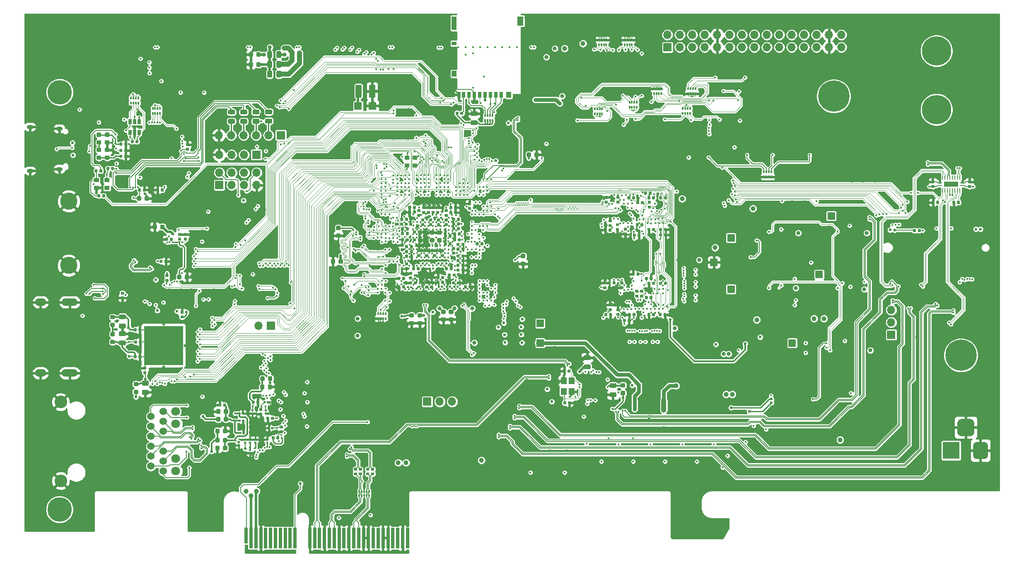
<source format=gbl>
G04 #@! TF.GenerationSoftware,KiCad,Pcbnew,5.1.0*
G04 #@! TF.CreationDate,2019-04-09T12:59:12+01:00*
G04 #@! TF.ProjectId,ecp5_mainboard,65637035-5f6d-4616-996e-626f6172642e,rev?*
G04 #@! TF.SameCoordinates,Original*
G04 #@! TF.FileFunction,Copper,L8,Bot*
G04 #@! TF.FilePolarity,Positive*
%FSLAX46Y46*%
G04 Gerber Fmt 4.6, Leading zero omitted, Abs format (unit mm)*
G04 Created by KiCad (PCBNEW 5.1.0) date 2019-04-09 12:59:12*
%MOMM*%
%LPD*%
G04 APERTURE LIST*
%ADD10C,6.400000*%
%ADD11O,1.700000X1.700000*%
%ADD12R,1.700000X1.700000*%
%ADD13O,1.400000X0.800000*%
%ADD14C,5.000000*%
%ADD15R,0.750000X4.200000*%
%ADD16R,0.750000X3.200000*%
%ADD17R,1.500000X1.500000*%
%ADD18C,0.100000*%
%ADD19C,0.875000*%
%ADD20C,6.000000*%
%ADD21C,0.590000*%
%ADD22R,2.900000X1.000000*%
%ADD23R,0.240000X0.900000*%
%ADD24R,0.900000X0.240000*%
%ADD25C,0.400000*%
%ADD26R,0.300000X0.550000*%
%ADD27R,0.400000X0.550000*%
%ADD28C,0.975000*%
%ADD29C,1.250000*%
%ADD30C,3.500000*%
%ADD31C,3.000000*%
%ADD32R,3.500000X3.500000*%
%ADD33R,0.700000X1.200000*%
%ADD34R,1.000000X1.200000*%
%ADD35R,1.000000X0.800000*%
%ADD36R,1.000000X2.800000*%
%ADD37R,1.300000X1.900000*%
%ADD38R,1.150000X1.400000*%
%ADD39O,3.300000X1.500000*%
%ADD40O,2.300000X1.500000*%
%ADD41C,2.600000*%
%ADD42C,1.800000*%
%ADD43C,1.524000*%
%ADD44R,1.000000X0.900000*%
%ADD45C,0.500000*%
%ADD46R,8.000000X8.000000*%
%ADD47R,0.650000X1.060000*%
%ADD48R,0.400000X0.500000*%
%ADD49R,0.300000X0.500000*%
%ADD50C,0.800000*%
%ADD51C,0.600000*%
%ADD52C,1.000000*%
%ADD53C,1.500000*%
%ADD54C,0.110000*%
%ADD55C,0.088900*%
%ADD56C,0.150000*%
%ADD57C,0.250000*%
%ADD58C,0.200000*%
%ADD59C,0.350000*%
%ADD60C,0.500000*%
%ADD61C,1.000000*%
%ADD62C,0.800000*%
%ADD63C,0.170000*%
%ADD64C,0.254000*%
G04 APERTURE END LIST*
D10*
X232000000Y-94000000D03*
X206000000Y-41000000D03*
D11*
X80380000Y-53000000D03*
X82920000Y-53000000D03*
X85460000Y-53000000D03*
D12*
X88000000Y-53000000D03*
D13*
X41760000Y-47310000D03*
X41760000Y-56290000D03*
X47710000Y-55930000D03*
X47710000Y-47670000D03*
D11*
X217750000Y-84750000D03*
X217750000Y-87290000D03*
D12*
X217750000Y-89830000D03*
D14*
X47800000Y-40200000D03*
X47750000Y-125550000D03*
D15*
X118900000Y-131400000D03*
X117900000Y-131400000D03*
X116900000Y-131400000D03*
X115900000Y-131400000D03*
X114900000Y-131400000D03*
X113900000Y-131400000D03*
X112900000Y-131400000D03*
X111900000Y-131400000D03*
X110900000Y-131400000D03*
X109900000Y-131400000D03*
X108900000Y-131400000D03*
X107900000Y-131400000D03*
X106900000Y-131400000D03*
X105900000Y-131400000D03*
X104900000Y-131400000D03*
X103900000Y-131400000D03*
X102900000Y-131400000D03*
X101900000Y-131400000D03*
X100900000Y-131400000D03*
X99900000Y-131400000D03*
X98900000Y-131400000D03*
X95900000Y-131400000D03*
X94900000Y-131400000D03*
X93900000Y-131400000D03*
X92900000Y-131400000D03*
X91900000Y-131400000D03*
X90900000Y-131400000D03*
X89900000Y-131400000D03*
X88900000Y-131400000D03*
X87900000Y-131400000D03*
X86900000Y-131400000D03*
D16*
X85900000Y-130900000D03*
D17*
X108770000Y-43000000D03*
X111750000Y-43000000D03*
D18*
G36*
X69027691Y-67276053D02*
G01*
X69048926Y-67279203D01*
X69069750Y-67284419D01*
X69089962Y-67291651D01*
X69109368Y-67300830D01*
X69127781Y-67311866D01*
X69145024Y-67324654D01*
X69160930Y-67339070D01*
X69175346Y-67354976D01*
X69188134Y-67372219D01*
X69199170Y-67390632D01*
X69208349Y-67410038D01*
X69215581Y-67430250D01*
X69220797Y-67451074D01*
X69223947Y-67472309D01*
X69225000Y-67493750D01*
X69225000Y-68006250D01*
X69223947Y-68027691D01*
X69220797Y-68048926D01*
X69215581Y-68069750D01*
X69208349Y-68089962D01*
X69199170Y-68109368D01*
X69188134Y-68127781D01*
X69175346Y-68145024D01*
X69160930Y-68160930D01*
X69145024Y-68175346D01*
X69127781Y-68188134D01*
X69109368Y-68199170D01*
X69089962Y-68208349D01*
X69069750Y-68215581D01*
X69048926Y-68220797D01*
X69027691Y-68223947D01*
X69006250Y-68225000D01*
X68568750Y-68225000D01*
X68547309Y-68223947D01*
X68526074Y-68220797D01*
X68505250Y-68215581D01*
X68485038Y-68208349D01*
X68465632Y-68199170D01*
X68447219Y-68188134D01*
X68429976Y-68175346D01*
X68414070Y-68160930D01*
X68399654Y-68145024D01*
X68386866Y-68127781D01*
X68375830Y-68109368D01*
X68366651Y-68089962D01*
X68359419Y-68069750D01*
X68354203Y-68048926D01*
X68351053Y-68027691D01*
X68350000Y-68006250D01*
X68350000Y-67493750D01*
X68351053Y-67472309D01*
X68354203Y-67451074D01*
X68359419Y-67430250D01*
X68366651Y-67410038D01*
X68375830Y-67390632D01*
X68386866Y-67372219D01*
X68399654Y-67354976D01*
X68414070Y-67339070D01*
X68429976Y-67324654D01*
X68447219Y-67311866D01*
X68465632Y-67300830D01*
X68485038Y-67291651D01*
X68505250Y-67284419D01*
X68526074Y-67279203D01*
X68547309Y-67276053D01*
X68568750Y-67275000D01*
X69006250Y-67275000D01*
X69027691Y-67276053D01*
X69027691Y-67276053D01*
G37*
D19*
X68787500Y-67750000D03*
D18*
G36*
X67452691Y-67276053D02*
G01*
X67473926Y-67279203D01*
X67494750Y-67284419D01*
X67514962Y-67291651D01*
X67534368Y-67300830D01*
X67552781Y-67311866D01*
X67570024Y-67324654D01*
X67585930Y-67339070D01*
X67600346Y-67354976D01*
X67613134Y-67372219D01*
X67624170Y-67390632D01*
X67633349Y-67410038D01*
X67640581Y-67430250D01*
X67645797Y-67451074D01*
X67648947Y-67472309D01*
X67650000Y-67493750D01*
X67650000Y-68006250D01*
X67648947Y-68027691D01*
X67645797Y-68048926D01*
X67640581Y-68069750D01*
X67633349Y-68089962D01*
X67624170Y-68109368D01*
X67613134Y-68127781D01*
X67600346Y-68145024D01*
X67585930Y-68160930D01*
X67570024Y-68175346D01*
X67552781Y-68188134D01*
X67534368Y-68199170D01*
X67514962Y-68208349D01*
X67494750Y-68215581D01*
X67473926Y-68220797D01*
X67452691Y-68223947D01*
X67431250Y-68225000D01*
X66993750Y-68225000D01*
X66972309Y-68223947D01*
X66951074Y-68220797D01*
X66930250Y-68215581D01*
X66910038Y-68208349D01*
X66890632Y-68199170D01*
X66872219Y-68188134D01*
X66854976Y-68175346D01*
X66839070Y-68160930D01*
X66824654Y-68145024D01*
X66811866Y-68127781D01*
X66800830Y-68109368D01*
X66791651Y-68089962D01*
X66784419Y-68069750D01*
X66779203Y-68048926D01*
X66776053Y-68027691D01*
X66775000Y-68006250D01*
X66775000Y-67493750D01*
X66776053Y-67472309D01*
X66779203Y-67451074D01*
X66784419Y-67430250D01*
X66791651Y-67410038D01*
X66800830Y-67390632D01*
X66811866Y-67372219D01*
X66824654Y-67354976D01*
X66839070Y-67339070D01*
X66854976Y-67324654D01*
X66872219Y-67311866D01*
X66890632Y-67300830D01*
X66910038Y-67291651D01*
X66930250Y-67284419D01*
X66951074Y-67279203D01*
X66972309Y-67276053D01*
X66993750Y-67275000D01*
X67431250Y-67275000D01*
X67452691Y-67276053D01*
X67452691Y-67276053D01*
G37*
D19*
X67212500Y-67750000D03*
D20*
X227000000Y-31750000D03*
X227000000Y-43750000D03*
D18*
G36*
X233936958Y-59190710D02*
G01*
X233951276Y-59192834D01*
X233965317Y-59196351D01*
X233978946Y-59201228D01*
X233992031Y-59207417D01*
X234004447Y-59214858D01*
X234016073Y-59223481D01*
X234026798Y-59233202D01*
X234036519Y-59243927D01*
X234045142Y-59255553D01*
X234052583Y-59267969D01*
X234058772Y-59281054D01*
X234063649Y-59294683D01*
X234067166Y-59308724D01*
X234069290Y-59323042D01*
X234070000Y-59337500D01*
X234070000Y-59632500D01*
X234069290Y-59646958D01*
X234067166Y-59661276D01*
X234063649Y-59675317D01*
X234058772Y-59688946D01*
X234052583Y-59702031D01*
X234045142Y-59714447D01*
X234036519Y-59726073D01*
X234026798Y-59736798D01*
X234016073Y-59746519D01*
X234004447Y-59755142D01*
X233992031Y-59762583D01*
X233978946Y-59768772D01*
X233965317Y-59773649D01*
X233951276Y-59777166D01*
X233936958Y-59779290D01*
X233922500Y-59780000D01*
X233577500Y-59780000D01*
X233563042Y-59779290D01*
X233548724Y-59777166D01*
X233534683Y-59773649D01*
X233521054Y-59768772D01*
X233507969Y-59762583D01*
X233495553Y-59755142D01*
X233483927Y-59746519D01*
X233473202Y-59736798D01*
X233463481Y-59726073D01*
X233454858Y-59714447D01*
X233447417Y-59702031D01*
X233441228Y-59688946D01*
X233436351Y-59675317D01*
X233432834Y-59661276D01*
X233430710Y-59646958D01*
X233430000Y-59632500D01*
X233430000Y-59337500D01*
X233430710Y-59323042D01*
X233432834Y-59308724D01*
X233436351Y-59294683D01*
X233441228Y-59281054D01*
X233447417Y-59267969D01*
X233454858Y-59255553D01*
X233463481Y-59243927D01*
X233473202Y-59233202D01*
X233483927Y-59223481D01*
X233495553Y-59214858D01*
X233507969Y-59207417D01*
X233521054Y-59201228D01*
X233534683Y-59196351D01*
X233548724Y-59192834D01*
X233563042Y-59190710D01*
X233577500Y-59190000D01*
X233922500Y-59190000D01*
X233936958Y-59190710D01*
X233936958Y-59190710D01*
G37*
D21*
X233750000Y-59485000D03*
D18*
G36*
X233936958Y-58220710D02*
G01*
X233951276Y-58222834D01*
X233965317Y-58226351D01*
X233978946Y-58231228D01*
X233992031Y-58237417D01*
X234004447Y-58244858D01*
X234016073Y-58253481D01*
X234026798Y-58263202D01*
X234036519Y-58273927D01*
X234045142Y-58285553D01*
X234052583Y-58297969D01*
X234058772Y-58311054D01*
X234063649Y-58324683D01*
X234067166Y-58338724D01*
X234069290Y-58353042D01*
X234070000Y-58367500D01*
X234070000Y-58662500D01*
X234069290Y-58676958D01*
X234067166Y-58691276D01*
X234063649Y-58705317D01*
X234058772Y-58718946D01*
X234052583Y-58732031D01*
X234045142Y-58744447D01*
X234036519Y-58756073D01*
X234026798Y-58766798D01*
X234016073Y-58776519D01*
X234004447Y-58785142D01*
X233992031Y-58792583D01*
X233978946Y-58798772D01*
X233965317Y-58803649D01*
X233951276Y-58807166D01*
X233936958Y-58809290D01*
X233922500Y-58810000D01*
X233577500Y-58810000D01*
X233563042Y-58809290D01*
X233548724Y-58807166D01*
X233534683Y-58803649D01*
X233521054Y-58798772D01*
X233507969Y-58792583D01*
X233495553Y-58785142D01*
X233483927Y-58776519D01*
X233473202Y-58766798D01*
X233463481Y-58756073D01*
X233454858Y-58744447D01*
X233447417Y-58732031D01*
X233441228Y-58718946D01*
X233436351Y-58705317D01*
X233432834Y-58691276D01*
X233430710Y-58676958D01*
X233430000Y-58662500D01*
X233430000Y-58367500D01*
X233430710Y-58353042D01*
X233432834Y-58338724D01*
X233436351Y-58324683D01*
X233441228Y-58311054D01*
X233447417Y-58297969D01*
X233454858Y-58285553D01*
X233463481Y-58273927D01*
X233473202Y-58263202D01*
X233483927Y-58253481D01*
X233495553Y-58244858D01*
X233507969Y-58237417D01*
X233521054Y-58231228D01*
X233534683Y-58226351D01*
X233548724Y-58222834D01*
X233563042Y-58220710D01*
X233577500Y-58220000D01*
X233922500Y-58220000D01*
X233936958Y-58220710D01*
X233936958Y-58220710D01*
G37*
D21*
X233750000Y-58515000D03*
D22*
X230000000Y-59000000D03*
D23*
X228250000Y-57700000D03*
X228750000Y-57700000D03*
X229250000Y-57700000D03*
X229750000Y-57700000D03*
X230250000Y-57700000D03*
X230750000Y-57700000D03*
X231250000Y-57700000D03*
X231750000Y-57700000D03*
X228250000Y-60300000D03*
X228750000Y-60300000D03*
X229250000Y-60300000D03*
X229750000Y-60300000D03*
X230250000Y-60300000D03*
X230750000Y-60300000D03*
X231250000Y-60300000D03*
X231750000Y-60300000D03*
D24*
X227700000Y-58750000D03*
X227700000Y-59250000D03*
X232300000Y-58750000D03*
X232300000Y-59250000D03*
D18*
G36*
X231661958Y-62430710D02*
G01*
X231676276Y-62432834D01*
X231690317Y-62436351D01*
X231703946Y-62441228D01*
X231717031Y-62447417D01*
X231729447Y-62454858D01*
X231741073Y-62463481D01*
X231751798Y-62473202D01*
X231761519Y-62483927D01*
X231770142Y-62495553D01*
X231777583Y-62507969D01*
X231783772Y-62521054D01*
X231788649Y-62534683D01*
X231792166Y-62548724D01*
X231794290Y-62563042D01*
X231795000Y-62577500D01*
X231795000Y-62922500D01*
X231794290Y-62936958D01*
X231792166Y-62951276D01*
X231788649Y-62965317D01*
X231783772Y-62978946D01*
X231777583Y-62992031D01*
X231770142Y-63004447D01*
X231761519Y-63016073D01*
X231751798Y-63026798D01*
X231741073Y-63036519D01*
X231729447Y-63045142D01*
X231717031Y-63052583D01*
X231703946Y-63058772D01*
X231690317Y-63063649D01*
X231676276Y-63067166D01*
X231661958Y-63069290D01*
X231647500Y-63070000D01*
X231352500Y-63070000D01*
X231338042Y-63069290D01*
X231323724Y-63067166D01*
X231309683Y-63063649D01*
X231296054Y-63058772D01*
X231282969Y-63052583D01*
X231270553Y-63045142D01*
X231258927Y-63036519D01*
X231248202Y-63026798D01*
X231238481Y-63016073D01*
X231229858Y-63004447D01*
X231222417Y-62992031D01*
X231216228Y-62978946D01*
X231211351Y-62965317D01*
X231207834Y-62951276D01*
X231205710Y-62936958D01*
X231205000Y-62922500D01*
X231205000Y-62577500D01*
X231205710Y-62563042D01*
X231207834Y-62548724D01*
X231211351Y-62534683D01*
X231216228Y-62521054D01*
X231222417Y-62507969D01*
X231229858Y-62495553D01*
X231238481Y-62483927D01*
X231248202Y-62473202D01*
X231258927Y-62463481D01*
X231270553Y-62454858D01*
X231282969Y-62447417D01*
X231296054Y-62441228D01*
X231309683Y-62436351D01*
X231323724Y-62432834D01*
X231338042Y-62430710D01*
X231352500Y-62430000D01*
X231647500Y-62430000D01*
X231661958Y-62430710D01*
X231661958Y-62430710D01*
G37*
D21*
X231500000Y-62750000D03*
D18*
G36*
X230691958Y-62430710D02*
G01*
X230706276Y-62432834D01*
X230720317Y-62436351D01*
X230733946Y-62441228D01*
X230747031Y-62447417D01*
X230759447Y-62454858D01*
X230771073Y-62463481D01*
X230781798Y-62473202D01*
X230791519Y-62483927D01*
X230800142Y-62495553D01*
X230807583Y-62507969D01*
X230813772Y-62521054D01*
X230818649Y-62534683D01*
X230822166Y-62548724D01*
X230824290Y-62563042D01*
X230825000Y-62577500D01*
X230825000Y-62922500D01*
X230824290Y-62936958D01*
X230822166Y-62951276D01*
X230818649Y-62965317D01*
X230813772Y-62978946D01*
X230807583Y-62992031D01*
X230800142Y-63004447D01*
X230791519Y-63016073D01*
X230781798Y-63026798D01*
X230771073Y-63036519D01*
X230759447Y-63045142D01*
X230747031Y-63052583D01*
X230733946Y-63058772D01*
X230720317Y-63063649D01*
X230706276Y-63067166D01*
X230691958Y-63069290D01*
X230677500Y-63070000D01*
X230382500Y-63070000D01*
X230368042Y-63069290D01*
X230353724Y-63067166D01*
X230339683Y-63063649D01*
X230326054Y-63058772D01*
X230312969Y-63052583D01*
X230300553Y-63045142D01*
X230288927Y-63036519D01*
X230278202Y-63026798D01*
X230268481Y-63016073D01*
X230259858Y-63004447D01*
X230252417Y-62992031D01*
X230246228Y-62978946D01*
X230241351Y-62965317D01*
X230237834Y-62951276D01*
X230235710Y-62936958D01*
X230235000Y-62922500D01*
X230235000Y-62577500D01*
X230235710Y-62563042D01*
X230237834Y-62548724D01*
X230241351Y-62534683D01*
X230246228Y-62521054D01*
X230252417Y-62507969D01*
X230259858Y-62495553D01*
X230268481Y-62483927D01*
X230278202Y-62473202D01*
X230288927Y-62463481D01*
X230300553Y-62454858D01*
X230312969Y-62447417D01*
X230326054Y-62441228D01*
X230339683Y-62436351D01*
X230353724Y-62432834D01*
X230368042Y-62430710D01*
X230382500Y-62430000D01*
X230677500Y-62430000D01*
X230691958Y-62430710D01*
X230691958Y-62430710D01*
G37*
D21*
X230530000Y-62750000D03*
D18*
G36*
X227411958Y-62430710D02*
G01*
X227426276Y-62432834D01*
X227440317Y-62436351D01*
X227453946Y-62441228D01*
X227467031Y-62447417D01*
X227479447Y-62454858D01*
X227491073Y-62463481D01*
X227501798Y-62473202D01*
X227511519Y-62483927D01*
X227520142Y-62495553D01*
X227527583Y-62507969D01*
X227533772Y-62521054D01*
X227538649Y-62534683D01*
X227542166Y-62548724D01*
X227544290Y-62563042D01*
X227545000Y-62577500D01*
X227545000Y-62922500D01*
X227544290Y-62936958D01*
X227542166Y-62951276D01*
X227538649Y-62965317D01*
X227533772Y-62978946D01*
X227527583Y-62992031D01*
X227520142Y-63004447D01*
X227511519Y-63016073D01*
X227501798Y-63026798D01*
X227491073Y-63036519D01*
X227479447Y-63045142D01*
X227467031Y-63052583D01*
X227453946Y-63058772D01*
X227440317Y-63063649D01*
X227426276Y-63067166D01*
X227411958Y-63069290D01*
X227397500Y-63070000D01*
X227102500Y-63070000D01*
X227088042Y-63069290D01*
X227073724Y-63067166D01*
X227059683Y-63063649D01*
X227046054Y-63058772D01*
X227032969Y-63052583D01*
X227020553Y-63045142D01*
X227008927Y-63036519D01*
X226998202Y-63026798D01*
X226988481Y-63016073D01*
X226979858Y-63004447D01*
X226972417Y-62992031D01*
X226966228Y-62978946D01*
X226961351Y-62965317D01*
X226957834Y-62951276D01*
X226955710Y-62936958D01*
X226955000Y-62922500D01*
X226955000Y-62577500D01*
X226955710Y-62563042D01*
X226957834Y-62548724D01*
X226961351Y-62534683D01*
X226966228Y-62521054D01*
X226972417Y-62507969D01*
X226979858Y-62495553D01*
X226988481Y-62483927D01*
X226998202Y-62473202D01*
X227008927Y-62463481D01*
X227020553Y-62454858D01*
X227032969Y-62447417D01*
X227046054Y-62441228D01*
X227059683Y-62436351D01*
X227073724Y-62432834D01*
X227088042Y-62430710D01*
X227102500Y-62430000D01*
X227397500Y-62430000D01*
X227411958Y-62430710D01*
X227411958Y-62430710D01*
G37*
D21*
X227250000Y-62750000D03*
D18*
G36*
X226441958Y-62430710D02*
G01*
X226456276Y-62432834D01*
X226470317Y-62436351D01*
X226483946Y-62441228D01*
X226497031Y-62447417D01*
X226509447Y-62454858D01*
X226521073Y-62463481D01*
X226531798Y-62473202D01*
X226541519Y-62483927D01*
X226550142Y-62495553D01*
X226557583Y-62507969D01*
X226563772Y-62521054D01*
X226568649Y-62534683D01*
X226572166Y-62548724D01*
X226574290Y-62563042D01*
X226575000Y-62577500D01*
X226575000Y-62922500D01*
X226574290Y-62936958D01*
X226572166Y-62951276D01*
X226568649Y-62965317D01*
X226563772Y-62978946D01*
X226557583Y-62992031D01*
X226550142Y-63004447D01*
X226541519Y-63016073D01*
X226531798Y-63026798D01*
X226521073Y-63036519D01*
X226509447Y-63045142D01*
X226497031Y-63052583D01*
X226483946Y-63058772D01*
X226470317Y-63063649D01*
X226456276Y-63067166D01*
X226441958Y-63069290D01*
X226427500Y-63070000D01*
X226132500Y-63070000D01*
X226118042Y-63069290D01*
X226103724Y-63067166D01*
X226089683Y-63063649D01*
X226076054Y-63058772D01*
X226062969Y-63052583D01*
X226050553Y-63045142D01*
X226038927Y-63036519D01*
X226028202Y-63026798D01*
X226018481Y-63016073D01*
X226009858Y-63004447D01*
X226002417Y-62992031D01*
X225996228Y-62978946D01*
X225991351Y-62965317D01*
X225987834Y-62951276D01*
X225985710Y-62936958D01*
X225985000Y-62922500D01*
X225985000Y-62577500D01*
X225985710Y-62563042D01*
X225987834Y-62548724D01*
X225991351Y-62534683D01*
X225996228Y-62521054D01*
X226002417Y-62507969D01*
X226009858Y-62495553D01*
X226018481Y-62483927D01*
X226028202Y-62473202D01*
X226038927Y-62463481D01*
X226050553Y-62454858D01*
X226062969Y-62447417D01*
X226076054Y-62441228D01*
X226089683Y-62436351D01*
X226103724Y-62432834D01*
X226118042Y-62430710D01*
X226132500Y-62430000D01*
X226427500Y-62430000D01*
X226441958Y-62430710D01*
X226441958Y-62430710D01*
G37*
D21*
X226280000Y-62750000D03*
D18*
G36*
X222676958Y-68180710D02*
G01*
X222691276Y-68182834D01*
X222705317Y-68186351D01*
X222718946Y-68191228D01*
X222732031Y-68197417D01*
X222744447Y-68204858D01*
X222756073Y-68213481D01*
X222766798Y-68223202D01*
X222776519Y-68233927D01*
X222785142Y-68245553D01*
X222792583Y-68257969D01*
X222798772Y-68271054D01*
X222803649Y-68284683D01*
X222807166Y-68298724D01*
X222809290Y-68313042D01*
X222810000Y-68327500D01*
X222810000Y-68672500D01*
X222809290Y-68686958D01*
X222807166Y-68701276D01*
X222803649Y-68715317D01*
X222798772Y-68728946D01*
X222792583Y-68742031D01*
X222785142Y-68754447D01*
X222776519Y-68766073D01*
X222766798Y-68776798D01*
X222756073Y-68786519D01*
X222744447Y-68795142D01*
X222732031Y-68802583D01*
X222718946Y-68808772D01*
X222705317Y-68813649D01*
X222691276Y-68817166D01*
X222676958Y-68819290D01*
X222662500Y-68820000D01*
X222367500Y-68820000D01*
X222353042Y-68819290D01*
X222338724Y-68817166D01*
X222324683Y-68813649D01*
X222311054Y-68808772D01*
X222297969Y-68802583D01*
X222285553Y-68795142D01*
X222273927Y-68786519D01*
X222263202Y-68776798D01*
X222253481Y-68766073D01*
X222244858Y-68754447D01*
X222237417Y-68742031D01*
X222231228Y-68728946D01*
X222226351Y-68715317D01*
X222222834Y-68701276D01*
X222220710Y-68686958D01*
X222220000Y-68672500D01*
X222220000Y-68327500D01*
X222220710Y-68313042D01*
X222222834Y-68298724D01*
X222226351Y-68284683D01*
X222231228Y-68271054D01*
X222237417Y-68257969D01*
X222244858Y-68245553D01*
X222253481Y-68233927D01*
X222263202Y-68223202D01*
X222273927Y-68213481D01*
X222285553Y-68204858D01*
X222297969Y-68197417D01*
X222311054Y-68191228D01*
X222324683Y-68186351D01*
X222338724Y-68182834D01*
X222353042Y-68180710D01*
X222367500Y-68180000D01*
X222662500Y-68180000D01*
X222676958Y-68180710D01*
X222676958Y-68180710D01*
G37*
D21*
X222515000Y-68500000D03*
D18*
G36*
X223646958Y-68180710D02*
G01*
X223661276Y-68182834D01*
X223675317Y-68186351D01*
X223688946Y-68191228D01*
X223702031Y-68197417D01*
X223714447Y-68204858D01*
X223726073Y-68213481D01*
X223736798Y-68223202D01*
X223746519Y-68233927D01*
X223755142Y-68245553D01*
X223762583Y-68257969D01*
X223768772Y-68271054D01*
X223773649Y-68284683D01*
X223777166Y-68298724D01*
X223779290Y-68313042D01*
X223780000Y-68327500D01*
X223780000Y-68672500D01*
X223779290Y-68686958D01*
X223777166Y-68701276D01*
X223773649Y-68715317D01*
X223768772Y-68728946D01*
X223762583Y-68742031D01*
X223755142Y-68754447D01*
X223746519Y-68766073D01*
X223736798Y-68776798D01*
X223726073Y-68786519D01*
X223714447Y-68795142D01*
X223702031Y-68802583D01*
X223688946Y-68808772D01*
X223675317Y-68813649D01*
X223661276Y-68817166D01*
X223646958Y-68819290D01*
X223632500Y-68820000D01*
X223337500Y-68820000D01*
X223323042Y-68819290D01*
X223308724Y-68817166D01*
X223294683Y-68813649D01*
X223281054Y-68808772D01*
X223267969Y-68802583D01*
X223255553Y-68795142D01*
X223243927Y-68786519D01*
X223233202Y-68776798D01*
X223223481Y-68766073D01*
X223214858Y-68754447D01*
X223207417Y-68742031D01*
X223201228Y-68728946D01*
X223196351Y-68715317D01*
X223192834Y-68701276D01*
X223190710Y-68686958D01*
X223190000Y-68672500D01*
X223190000Y-68327500D01*
X223190710Y-68313042D01*
X223192834Y-68298724D01*
X223196351Y-68284683D01*
X223201228Y-68271054D01*
X223207417Y-68257969D01*
X223214858Y-68245553D01*
X223223481Y-68233927D01*
X223233202Y-68223202D01*
X223243927Y-68213481D01*
X223255553Y-68204858D01*
X223267969Y-68197417D01*
X223281054Y-68191228D01*
X223294683Y-68186351D01*
X223308724Y-68182834D01*
X223323042Y-68180710D01*
X223337500Y-68180000D01*
X223632500Y-68180000D01*
X223646958Y-68180710D01*
X223646958Y-68180710D01*
G37*
D21*
X223485000Y-68500000D03*
D18*
G36*
X90309802Y-111035482D02*
G01*
X90319509Y-111036921D01*
X90329028Y-111039306D01*
X90338268Y-111042612D01*
X90347140Y-111046808D01*
X90355557Y-111051853D01*
X90363439Y-111057699D01*
X90370711Y-111064289D01*
X90377301Y-111071561D01*
X90383147Y-111079443D01*
X90388192Y-111087860D01*
X90392388Y-111096732D01*
X90395694Y-111105972D01*
X90398079Y-111115491D01*
X90399518Y-111125198D01*
X90400000Y-111135000D01*
X90400000Y-111395000D01*
X90399518Y-111404802D01*
X90398079Y-111414509D01*
X90395694Y-111424028D01*
X90392388Y-111433268D01*
X90388192Y-111442140D01*
X90383147Y-111450557D01*
X90377301Y-111458439D01*
X90370711Y-111465711D01*
X90363439Y-111472301D01*
X90355557Y-111478147D01*
X90347140Y-111483192D01*
X90338268Y-111487388D01*
X90329028Y-111490694D01*
X90319509Y-111493079D01*
X90309802Y-111494518D01*
X90300000Y-111495000D01*
X90100000Y-111495000D01*
X90090198Y-111494518D01*
X90080491Y-111493079D01*
X90070972Y-111490694D01*
X90061732Y-111487388D01*
X90052860Y-111483192D01*
X90044443Y-111478147D01*
X90036561Y-111472301D01*
X90029289Y-111465711D01*
X90022699Y-111458439D01*
X90016853Y-111450557D01*
X90011808Y-111442140D01*
X90007612Y-111433268D01*
X90004306Y-111424028D01*
X90001921Y-111414509D01*
X90000482Y-111404802D01*
X90000000Y-111395000D01*
X90000000Y-111135000D01*
X90000482Y-111125198D01*
X90001921Y-111115491D01*
X90004306Y-111105972D01*
X90007612Y-111096732D01*
X90011808Y-111087860D01*
X90016853Y-111079443D01*
X90022699Y-111071561D01*
X90029289Y-111064289D01*
X90036561Y-111057699D01*
X90044443Y-111051853D01*
X90052860Y-111046808D01*
X90061732Y-111042612D01*
X90070972Y-111039306D01*
X90080491Y-111036921D01*
X90090198Y-111035482D01*
X90100000Y-111035000D01*
X90300000Y-111035000D01*
X90309802Y-111035482D01*
X90309802Y-111035482D01*
G37*
D25*
X90200000Y-111265000D03*
D18*
G36*
X90309802Y-111675482D02*
G01*
X90319509Y-111676921D01*
X90329028Y-111679306D01*
X90338268Y-111682612D01*
X90347140Y-111686808D01*
X90355557Y-111691853D01*
X90363439Y-111697699D01*
X90370711Y-111704289D01*
X90377301Y-111711561D01*
X90383147Y-111719443D01*
X90388192Y-111727860D01*
X90392388Y-111736732D01*
X90395694Y-111745972D01*
X90398079Y-111755491D01*
X90399518Y-111765198D01*
X90400000Y-111775000D01*
X90400000Y-112035000D01*
X90399518Y-112044802D01*
X90398079Y-112054509D01*
X90395694Y-112064028D01*
X90392388Y-112073268D01*
X90388192Y-112082140D01*
X90383147Y-112090557D01*
X90377301Y-112098439D01*
X90370711Y-112105711D01*
X90363439Y-112112301D01*
X90355557Y-112118147D01*
X90347140Y-112123192D01*
X90338268Y-112127388D01*
X90329028Y-112130694D01*
X90319509Y-112133079D01*
X90309802Y-112134518D01*
X90300000Y-112135000D01*
X90100000Y-112135000D01*
X90090198Y-112134518D01*
X90080491Y-112133079D01*
X90070972Y-112130694D01*
X90061732Y-112127388D01*
X90052860Y-112123192D01*
X90044443Y-112118147D01*
X90036561Y-112112301D01*
X90029289Y-112105711D01*
X90022699Y-112098439D01*
X90016853Y-112090557D01*
X90011808Y-112082140D01*
X90007612Y-112073268D01*
X90004306Y-112064028D01*
X90001921Y-112054509D01*
X90000482Y-112044802D01*
X90000000Y-112035000D01*
X90000000Y-111775000D01*
X90000482Y-111765198D01*
X90001921Y-111755491D01*
X90004306Y-111745972D01*
X90007612Y-111736732D01*
X90011808Y-111727860D01*
X90016853Y-111719443D01*
X90022699Y-111711561D01*
X90029289Y-111704289D01*
X90036561Y-111697699D01*
X90044443Y-111691853D01*
X90052860Y-111686808D01*
X90061732Y-111682612D01*
X90070972Y-111679306D01*
X90080491Y-111676921D01*
X90090198Y-111675482D01*
X90100000Y-111675000D01*
X90300000Y-111675000D01*
X90309802Y-111675482D01*
X90309802Y-111675482D01*
G37*
D25*
X90200000Y-111905000D03*
D18*
G36*
X84834802Y-109700482D02*
G01*
X84844509Y-109701921D01*
X84854028Y-109704306D01*
X84863268Y-109707612D01*
X84872140Y-109711808D01*
X84880557Y-109716853D01*
X84888439Y-109722699D01*
X84895711Y-109729289D01*
X84902301Y-109736561D01*
X84908147Y-109744443D01*
X84913192Y-109752860D01*
X84917388Y-109761732D01*
X84920694Y-109770972D01*
X84923079Y-109780491D01*
X84924518Y-109790198D01*
X84925000Y-109800000D01*
X84925000Y-110000000D01*
X84924518Y-110009802D01*
X84923079Y-110019509D01*
X84920694Y-110029028D01*
X84917388Y-110038268D01*
X84913192Y-110047140D01*
X84908147Y-110055557D01*
X84902301Y-110063439D01*
X84895711Y-110070711D01*
X84888439Y-110077301D01*
X84880557Y-110083147D01*
X84872140Y-110088192D01*
X84863268Y-110092388D01*
X84854028Y-110095694D01*
X84844509Y-110098079D01*
X84834802Y-110099518D01*
X84825000Y-110100000D01*
X84565000Y-110100000D01*
X84555198Y-110099518D01*
X84545491Y-110098079D01*
X84535972Y-110095694D01*
X84526732Y-110092388D01*
X84517860Y-110088192D01*
X84509443Y-110083147D01*
X84501561Y-110077301D01*
X84494289Y-110070711D01*
X84487699Y-110063439D01*
X84481853Y-110055557D01*
X84476808Y-110047140D01*
X84472612Y-110038268D01*
X84469306Y-110029028D01*
X84466921Y-110019509D01*
X84465482Y-110009802D01*
X84465000Y-110000000D01*
X84465000Y-109800000D01*
X84465482Y-109790198D01*
X84466921Y-109780491D01*
X84469306Y-109770972D01*
X84472612Y-109761732D01*
X84476808Y-109752860D01*
X84481853Y-109744443D01*
X84487699Y-109736561D01*
X84494289Y-109729289D01*
X84501561Y-109722699D01*
X84509443Y-109716853D01*
X84517860Y-109711808D01*
X84526732Y-109707612D01*
X84535972Y-109704306D01*
X84545491Y-109701921D01*
X84555198Y-109700482D01*
X84565000Y-109700000D01*
X84825000Y-109700000D01*
X84834802Y-109700482D01*
X84834802Y-109700482D01*
G37*
D25*
X84695000Y-109900000D03*
D18*
G36*
X85474802Y-109700482D02*
G01*
X85484509Y-109701921D01*
X85494028Y-109704306D01*
X85503268Y-109707612D01*
X85512140Y-109711808D01*
X85520557Y-109716853D01*
X85528439Y-109722699D01*
X85535711Y-109729289D01*
X85542301Y-109736561D01*
X85548147Y-109744443D01*
X85553192Y-109752860D01*
X85557388Y-109761732D01*
X85560694Y-109770972D01*
X85563079Y-109780491D01*
X85564518Y-109790198D01*
X85565000Y-109800000D01*
X85565000Y-110000000D01*
X85564518Y-110009802D01*
X85563079Y-110019509D01*
X85560694Y-110029028D01*
X85557388Y-110038268D01*
X85553192Y-110047140D01*
X85548147Y-110055557D01*
X85542301Y-110063439D01*
X85535711Y-110070711D01*
X85528439Y-110077301D01*
X85520557Y-110083147D01*
X85512140Y-110088192D01*
X85503268Y-110092388D01*
X85494028Y-110095694D01*
X85484509Y-110098079D01*
X85474802Y-110099518D01*
X85465000Y-110100000D01*
X85205000Y-110100000D01*
X85195198Y-110099518D01*
X85185491Y-110098079D01*
X85175972Y-110095694D01*
X85166732Y-110092388D01*
X85157860Y-110088192D01*
X85149443Y-110083147D01*
X85141561Y-110077301D01*
X85134289Y-110070711D01*
X85127699Y-110063439D01*
X85121853Y-110055557D01*
X85116808Y-110047140D01*
X85112612Y-110038268D01*
X85109306Y-110029028D01*
X85106921Y-110019509D01*
X85105482Y-110009802D01*
X85105000Y-110000000D01*
X85105000Y-109800000D01*
X85105482Y-109790198D01*
X85106921Y-109780491D01*
X85109306Y-109770972D01*
X85112612Y-109761732D01*
X85116808Y-109752860D01*
X85121853Y-109744443D01*
X85127699Y-109736561D01*
X85134289Y-109729289D01*
X85141561Y-109722699D01*
X85149443Y-109716853D01*
X85157860Y-109711808D01*
X85166732Y-109707612D01*
X85175972Y-109704306D01*
X85185491Y-109701921D01*
X85195198Y-109700482D01*
X85205000Y-109700000D01*
X85465000Y-109700000D01*
X85474802Y-109700482D01*
X85474802Y-109700482D01*
G37*
D25*
X85335000Y-109900000D03*
D18*
G36*
X87309802Y-105065482D02*
G01*
X87319509Y-105066921D01*
X87329028Y-105069306D01*
X87338268Y-105072612D01*
X87347140Y-105076808D01*
X87355557Y-105081853D01*
X87363439Y-105087699D01*
X87370711Y-105094289D01*
X87377301Y-105101561D01*
X87383147Y-105109443D01*
X87388192Y-105117860D01*
X87392388Y-105126732D01*
X87395694Y-105135972D01*
X87398079Y-105145491D01*
X87399518Y-105155198D01*
X87400000Y-105165000D01*
X87400000Y-105425000D01*
X87399518Y-105434802D01*
X87398079Y-105444509D01*
X87395694Y-105454028D01*
X87392388Y-105463268D01*
X87388192Y-105472140D01*
X87383147Y-105480557D01*
X87377301Y-105488439D01*
X87370711Y-105495711D01*
X87363439Y-105502301D01*
X87355557Y-105508147D01*
X87347140Y-105513192D01*
X87338268Y-105517388D01*
X87329028Y-105520694D01*
X87319509Y-105523079D01*
X87309802Y-105524518D01*
X87300000Y-105525000D01*
X87100000Y-105525000D01*
X87090198Y-105524518D01*
X87080491Y-105523079D01*
X87070972Y-105520694D01*
X87061732Y-105517388D01*
X87052860Y-105513192D01*
X87044443Y-105508147D01*
X87036561Y-105502301D01*
X87029289Y-105495711D01*
X87022699Y-105488439D01*
X87016853Y-105480557D01*
X87011808Y-105472140D01*
X87007612Y-105463268D01*
X87004306Y-105454028D01*
X87001921Y-105444509D01*
X87000482Y-105434802D01*
X87000000Y-105425000D01*
X87000000Y-105165000D01*
X87000482Y-105155198D01*
X87001921Y-105145491D01*
X87004306Y-105135972D01*
X87007612Y-105126732D01*
X87011808Y-105117860D01*
X87016853Y-105109443D01*
X87022699Y-105101561D01*
X87029289Y-105094289D01*
X87036561Y-105087699D01*
X87044443Y-105081853D01*
X87052860Y-105076808D01*
X87061732Y-105072612D01*
X87070972Y-105069306D01*
X87080491Y-105066921D01*
X87090198Y-105065482D01*
X87100000Y-105065000D01*
X87300000Y-105065000D01*
X87309802Y-105065482D01*
X87309802Y-105065482D01*
G37*
D25*
X87200000Y-105295000D03*
D18*
G36*
X87309802Y-105705482D02*
G01*
X87319509Y-105706921D01*
X87329028Y-105709306D01*
X87338268Y-105712612D01*
X87347140Y-105716808D01*
X87355557Y-105721853D01*
X87363439Y-105727699D01*
X87370711Y-105734289D01*
X87377301Y-105741561D01*
X87383147Y-105749443D01*
X87388192Y-105757860D01*
X87392388Y-105766732D01*
X87395694Y-105775972D01*
X87398079Y-105785491D01*
X87399518Y-105795198D01*
X87400000Y-105805000D01*
X87400000Y-106065000D01*
X87399518Y-106074802D01*
X87398079Y-106084509D01*
X87395694Y-106094028D01*
X87392388Y-106103268D01*
X87388192Y-106112140D01*
X87383147Y-106120557D01*
X87377301Y-106128439D01*
X87370711Y-106135711D01*
X87363439Y-106142301D01*
X87355557Y-106148147D01*
X87347140Y-106153192D01*
X87338268Y-106157388D01*
X87329028Y-106160694D01*
X87319509Y-106163079D01*
X87309802Y-106164518D01*
X87300000Y-106165000D01*
X87100000Y-106165000D01*
X87090198Y-106164518D01*
X87080491Y-106163079D01*
X87070972Y-106160694D01*
X87061732Y-106157388D01*
X87052860Y-106153192D01*
X87044443Y-106148147D01*
X87036561Y-106142301D01*
X87029289Y-106135711D01*
X87022699Y-106128439D01*
X87016853Y-106120557D01*
X87011808Y-106112140D01*
X87007612Y-106103268D01*
X87004306Y-106094028D01*
X87001921Y-106084509D01*
X87000482Y-106074802D01*
X87000000Y-106065000D01*
X87000000Y-105805000D01*
X87000482Y-105795198D01*
X87001921Y-105785491D01*
X87004306Y-105775972D01*
X87007612Y-105766732D01*
X87011808Y-105757860D01*
X87016853Y-105749443D01*
X87022699Y-105741561D01*
X87029289Y-105734289D01*
X87036561Y-105727699D01*
X87044443Y-105721853D01*
X87052860Y-105716808D01*
X87061732Y-105712612D01*
X87070972Y-105709306D01*
X87080491Y-105706921D01*
X87090198Y-105705482D01*
X87100000Y-105705000D01*
X87300000Y-105705000D01*
X87309802Y-105705482D01*
X87309802Y-105705482D01*
G37*
D25*
X87200000Y-105935000D03*
D18*
G36*
X84734802Y-107200482D02*
G01*
X84744509Y-107201921D01*
X84754028Y-107204306D01*
X84763268Y-107207612D01*
X84772140Y-107211808D01*
X84780557Y-107216853D01*
X84788439Y-107222699D01*
X84795711Y-107229289D01*
X84802301Y-107236561D01*
X84808147Y-107244443D01*
X84813192Y-107252860D01*
X84817388Y-107261732D01*
X84820694Y-107270972D01*
X84823079Y-107280491D01*
X84824518Y-107290198D01*
X84825000Y-107300000D01*
X84825000Y-107500000D01*
X84824518Y-107509802D01*
X84823079Y-107519509D01*
X84820694Y-107529028D01*
X84817388Y-107538268D01*
X84813192Y-107547140D01*
X84808147Y-107555557D01*
X84802301Y-107563439D01*
X84795711Y-107570711D01*
X84788439Y-107577301D01*
X84780557Y-107583147D01*
X84772140Y-107588192D01*
X84763268Y-107592388D01*
X84754028Y-107595694D01*
X84744509Y-107598079D01*
X84734802Y-107599518D01*
X84725000Y-107600000D01*
X84465000Y-107600000D01*
X84455198Y-107599518D01*
X84445491Y-107598079D01*
X84435972Y-107595694D01*
X84426732Y-107592388D01*
X84417860Y-107588192D01*
X84409443Y-107583147D01*
X84401561Y-107577301D01*
X84394289Y-107570711D01*
X84387699Y-107563439D01*
X84381853Y-107555557D01*
X84376808Y-107547140D01*
X84372612Y-107538268D01*
X84369306Y-107529028D01*
X84366921Y-107519509D01*
X84365482Y-107509802D01*
X84365000Y-107500000D01*
X84365000Y-107300000D01*
X84365482Y-107290198D01*
X84366921Y-107280491D01*
X84369306Y-107270972D01*
X84372612Y-107261732D01*
X84376808Y-107252860D01*
X84381853Y-107244443D01*
X84387699Y-107236561D01*
X84394289Y-107229289D01*
X84401561Y-107222699D01*
X84409443Y-107216853D01*
X84417860Y-107211808D01*
X84426732Y-107207612D01*
X84435972Y-107204306D01*
X84445491Y-107201921D01*
X84455198Y-107200482D01*
X84465000Y-107200000D01*
X84725000Y-107200000D01*
X84734802Y-107200482D01*
X84734802Y-107200482D01*
G37*
D25*
X84595000Y-107400000D03*
D18*
G36*
X85374802Y-107200482D02*
G01*
X85384509Y-107201921D01*
X85394028Y-107204306D01*
X85403268Y-107207612D01*
X85412140Y-107211808D01*
X85420557Y-107216853D01*
X85428439Y-107222699D01*
X85435711Y-107229289D01*
X85442301Y-107236561D01*
X85448147Y-107244443D01*
X85453192Y-107252860D01*
X85457388Y-107261732D01*
X85460694Y-107270972D01*
X85463079Y-107280491D01*
X85464518Y-107290198D01*
X85465000Y-107300000D01*
X85465000Y-107500000D01*
X85464518Y-107509802D01*
X85463079Y-107519509D01*
X85460694Y-107529028D01*
X85457388Y-107538268D01*
X85453192Y-107547140D01*
X85448147Y-107555557D01*
X85442301Y-107563439D01*
X85435711Y-107570711D01*
X85428439Y-107577301D01*
X85420557Y-107583147D01*
X85412140Y-107588192D01*
X85403268Y-107592388D01*
X85394028Y-107595694D01*
X85384509Y-107598079D01*
X85374802Y-107599518D01*
X85365000Y-107600000D01*
X85105000Y-107600000D01*
X85095198Y-107599518D01*
X85085491Y-107598079D01*
X85075972Y-107595694D01*
X85066732Y-107592388D01*
X85057860Y-107588192D01*
X85049443Y-107583147D01*
X85041561Y-107577301D01*
X85034289Y-107570711D01*
X85027699Y-107563439D01*
X85021853Y-107555557D01*
X85016808Y-107547140D01*
X85012612Y-107538268D01*
X85009306Y-107529028D01*
X85006921Y-107519509D01*
X85005482Y-107509802D01*
X85005000Y-107500000D01*
X85005000Y-107300000D01*
X85005482Y-107290198D01*
X85006921Y-107280491D01*
X85009306Y-107270972D01*
X85012612Y-107261732D01*
X85016808Y-107252860D01*
X85021853Y-107244443D01*
X85027699Y-107236561D01*
X85034289Y-107229289D01*
X85041561Y-107222699D01*
X85049443Y-107216853D01*
X85057860Y-107211808D01*
X85066732Y-107207612D01*
X85075972Y-107204306D01*
X85085491Y-107201921D01*
X85095198Y-107200482D01*
X85105000Y-107200000D01*
X85365000Y-107200000D01*
X85374802Y-107200482D01*
X85374802Y-107200482D01*
G37*
D25*
X85235000Y-107400000D03*
D18*
G36*
X90719802Y-108700482D02*
G01*
X90729509Y-108701921D01*
X90739028Y-108704306D01*
X90748268Y-108707612D01*
X90757140Y-108711808D01*
X90765557Y-108716853D01*
X90773439Y-108722699D01*
X90780711Y-108729289D01*
X90787301Y-108736561D01*
X90793147Y-108744443D01*
X90798192Y-108752860D01*
X90802388Y-108761732D01*
X90805694Y-108770972D01*
X90808079Y-108780491D01*
X90809518Y-108790198D01*
X90810000Y-108800000D01*
X90810000Y-109000000D01*
X90809518Y-109009802D01*
X90808079Y-109019509D01*
X90805694Y-109029028D01*
X90802388Y-109038268D01*
X90798192Y-109047140D01*
X90793147Y-109055557D01*
X90787301Y-109063439D01*
X90780711Y-109070711D01*
X90773439Y-109077301D01*
X90765557Y-109083147D01*
X90757140Y-109088192D01*
X90748268Y-109092388D01*
X90739028Y-109095694D01*
X90729509Y-109098079D01*
X90719802Y-109099518D01*
X90710000Y-109100000D01*
X90450000Y-109100000D01*
X90440198Y-109099518D01*
X90430491Y-109098079D01*
X90420972Y-109095694D01*
X90411732Y-109092388D01*
X90402860Y-109088192D01*
X90394443Y-109083147D01*
X90386561Y-109077301D01*
X90379289Y-109070711D01*
X90372699Y-109063439D01*
X90366853Y-109055557D01*
X90361808Y-109047140D01*
X90357612Y-109038268D01*
X90354306Y-109029028D01*
X90351921Y-109019509D01*
X90350482Y-109009802D01*
X90350000Y-109000000D01*
X90350000Y-108800000D01*
X90350482Y-108790198D01*
X90351921Y-108780491D01*
X90354306Y-108770972D01*
X90357612Y-108761732D01*
X90361808Y-108752860D01*
X90366853Y-108744443D01*
X90372699Y-108736561D01*
X90379289Y-108729289D01*
X90386561Y-108722699D01*
X90394443Y-108716853D01*
X90402860Y-108711808D01*
X90411732Y-108707612D01*
X90420972Y-108704306D01*
X90430491Y-108701921D01*
X90440198Y-108700482D01*
X90450000Y-108700000D01*
X90710000Y-108700000D01*
X90719802Y-108700482D01*
X90719802Y-108700482D01*
G37*
D25*
X90580000Y-108900000D03*
D18*
G36*
X91359802Y-108700482D02*
G01*
X91369509Y-108701921D01*
X91379028Y-108704306D01*
X91388268Y-108707612D01*
X91397140Y-108711808D01*
X91405557Y-108716853D01*
X91413439Y-108722699D01*
X91420711Y-108729289D01*
X91427301Y-108736561D01*
X91433147Y-108744443D01*
X91438192Y-108752860D01*
X91442388Y-108761732D01*
X91445694Y-108770972D01*
X91448079Y-108780491D01*
X91449518Y-108790198D01*
X91450000Y-108800000D01*
X91450000Y-109000000D01*
X91449518Y-109009802D01*
X91448079Y-109019509D01*
X91445694Y-109029028D01*
X91442388Y-109038268D01*
X91438192Y-109047140D01*
X91433147Y-109055557D01*
X91427301Y-109063439D01*
X91420711Y-109070711D01*
X91413439Y-109077301D01*
X91405557Y-109083147D01*
X91397140Y-109088192D01*
X91388268Y-109092388D01*
X91379028Y-109095694D01*
X91369509Y-109098079D01*
X91359802Y-109099518D01*
X91350000Y-109100000D01*
X91090000Y-109100000D01*
X91080198Y-109099518D01*
X91070491Y-109098079D01*
X91060972Y-109095694D01*
X91051732Y-109092388D01*
X91042860Y-109088192D01*
X91034443Y-109083147D01*
X91026561Y-109077301D01*
X91019289Y-109070711D01*
X91012699Y-109063439D01*
X91006853Y-109055557D01*
X91001808Y-109047140D01*
X90997612Y-109038268D01*
X90994306Y-109029028D01*
X90991921Y-109019509D01*
X90990482Y-109009802D01*
X90990000Y-109000000D01*
X90990000Y-108800000D01*
X90990482Y-108790198D01*
X90991921Y-108780491D01*
X90994306Y-108770972D01*
X90997612Y-108761732D01*
X91001808Y-108752860D01*
X91006853Y-108744443D01*
X91012699Y-108736561D01*
X91019289Y-108729289D01*
X91026561Y-108722699D01*
X91034443Y-108716853D01*
X91042860Y-108711808D01*
X91051732Y-108707612D01*
X91060972Y-108704306D01*
X91070491Y-108701921D01*
X91080198Y-108700482D01*
X91090000Y-108700000D01*
X91350000Y-108700000D01*
X91359802Y-108700482D01*
X91359802Y-108700482D01*
G37*
D25*
X91220000Y-108900000D03*
D18*
G36*
X86809802Y-111690482D02*
G01*
X86819509Y-111691921D01*
X86829028Y-111694306D01*
X86838268Y-111697612D01*
X86847140Y-111701808D01*
X86855557Y-111706853D01*
X86863439Y-111712699D01*
X86870711Y-111719289D01*
X86877301Y-111726561D01*
X86883147Y-111734443D01*
X86888192Y-111742860D01*
X86892388Y-111751732D01*
X86895694Y-111760972D01*
X86898079Y-111770491D01*
X86899518Y-111780198D01*
X86900000Y-111790000D01*
X86900000Y-112050000D01*
X86899518Y-112059802D01*
X86898079Y-112069509D01*
X86895694Y-112079028D01*
X86892388Y-112088268D01*
X86888192Y-112097140D01*
X86883147Y-112105557D01*
X86877301Y-112113439D01*
X86870711Y-112120711D01*
X86863439Y-112127301D01*
X86855557Y-112133147D01*
X86847140Y-112138192D01*
X86838268Y-112142388D01*
X86829028Y-112145694D01*
X86819509Y-112148079D01*
X86809802Y-112149518D01*
X86800000Y-112150000D01*
X86600000Y-112150000D01*
X86590198Y-112149518D01*
X86580491Y-112148079D01*
X86570972Y-112145694D01*
X86561732Y-112142388D01*
X86552860Y-112138192D01*
X86544443Y-112133147D01*
X86536561Y-112127301D01*
X86529289Y-112120711D01*
X86522699Y-112113439D01*
X86516853Y-112105557D01*
X86511808Y-112097140D01*
X86507612Y-112088268D01*
X86504306Y-112079028D01*
X86501921Y-112069509D01*
X86500482Y-112059802D01*
X86500000Y-112050000D01*
X86500000Y-111790000D01*
X86500482Y-111780198D01*
X86501921Y-111770491D01*
X86504306Y-111760972D01*
X86507612Y-111751732D01*
X86511808Y-111742860D01*
X86516853Y-111734443D01*
X86522699Y-111726561D01*
X86529289Y-111719289D01*
X86536561Y-111712699D01*
X86544443Y-111706853D01*
X86552860Y-111701808D01*
X86561732Y-111697612D01*
X86570972Y-111694306D01*
X86580491Y-111691921D01*
X86590198Y-111690482D01*
X86600000Y-111690000D01*
X86800000Y-111690000D01*
X86809802Y-111690482D01*
X86809802Y-111690482D01*
G37*
D25*
X86700000Y-111920000D03*
D18*
G36*
X86809802Y-111050482D02*
G01*
X86819509Y-111051921D01*
X86829028Y-111054306D01*
X86838268Y-111057612D01*
X86847140Y-111061808D01*
X86855557Y-111066853D01*
X86863439Y-111072699D01*
X86870711Y-111079289D01*
X86877301Y-111086561D01*
X86883147Y-111094443D01*
X86888192Y-111102860D01*
X86892388Y-111111732D01*
X86895694Y-111120972D01*
X86898079Y-111130491D01*
X86899518Y-111140198D01*
X86900000Y-111150000D01*
X86900000Y-111410000D01*
X86899518Y-111419802D01*
X86898079Y-111429509D01*
X86895694Y-111439028D01*
X86892388Y-111448268D01*
X86888192Y-111457140D01*
X86883147Y-111465557D01*
X86877301Y-111473439D01*
X86870711Y-111480711D01*
X86863439Y-111487301D01*
X86855557Y-111493147D01*
X86847140Y-111498192D01*
X86838268Y-111502388D01*
X86829028Y-111505694D01*
X86819509Y-111508079D01*
X86809802Y-111509518D01*
X86800000Y-111510000D01*
X86600000Y-111510000D01*
X86590198Y-111509518D01*
X86580491Y-111508079D01*
X86570972Y-111505694D01*
X86561732Y-111502388D01*
X86552860Y-111498192D01*
X86544443Y-111493147D01*
X86536561Y-111487301D01*
X86529289Y-111480711D01*
X86522699Y-111473439D01*
X86516853Y-111465557D01*
X86511808Y-111457140D01*
X86507612Y-111448268D01*
X86504306Y-111439028D01*
X86501921Y-111429509D01*
X86500482Y-111419802D01*
X86500000Y-111410000D01*
X86500000Y-111150000D01*
X86500482Y-111140198D01*
X86501921Y-111130491D01*
X86504306Y-111120972D01*
X86507612Y-111111732D01*
X86511808Y-111102860D01*
X86516853Y-111094443D01*
X86522699Y-111086561D01*
X86529289Y-111079289D01*
X86536561Y-111072699D01*
X86544443Y-111066853D01*
X86552860Y-111061808D01*
X86561732Y-111057612D01*
X86570972Y-111054306D01*
X86580491Y-111051921D01*
X86590198Y-111050482D01*
X86600000Y-111050000D01*
X86800000Y-111050000D01*
X86809802Y-111050482D01*
X86809802Y-111050482D01*
G37*
D25*
X86700000Y-111280000D03*
D18*
G36*
X86809802Y-113790482D02*
G01*
X86819509Y-113791921D01*
X86829028Y-113794306D01*
X86838268Y-113797612D01*
X86847140Y-113801808D01*
X86855557Y-113806853D01*
X86863439Y-113812699D01*
X86870711Y-113819289D01*
X86877301Y-113826561D01*
X86883147Y-113834443D01*
X86888192Y-113842860D01*
X86892388Y-113851732D01*
X86895694Y-113860972D01*
X86898079Y-113870491D01*
X86899518Y-113880198D01*
X86900000Y-113890000D01*
X86900000Y-114150000D01*
X86899518Y-114159802D01*
X86898079Y-114169509D01*
X86895694Y-114179028D01*
X86892388Y-114188268D01*
X86888192Y-114197140D01*
X86883147Y-114205557D01*
X86877301Y-114213439D01*
X86870711Y-114220711D01*
X86863439Y-114227301D01*
X86855557Y-114233147D01*
X86847140Y-114238192D01*
X86838268Y-114242388D01*
X86829028Y-114245694D01*
X86819509Y-114248079D01*
X86809802Y-114249518D01*
X86800000Y-114250000D01*
X86600000Y-114250000D01*
X86590198Y-114249518D01*
X86580491Y-114248079D01*
X86570972Y-114245694D01*
X86561732Y-114242388D01*
X86552860Y-114238192D01*
X86544443Y-114233147D01*
X86536561Y-114227301D01*
X86529289Y-114220711D01*
X86522699Y-114213439D01*
X86516853Y-114205557D01*
X86511808Y-114197140D01*
X86507612Y-114188268D01*
X86504306Y-114179028D01*
X86501921Y-114169509D01*
X86500482Y-114159802D01*
X86500000Y-114150000D01*
X86500000Y-113890000D01*
X86500482Y-113880198D01*
X86501921Y-113870491D01*
X86504306Y-113860972D01*
X86507612Y-113851732D01*
X86511808Y-113842860D01*
X86516853Y-113834443D01*
X86522699Y-113826561D01*
X86529289Y-113819289D01*
X86536561Y-113812699D01*
X86544443Y-113806853D01*
X86552860Y-113801808D01*
X86561732Y-113797612D01*
X86570972Y-113794306D01*
X86580491Y-113791921D01*
X86590198Y-113790482D01*
X86600000Y-113790000D01*
X86800000Y-113790000D01*
X86809802Y-113790482D01*
X86809802Y-113790482D01*
G37*
D25*
X86700000Y-114020000D03*
D18*
G36*
X86809802Y-113150482D02*
G01*
X86819509Y-113151921D01*
X86829028Y-113154306D01*
X86838268Y-113157612D01*
X86847140Y-113161808D01*
X86855557Y-113166853D01*
X86863439Y-113172699D01*
X86870711Y-113179289D01*
X86877301Y-113186561D01*
X86883147Y-113194443D01*
X86888192Y-113202860D01*
X86892388Y-113211732D01*
X86895694Y-113220972D01*
X86898079Y-113230491D01*
X86899518Y-113240198D01*
X86900000Y-113250000D01*
X86900000Y-113510000D01*
X86899518Y-113519802D01*
X86898079Y-113529509D01*
X86895694Y-113539028D01*
X86892388Y-113548268D01*
X86888192Y-113557140D01*
X86883147Y-113565557D01*
X86877301Y-113573439D01*
X86870711Y-113580711D01*
X86863439Y-113587301D01*
X86855557Y-113593147D01*
X86847140Y-113598192D01*
X86838268Y-113602388D01*
X86829028Y-113605694D01*
X86819509Y-113608079D01*
X86809802Y-113609518D01*
X86800000Y-113610000D01*
X86600000Y-113610000D01*
X86590198Y-113609518D01*
X86580491Y-113608079D01*
X86570972Y-113605694D01*
X86561732Y-113602388D01*
X86552860Y-113598192D01*
X86544443Y-113593147D01*
X86536561Y-113587301D01*
X86529289Y-113580711D01*
X86522699Y-113573439D01*
X86516853Y-113565557D01*
X86511808Y-113557140D01*
X86507612Y-113548268D01*
X86504306Y-113539028D01*
X86501921Y-113529509D01*
X86500482Y-113519802D01*
X86500000Y-113510000D01*
X86500000Y-113250000D01*
X86500482Y-113240198D01*
X86501921Y-113230491D01*
X86504306Y-113220972D01*
X86507612Y-113211732D01*
X86511808Y-113202860D01*
X86516853Y-113194443D01*
X86522699Y-113186561D01*
X86529289Y-113179289D01*
X86536561Y-113172699D01*
X86544443Y-113166853D01*
X86552860Y-113161808D01*
X86561732Y-113157612D01*
X86570972Y-113154306D01*
X86580491Y-113151921D01*
X86590198Y-113150482D01*
X86600000Y-113150000D01*
X86800000Y-113150000D01*
X86809802Y-113150482D01*
X86809802Y-113150482D01*
G37*
D25*
X86700000Y-113380000D03*
D18*
G36*
X84509802Y-111550482D02*
G01*
X84519509Y-111551921D01*
X84529028Y-111554306D01*
X84538268Y-111557612D01*
X84547140Y-111561808D01*
X84555557Y-111566853D01*
X84563439Y-111572699D01*
X84570711Y-111579289D01*
X84577301Y-111586561D01*
X84583147Y-111594443D01*
X84588192Y-111602860D01*
X84592388Y-111611732D01*
X84595694Y-111620972D01*
X84598079Y-111630491D01*
X84599518Y-111640198D01*
X84600000Y-111650000D01*
X84600000Y-111910000D01*
X84599518Y-111919802D01*
X84598079Y-111929509D01*
X84595694Y-111939028D01*
X84592388Y-111948268D01*
X84588192Y-111957140D01*
X84583147Y-111965557D01*
X84577301Y-111973439D01*
X84570711Y-111980711D01*
X84563439Y-111987301D01*
X84555557Y-111993147D01*
X84547140Y-111998192D01*
X84538268Y-112002388D01*
X84529028Y-112005694D01*
X84519509Y-112008079D01*
X84509802Y-112009518D01*
X84500000Y-112010000D01*
X84300000Y-112010000D01*
X84290198Y-112009518D01*
X84280491Y-112008079D01*
X84270972Y-112005694D01*
X84261732Y-112002388D01*
X84252860Y-111998192D01*
X84244443Y-111993147D01*
X84236561Y-111987301D01*
X84229289Y-111980711D01*
X84222699Y-111973439D01*
X84216853Y-111965557D01*
X84211808Y-111957140D01*
X84207612Y-111948268D01*
X84204306Y-111939028D01*
X84201921Y-111929509D01*
X84200482Y-111919802D01*
X84200000Y-111910000D01*
X84200000Y-111650000D01*
X84200482Y-111640198D01*
X84201921Y-111630491D01*
X84204306Y-111620972D01*
X84207612Y-111611732D01*
X84211808Y-111602860D01*
X84216853Y-111594443D01*
X84222699Y-111586561D01*
X84229289Y-111579289D01*
X84236561Y-111572699D01*
X84244443Y-111566853D01*
X84252860Y-111561808D01*
X84261732Y-111557612D01*
X84270972Y-111554306D01*
X84280491Y-111551921D01*
X84290198Y-111550482D01*
X84300000Y-111550000D01*
X84500000Y-111550000D01*
X84509802Y-111550482D01*
X84509802Y-111550482D01*
G37*
D25*
X84400000Y-111780000D03*
D18*
G36*
X84509802Y-112190482D02*
G01*
X84519509Y-112191921D01*
X84529028Y-112194306D01*
X84538268Y-112197612D01*
X84547140Y-112201808D01*
X84555557Y-112206853D01*
X84563439Y-112212699D01*
X84570711Y-112219289D01*
X84577301Y-112226561D01*
X84583147Y-112234443D01*
X84588192Y-112242860D01*
X84592388Y-112251732D01*
X84595694Y-112260972D01*
X84598079Y-112270491D01*
X84599518Y-112280198D01*
X84600000Y-112290000D01*
X84600000Y-112550000D01*
X84599518Y-112559802D01*
X84598079Y-112569509D01*
X84595694Y-112579028D01*
X84592388Y-112588268D01*
X84588192Y-112597140D01*
X84583147Y-112605557D01*
X84577301Y-112613439D01*
X84570711Y-112620711D01*
X84563439Y-112627301D01*
X84555557Y-112633147D01*
X84547140Y-112638192D01*
X84538268Y-112642388D01*
X84529028Y-112645694D01*
X84519509Y-112648079D01*
X84509802Y-112649518D01*
X84500000Y-112650000D01*
X84300000Y-112650000D01*
X84290198Y-112649518D01*
X84280491Y-112648079D01*
X84270972Y-112645694D01*
X84261732Y-112642388D01*
X84252860Y-112638192D01*
X84244443Y-112633147D01*
X84236561Y-112627301D01*
X84229289Y-112620711D01*
X84222699Y-112613439D01*
X84216853Y-112605557D01*
X84211808Y-112597140D01*
X84207612Y-112588268D01*
X84204306Y-112579028D01*
X84201921Y-112569509D01*
X84200482Y-112559802D01*
X84200000Y-112550000D01*
X84200000Y-112290000D01*
X84200482Y-112280198D01*
X84201921Y-112270491D01*
X84204306Y-112260972D01*
X84207612Y-112251732D01*
X84211808Y-112242860D01*
X84216853Y-112234443D01*
X84222699Y-112226561D01*
X84229289Y-112219289D01*
X84236561Y-112212699D01*
X84244443Y-112206853D01*
X84252860Y-112201808D01*
X84261732Y-112197612D01*
X84270972Y-112194306D01*
X84280491Y-112191921D01*
X84290198Y-112190482D01*
X84300000Y-112190000D01*
X84500000Y-112190000D01*
X84509802Y-112190482D01*
X84509802Y-112190482D01*
G37*
D25*
X84400000Y-112420000D03*
D18*
G36*
X90459802Y-103400482D02*
G01*
X90469509Y-103401921D01*
X90479028Y-103404306D01*
X90488268Y-103407612D01*
X90497140Y-103411808D01*
X90505557Y-103416853D01*
X90513439Y-103422699D01*
X90520711Y-103429289D01*
X90527301Y-103436561D01*
X90533147Y-103444443D01*
X90538192Y-103452860D01*
X90542388Y-103461732D01*
X90545694Y-103470972D01*
X90548079Y-103480491D01*
X90549518Y-103490198D01*
X90550000Y-103500000D01*
X90550000Y-103700000D01*
X90549518Y-103709802D01*
X90548079Y-103719509D01*
X90545694Y-103729028D01*
X90542388Y-103738268D01*
X90538192Y-103747140D01*
X90533147Y-103755557D01*
X90527301Y-103763439D01*
X90520711Y-103770711D01*
X90513439Y-103777301D01*
X90505557Y-103783147D01*
X90497140Y-103788192D01*
X90488268Y-103792388D01*
X90479028Y-103795694D01*
X90469509Y-103798079D01*
X90459802Y-103799518D01*
X90450000Y-103800000D01*
X90190000Y-103800000D01*
X90180198Y-103799518D01*
X90170491Y-103798079D01*
X90160972Y-103795694D01*
X90151732Y-103792388D01*
X90142860Y-103788192D01*
X90134443Y-103783147D01*
X90126561Y-103777301D01*
X90119289Y-103770711D01*
X90112699Y-103763439D01*
X90106853Y-103755557D01*
X90101808Y-103747140D01*
X90097612Y-103738268D01*
X90094306Y-103729028D01*
X90091921Y-103719509D01*
X90090482Y-103709802D01*
X90090000Y-103700000D01*
X90090000Y-103500000D01*
X90090482Y-103490198D01*
X90091921Y-103480491D01*
X90094306Y-103470972D01*
X90097612Y-103461732D01*
X90101808Y-103452860D01*
X90106853Y-103444443D01*
X90112699Y-103436561D01*
X90119289Y-103429289D01*
X90126561Y-103422699D01*
X90134443Y-103416853D01*
X90142860Y-103411808D01*
X90151732Y-103407612D01*
X90160972Y-103404306D01*
X90170491Y-103401921D01*
X90180198Y-103400482D01*
X90190000Y-103400000D01*
X90450000Y-103400000D01*
X90459802Y-103400482D01*
X90459802Y-103400482D01*
G37*
D25*
X90320000Y-103600000D03*
D18*
G36*
X89819802Y-103400482D02*
G01*
X89829509Y-103401921D01*
X89839028Y-103404306D01*
X89848268Y-103407612D01*
X89857140Y-103411808D01*
X89865557Y-103416853D01*
X89873439Y-103422699D01*
X89880711Y-103429289D01*
X89887301Y-103436561D01*
X89893147Y-103444443D01*
X89898192Y-103452860D01*
X89902388Y-103461732D01*
X89905694Y-103470972D01*
X89908079Y-103480491D01*
X89909518Y-103490198D01*
X89910000Y-103500000D01*
X89910000Y-103700000D01*
X89909518Y-103709802D01*
X89908079Y-103719509D01*
X89905694Y-103729028D01*
X89902388Y-103738268D01*
X89898192Y-103747140D01*
X89893147Y-103755557D01*
X89887301Y-103763439D01*
X89880711Y-103770711D01*
X89873439Y-103777301D01*
X89865557Y-103783147D01*
X89857140Y-103788192D01*
X89848268Y-103792388D01*
X89839028Y-103795694D01*
X89829509Y-103798079D01*
X89819802Y-103799518D01*
X89810000Y-103800000D01*
X89550000Y-103800000D01*
X89540198Y-103799518D01*
X89530491Y-103798079D01*
X89520972Y-103795694D01*
X89511732Y-103792388D01*
X89502860Y-103788192D01*
X89494443Y-103783147D01*
X89486561Y-103777301D01*
X89479289Y-103770711D01*
X89472699Y-103763439D01*
X89466853Y-103755557D01*
X89461808Y-103747140D01*
X89457612Y-103738268D01*
X89454306Y-103729028D01*
X89451921Y-103719509D01*
X89450482Y-103709802D01*
X89450000Y-103700000D01*
X89450000Y-103500000D01*
X89450482Y-103490198D01*
X89451921Y-103480491D01*
X89454306Y-103470972D01*
X89457612Y-103461732D01*
X89461808Y-103452860D01*
X89466853Y-103444443D01*
X89472699Y-103436561D01*
X89479289Y-103429289D01*
X89486561Y-103422699D01*
X89494443Y-103416853D01*
X89502860Y-103411808D01*
X89511732Y-103407612D01*
X89520972Y-103404306D01*
X89530491Y-103401921D01*
X89540198Y-103400482D01*
X89550000Y-103400000D01*
X89810000Y-103400000D01*
X89819802Y-103400482D01*
X89819802Y-103400482D01*
G37*
D25*
X89680000Y-103600000D03*
D18*
G36*
X84704802Y-105700482D02*
G01*
X84714509Y-105701921D01*
X84724028Y-105704306D01*
X84733268Y-105707612D01*
X84742140Y-105711808D01*
X84750557Y-105716853D01*
X84758439Y-105722699D01*
X84765711Y-105729289D01*
X84772301Y-105736561D01*
X84778147Y-105744443D01*
X84783192Y-105752860D01*
X84787388Y-105761732D01*
X84790694Y-105770972D01*
X84793079Y-105780491D01*
X84794518Y-105790198D01*
X84795000Y-105800000D01*
X84795000Y-106000000D01*
X84794518Y-106009802D01*
X84793079Y-106019509D01*
X84790694Y-106029028D01*
X84787388Y-106038268D01*
X84783192Y-106047140D01*
X84778147Y-106055557D01*
X84772301Y-106063439D01*
X84765711Y-106070711D01*
X84758439Y-106077301D01*
X84750557Y-106083147D01*
X84742140Y-106088192D01*
X84733268Y-106092388D01*
X84724028Y-106095694D01*
X84714509Y-106098079D01*
X84704802Y-106099518D01*
X84695000Y-106100000D01*
X84435000Y-106100000D01*
X84425198Y-106099518D01*
X84415491Y-106098079D01*
X84405972Y-106095694D01*
X84396732Y-106092388D01*
X84387860Y-106088192D01*
X84379443Y-106083147D01*
X84371561Y-106077301D01*
X84364289Y-106070711D01*
X84357699Y-106063439D01*
X84351853Y-106055557D01*
X84346808Y-106047140D01*
X84342612Y-106038268D01*
X84339306Y-106029028D01*
X84336921Y-106019509D01*
X84335482Y-106009802D01*
X84335000Y-106000000D01*
X84335000Y-105800000D01*
X84335482Y-105790198D01*
X84336921Y-105780491D01*
X84339306Y-105770972D01*
X84342612Y-105761732D01*
X84346808Y-105752860D01*
X84351853Y-105744443D01*
X84357699Y-105736561D01*
X84364289Y-105729289D01*
X84371561Y-105722699D01*
X84379443Y-105716853D01*
X84387860Y-105711808D01*
X84396732Y-105707612D01*
X84405972Y-105704306D01*
X84415491Y-105701921D01*
X84425198Y-105700482D01*
X84435000Y-105700000D01*
X84695000Y-105700000D01*
X84704802Y-105700482D01*
X84704802Y-105700482D01*
G37*
D25*
X84565000Y-105900000D03*
D18*
G36*
X85344802Y-105700482D02*
G01*
X85354509Y-105701921D01*
X85364028Y-105704306D01*
X85373268Y-105707612D01*
X85382140Y-105711808D01*
X85390557Y-105716853D01*
X85398439Y-105722699D01*
X85405711Y-105729289D01*
X85412301Y-105736561D01*
X85418147Y-105744443D01*
X85423192Y-105752860D01*
X85427388Y-105761732D01*
X85430694Y-105770972D01*
X85433079Y-105780491D01*
X85434518Y-105790198D01*
X85435000Y-105800000D01*
X85435000Y-106000000D01*
X85434518Y-106009802D01*
X85433079Y-106019509D01*
X85430694Y-106029028D01*
X85427388Y-106038268D01*
X85423192Y-106047140D01*
X85418147Y-106055557D01*
X85412301Y-106063439D01*
X85405711Y-106070711D01*
X85398439Y-106077301D01*
X85390557Y-106083147D01*
X85382140Y-106088192D01*
X85373268Y-106092388D01*
X85364028Y-106095694D01*
X85354509Y-106098079D01*
X85344802Y-106099518D01*
X85335000Y-106100000D01*
X85075000Y-106100000D01*
X85065198Y-106099518D01*
X85055491Y-106098079D01*
X85045972Y-106095694D01*
X85036732Y-106092388D01*
X85027860Y-106088192D01*
X85019443Y-106083147D01*
X85011561Y-106077301D01*
X85004289Y-106070711D01*
X84997699Y-106063439D01*
X84991853Y-106055557D01*
X84986808Y-106047140D01*
X84982612Y-106038268D01*
X84979306Y-106029028D01*
X84976921Y-106019509D01*
X84975482Y-106009802D01*
X84975000Y-106000000D01*
X84975000Y-105800000D01*
X84975482Y-105790198D01*
X84976921Y-105780491D01*
X84979306Y-105770972D01*
X84982612Y-105761732D01*
X84986808Y-105752860D01*
X84991853Y-105744443D01*
X84997699Y-105736561D01*
X85004289Y-105729289D01*
X85011561Y-105722699D01*
X85019443Y-105716853D01*
X85027860Y-105711808D01*
X85036732Y-105707612D01*
X85045972Y-105704306D01*
X85055491Y-105701921D01*
X85065198Y-105700482D01*
X85075000Y-105700000D01*
X85335000Y-105700000D01*
X85344802Y-105700482D01*
X85344802Y-105700482D01*
G37*
D25*
X85205000Y-105900000D03*
D18*
G36*
X87909802Y-111050482D02*
G01*
X87919509Y-111051921D01*
X87929028Y-111054306D01*
X87938268Y-111057612D01*
X87947140Y-111061808D01*
X87955557Y-111066853D01*
X87963439Y-111072699D01*
X87970711Y-111079289D01*
X87977301Y-111086561D01*
X87983147Y-111094443D01*
X87988192Y-111102860D01*
X87992388Y-111111732D01*
X87995694Y-111120972D01*
X87998079Y-111130491D01*
X87999518Y-111140198D01*
X88000000Y-111150000D01*
X88000000Y-111410000D01*
X87999518Y-111419802D01*
X87998079Y-111429509D01*
X87995694Y-111439028D01*
X87992388Y-111448268D01*
X87988192Y-111457140D01*
X87983147Y-111465557D01*
X87977301Y-111473439D01*
X87970711Y-111480711D01*
X87963439Y-111487301D01*
X87955557Y-111493147D01*
X87947140Y-111498192D01*
X87938268Y-111502388D01*
X87929028Y-111505694D01*
X87919509Y-111508079D01*
X87909802Y-111509518D01*
X87900000Y-111510000D01*
X87700000Y-111510000D01*
X87690198Y-111509518D01*
X87680491Y-111508079D01*
X87670972Y-111505694D01*
X87661732Y-111502388D01*
X87652860Y-111498192D01*
X87644443Y-111493147D01*
X87636561Y-111487301D01*
X87629289Y-111480711D01*
X87622699Y-111473439D01*
X87616853Y-111465557D01*
X87611808Y-111457140D01*
X87607612Y-111448268D01*
X87604306Y-111439028D01*
X87601921Y-111429509D01*
X87600482Y-111419802D01*
X87600000Y-111410000D01*
X87600000Y-111150000D01*
X87600482Y-111140198D01*
X87601921Y-111130491D01*
X87604306Y-111120972D01*
X87607612Y-111111732D01*
X87611808Y-111102860D01*
X87616853Y-111094443D01*
X87622699Y-111086561D01*
X87629289Y-111079289D01*
X87636561Y-111072699D01*
X87644443Y-111066853D01*
X87652860Y-111061808D01*
X87661732Y-111057612D01*
X87670972Y-111054306D01*
X87680491Y-111051921D01*
X87690198Y-111050482D01*
X87700000Y-111050000D01*
X87900000Y-111050000D01*
X87909802Y-111050482D01*
X87909802Y-111050482D01*
G37*
D25*
X87800000Y-111280000D03*
D18*
G36*
X87909802Y-111690482D02*
G01*
X87919509Y-111691921D01*
X87929028Y-111694306D01*
X87938268Y-111697612D01*
X87947140Y-111701808D01*
X87955557Y-111706853D01*
X87963439Y-111712699D01*
X87970711Y-111719289D01*
X87977301Y-111726561D01*
X87983147Y-111734443D01*
X87988192Y-111742860D01*
X87992388Y-111751732D01*
X87995694Y-111760972D01*
X87998079Y-111770491D01*
X87999518Y-111780198D01*
X88000000Y-111790000D01*
X88000000Y-112050000D01*
X87999518Y-112059802D01*
X87998079Y-112069509D01*
X87995694Y-112079028D01*
X87992388Y-112088268D01*
X87988192Y-112097140D01*
X87983147Y-112105557D01*
X87977301Y-112113439D01*
X87970711Y-112120711D01*
X87963439Y-112127301D01*
X87955557Y-112133147D01*
X87947140Y-112138192D01*
X87938268Y-112142388D01*
X87929028Y-112145694D01*
X87919509Y-112148079D01*
X87909802Y-112149518D01*
X87900000Y-112150000D01*
X87700000Y-112150000D01*
X87690198Y-112149518D01*
X87680491Y-112148079D01*
X87670972Y-112145694D01*
X87661732Y-112142388D01*
X87652860Y-112138192D01*
X87644443Y-112133147D01*
X87636561Y-112127301D01*
X87629289Y-112120711D01*
X87622699Y-112113439D01*
X87616853Y-112105557D01*
X87611808Y-112097140D01*
X87607612Y-112088268D01*
X87604306Y-112079028D01*
X87601921Y-112069509D01*
X87600482Y-112059802D01*
X87600000Y-112050000D01*
X87600000Y-111790000D01*
X87600482Y-111780198D01*
X87601921Y-111770491D01*
X87604306Y-111760972D01*
X87607612Y-111751732D01*
X87611808Y-111742860D01*
X87616853Y-111734443D01*
X87622699Y-111726561D01*
X87629289Y-111719289D01*
X87636561Y-111712699D01*
X87644443Y-111706853D01*
X87652860Y-111701808D01*
X87661732Y-111697612D01*
X87670972Y-111694306D01*
X87680491Y-111691921D01*
X87690198Y-111690482D01*
X87700000Y-111690000D01*
X87900000Y-111690000D01*
X87909802Y-111690482D01*
X87909802Y-111690482D01*
G37*
D25*
X87800000Y-111920000D03*
D18*
G36*
X85809802Y-111690482D02*
G01*
X85819509Y-111691921D01*
X85829028Y-111694306D01*
X85838268Y-111697612D01*
X85847140Y-111701808D01*
X85855557Y-111706853D01*
X85863439Y-111712699D01*
X85870711Y-111719289D01*
X85877301Y-111726561D01*
X85883147Y-111734443D01*
X85888192Y-111742860D01*
X85892388Y-111751732D01*
X85895694Y-111760972D01*
X85898079Y-111770491D01*
X85899518Y-111780198D01*
X85900000Y-111790000D01*
X85900000Y-112050000D01*
X85899518Y-112059802D01*
X85898079Y-112069509D01*
X85895694Y-112079028D01*
X85892388Y-112088268D01*
X85888192Y-112097140D01*
X85883147Y-112105557D01*
X85877301Y-112113439D01*
X85870711Y-112120711D01*
X85863439Y-112127301D01*
X85855557Y-112133147D01*
X85847140Y-112138192D01*
X85838268Y-112142388D01*
X85829028Y-112145694D01*
X85819509Y-112148079D01*
X85809802Y-112149518D01*
X85800000Y-112150000D01*
X85600000Y-112150000D01*
X85590198Y-112149518D01*
X85580491Y-112148079D01*
X85570972Y-112145694D01*
X85561732Y-112142388D01*
X85552860Y-112138192D01*
X85544443Y-112133147D01*
X85536561Y-112127301D01*
X85529289Y-112120711D01*
X85522699Y-112113439D01*
X85516853Y-112105557D01*
X85511808Y-112097140D01*
X85507612Y-112088268D01*
X85504306Y-112079028D01*
X85501921Y-112069509D01*
X85500482Y-112059802D01*
X85500000Y-112050000D01*
X85500000Y-111790000D01*
X85500482Y-111780198D01*
X85501921Y-111770491D01*
X85504306Y-111760972D01*
X85507612Y-111751732D01*
X85511808Y-111742860D01*
X85516853Y-111734443D01*
X85522699Y-111726561D01*
X85529289Y-111719289D01*
X85536561Y-111712699D01*
X85544443Y-111706853D01*
X85552860Y-111701808D01*
X85561732Y-111697612D01*
X85570972Y-111694306D01*
X85580491Y-111691921D01*
X85590198Y-111690482D01*
X85600000Y-111690000D01*
X85800000Y-111690000D01*
X85809802Y-111690482D01*
X85809802Y-111690482D01*
G37*
D25*
X85700000Y-111920000D03*
D18*
G36*
X85809802Y-111050482D02*
G01*
X85819509Y-111051921D01*
X85829028Y-111054306D01*
X85838268Y-111057612D01*
X85847140Y-111061808D01*
X85855557Y-111066853D01*
X85863439Y-111072699D01*
X85870711Y-111079289D01*
X85877301Y-111086561D01*
X85883147Y-111094443D01*
X85888192Y-111102860D01*
X85892388Y-111111732D01*
X85895694Y-111120972D01*
X85898079Y-111130491D01*
X85899518Y-111140198D01*
X85900000Y-111150000D01*
X85900000Y-111410000D01*
X85899518Y-111419802D01*
X85898079Y-111429509D01*
X85895694Y-111439028D01*
X85892388Y-111448268D01*
X85888192Y-111457140D01*
X85883147Y-111465557D01*
X85877301Y-111473439D01*
X85870711Y-111480711D01*
X85863439Y-111487301D01*
X85855557Y-111493147D01*
X85847140Y-111498192D01*
X85838268Y-111502388D01*
X85829028Y-111505694D01*
X85819509Y-111508079D01*
X85809802Y-111509518D01*
X85800000Y-111510000D01*
X85600000Y-111510000D01*
X85590198Y-111509518D01*
X85580491Y-111508079D01*
X85570972Y-111505694D01*
X85561732Y-111502388D01*
X85552860Y-111498192D01*
X85544443Y-111493147D01*
X85536561Y-111487301D01*
X85529289Y-111480711D01*
X85522699Y-111473439D01*
X85516853Y-111465557D01*
X85511808Y-111457140D01*
X85507612Y-111448268D01*
X85504306Y-111439028D01*
X85501921Y-111429509D01*
X85500482Y-111419802D01*
X85500000Y-111410000D01*
X85500000Y-111150000D01*
X85500482Y-111140198D01*
X85501921Y-111130491D01*
X85504306Y-111120972D01*
X85507612Y-111111732D01*
X85511808Y-111102860D01*
X85516853Y-111094443D01*
X85522699Y-111086561D01*
X85529289Y-111079289D01*
X85536561Y-111072699D01*
X85544443Y-111066853D01*
X85552860Y-111061808D01*
X85561732Y-111057612D01*
X85570972Y-111054306D01*
X85580491Y-111051921D01*
X85590198Y-111050482D01*
X85600000Y-111050000D01*
X85800000Y-111050000D01*
X85809802Y-111050482D01*
X85809802Y-111050482D01*
G37*
D25*
X85700000Y-111280000D03*
D18*
G36*
X90009802Y-105690482D02*
G01*
X90019509Y-105691921D01*
X90029028Y-105694306D01*
X90038268Y-105697612D01*
X90047140Y-105701808D01*
X90055557Y-105706853D01*
X90063439Y-105712699D01*
X90070711Y-105719289D01*
X90077301Y-105726561D01*
X90083147Y-105734443D01*
X90088192Y-105742860D01*
X90092388Y-105751732D01*
X90095694Y-105760972D01*
X90098079Y-105770491D01*
X90099518Y-105780198D01*
X90100000Y-105790000D01*
X90100000Y-106050000D01*
X90099518Y-106059802D01*
X90098079Y-106069509D01*
X90095694Y-106079028D01*
X90092388Y-106088268D01*
X90088192Y-106097140D01*
X90083147Y-106105557D01*
X90077301Y-106113439D01*
X90070711Y-106120711D01*
X90063439Y-106127301D01*
X90055557Y-106133147D01*
X90047140Y-106138192D01*
X90038268Y-106142388D01*
X90029028Y-106145694D01*
X90019509Y-106148079D01*
X90009802Y-106149518D01*
X90000000Y-106150000D01*
X89800000Y-106150000D01*
X89790198Y-106149518D01*
X89780491Y-106148079D01*
X89770972Y-106145694D01*
X89761732Y-106142388D01*
X89752860Y-106138192D01*
X89744443Y-106133147D01*
X89736561Y-106127301D01*
X89729289Y-106120711D01*
X89722699Y-106113439D01*
X89716853Y-106105557D01*
X89711808Y-106097140D01*
X89707612Y-106088268D01*
X89704306Y-106079028D01*
X89701921Y-106069509D01*
X89700482Y-106059802D01*
X89700000Y-106050000D01*
X89700000Y-105790000D01*
X89700482Y-105780198D01*
X89701921Y-105770491D01*
X89704306Y-105760972D01*
X89707612Y-105751732D01*
X89711808Y-105742860D01*
X89716853Y-105734443D01*
X89722699Y-105726561D01*
X89729289Y-105719289D01*
X89736561Y-105712699D01*
X89744443Y-105706853D01*
X89752860Y-105701808D01*
X89761732Y-105697612D01*
X89770972Y-105694306D01*
X89780491Y-105691921D01*
X89790198Y-105690482D01*
X89800000Y-105690000D01*
X90000000Y-105690000D01*
X90009802Y-105690482D01*
X90009802Y-105690482D01*
G37*
D25*
X89900000Y-105920000D03*
D18*
G36*
X90009802Y-105050482D02*
G01*
X90019509Y-105051921D01*
X90029028Y-105054306D01*
X90038268Y-105057612D01*
X90047140Y-105061808D01*
X90055557Y-105066853D01*
X90063439Y-105072699D01*
X90070711Y-105079289D01*
X90077301Y-105086561D01*
X90083147Y-105094443D01*
X90088192Y-105102860D01*
X90092388Y-105111732D01*
X90095694Y-105120972D01*
X90098079Y-105130491D01*
X90099518Y-105140198D01*
X90100000Y-105150000D01*
X90100000Y-105410000D01*
X90099518Y-105419802D01*
X90098079Y-105429509D01*
X90095694Y-105439028D01*
X90092388Y-105448268D01*
X90088192Y-105457140D01*
X90083147Y-105465557D01*
X90077301Y-105473439D01*
X90070711Y-105480711D01*
X90063439Y-105487301D01*
X90055557Y-105493147D01*
X90047140Y-105498192D01*
X90038268Y-105502388D01*
X90029028Y-105505694D01*
X90019509Y-105508079D01*
X90009802Y-105509518D01*
X90000000Y-105510000D01*
X89800000Y-105510000D01*
X89790198Y-105509518D01*
X89780491Y-105508079D01*
X89770972Y-105505694D01*
X89761732Y-105502388D01*
X89752860Y-105498192D01*
X89744443Y-105493147D01*
X89736561Y-105487301D01*
X89729289Y-105480711D01*
X89722699Y-105473439D01*
X89716853Y-105465557D01*
X89711808Y-105457140D01*
X89707612Y-105448268D01*
X89704306Y-105439028D01*
X89701921Y-105429509D01*
X89700482Y-105419802D01*
X89700000Y-105410000D01*
X89700000Y-105150000D01*
X89700482Y-105140198D01*
X89701921Y-105130491D01*
X89704306Y-105120972D01*
X89707612Y-105111732D01*
X89711808Y-105102860D01*
X89716853Y-105094443D01*
X89722699Y-105086561D01*
X89729289Y-105079289D01*
X89736561Y-105072699D01*
X89744443Y-105066853D01*
X89752860Y-105061808D01*
X89761732Y-105057612D01*
X89770972Y-105054306D01*
X89780491Y-105051921D01*
X89790198Y-105050482D01*
X89800000Y-105050000D01*
X90000000Y-105050000D01*
X90009802Y-105050482D01*
X90009802Y-105050482D01*
G37*
D25*
X89900000Y-105280000D03*
D17*
X185000000Y-70000000D03*
X146000000Y-91500000D03*
X203000000Y-77500000D03*
X185000000Y-80500000D03*
X205500000Y-65500000D03*
X197500000Y-91500000D03*
X146000000Y-87500000D03*
X181500000Y-75000000D03*
D26*
X109000000Y-121920000D03*
X109500000Y-121920000D03*
D27*
X110000000Y-121920000D03*
D26*
X110500000Y-121920000D03*
X111000000Y-121920000D03*
X111000000Y-122690000D03*
X110500000Y-122690000D03*
D27*
X110000000Y-122690000D03*
D26*
X109500000Y-122690000D03*
X109000000Y-122690000D03*
D18*
G36*
X163376958Y-86580710D02*
G01*
X163391276Y-86582834D01*
X163405317Y-86586351D01*
X163418946Y-86591228D01*
X163432031Y-86597417D01*
X163444447Y-86604858D01*
X163456073Y-86613481D01*
X163466798Y-86623202D01*
X163476519Y-86633927D01*
X163485142Y-86645553D01*
X163492583Y-86657969D01*
X163498772Y-86671054D01*
X163503649Y-86684683D01*
X163507166Y-86698724D01*
X163509290Y-86713042D01*
X163510000Y-86727500D01*
X163510000Y-87072500D01*
X163509290Y-87086958D01*
X163507166Y-87101276D01*
X163503649Y-87115317D01*
X163498772Y-87128946D01*
X163492583Y-87142031D01*
X163485142Y-87154447D01*
X163476519Y-87166073D01*
X163466798Y-87176798D01*
X163456073Y-87186519D01*
X163444447Y-87195142D01*
X163432031Y-87202583D01*
X163418946Y-87208772D01*
X163405317Y-87213649D01*
X163391276Y-87217166D01*
X163376958Y-87219290D01*
X163362500Y-87220000D01*
X163067500Y-87220000D01*
X163053042Y-87219290D01*
X163038724Y-87217166D01*
X163024683Y-87213649D01*
X163011054Y-87208772D01*
X162997969Y-87202583D01*
X162985553Y-87195142D01*
X162973927Y-87186519D01*
X162963202Y-87176798D01*
X162953481Y-87166073D01*
X162944858Y-87154447D01*
X162937417Y-87142031D01*
X162931228Y-87128946D01*
X162926351Y-87115317D01*
X162922834Y-87101276D01*
X162920710Y-87086958D01*
X162920000Y-87072500D01*
X162920000Y-86727500D01*
X162920710Y-86713042D01*
X162922834Y-86698724D01*
X162926351Y-86684683D01*
X162931228Y-86671054D01*
X162937417Y-86657969D01*
X162944858Y-86645553D01*
X162953481Y-86633927D01*
X162963202Y-86623202D01*
X162973927Y-86613481D01*
X162985553Y-86604858D01*
X162997969Y-86597417D01*
X163011054Y-86591228D01*
X163024683Y-86586351D01*
X163038724Y-86582834D01*
X163053042Y-86580710D01*
X163067500Y-86580000D01*
X163362500Y-86580000D01*
X163376958Y-86580710D01*
X163376958Y-86580710D01*
G37*
D21*
X163215000Y-86900000D03*
D18*
G36*
X164346958Y-86580710D02*
G01*
X164361276Y-86582834D01*
X164375317Y-86586351D01*
X164388946Y-86591228D01*
X164402031Y-86597417D01*
X164414447Y-86604858D01*
X164426073Y-86613481D01*
X164436798Y-86623202D01*
X164446519Y-86633927D01*
X164455142Y-86645553D01*
X164462583Y-86657969D01*
X164468772Y-86671054D01*
X164473649Y-86684683D01*
X164477166Y-86698724D01*
X164479290Y-86713042D01*
X164480000Y-86727500D01*
X164480000Y-87072500D01*
X164479290Y-87086958D01*
X164477166Y-87101276D01*
X164473649Y-87115317D01*
X164468772Y-87128946D01*
X164462583Y-87142031D01*
X164455142Y-87154447D01*
X164446519Y-87166073D01*
X164436798Y-87176798D01*
X164426073Y-87186519D01*
X164414447Y-87195142D01*
X164402031Y-87202583D01*
X164388946Y-87208772D01*
X164375317Y-87213649D01*
X164361276Y-87217166D01*
X164346958Y-87219290D01*
X164332500Y-87220000D01*
X164037500Y-87220000D01*
X164023042Y-87219290D01*
X164008724Y-87217166D01*
X163994683Y-87213649D01*
X163981054Y-87208772D01*
X163967969Y-87202583D01*
X163955553Y-87195142D01*
X163943927Y-87186519D01*
X163933202Y-87176798D01*
X163923481Y-87166073D01*
X163914858Y-87154447D01*
X163907417Y-87142031D01*
X163901228Y-87128946D01*
X163896351Y-87115317D01*
X163892834Y-87101276D01*
X163890710Y-87086958D01*
X163890000Y-87072500D01*
X163890000Y-86727500D01*
X163890710Y-86713042D01*
X163892834Y-86698724D01*
X163896351Y-86684683D01*
X163901228Y-86671054D01*
X163907417Y-86657969D01*
X163914858Y-86645553D01*
X163923481Y-86633927D01*
X163933202Y-86623202D01*
X163943927Y-86613481D01*
X163955553Y-86604858D01*
X163967969Y-86597417D01*
X163981054Y-86591228D01*
X163994683Y-86586351D01*
X164008724Y-86582834D01*
X164023042Y-86580710D01*
X164037500Y-86580000D01*
X164332500Y-86580000D01*
X164346958Y-86580710D01*
X164346958Y-86580710D01*
G37*
D21*
X164185000Y-86900000D03*
D12*
X80400000Y-59200000D03*
D11*
X80400000Y-56660000D03*
X82940000Y-59200000D03*
X82940000Y-56660000D03*
X85480000Y-59200000D03*
X85480000Y-56660000D03*
X88020000Y-59200000D03*
X88020000Y-56660000D03*
D18*
G36*
X126109802Y-74990482D02*
G01*
X126119509Y-74991921D01*
X126129028Y-74994306D01*
X126138268Y-74997612D01*
X126147140Y-75001808D01*
X126155557Y-75006853D01*
X126163439Y-75012699D01*
X126170711Y-75019289D01*
X126177301Y-75026561D01*
X126183147Y-75034443D01*
X126188192Y-75042860D01*
X126192388Y-75051732D01*
X126195694Y-75060972D01*
X126198079Y-75070491D01*
X126199518Y-75080198D01*
X126200000Y-75090000D01*
X126200000Y-75350000D01*
X126199518Y-75359802D01*
X126198079Y-75369509D01*
X126195694Y-75379028D01*
X126192388Y-75388268D01*
X126188192Y-75397140D01*
X126183147Y-75405557D01*
X126177301Y-75413439D01*
X126170711Y-75420711D01*
X126163439Y-75427301D01*
X126155557Y-75433147D01*
X126147140Y-75438192D01*
X126138268Y-75442388D01*
X126129028Y-75445694D01*
X126119509Y-75448079D01*
X126109802Y-75449518D01*
X126100000Y-75450000D01*
X125900000Y-75450000D01*
X125890198Y-75449518D01*
X125880491Y-75448079D01*
X125870972Y-75445694D01*
X125861732Y-75442388D01*
X125852860Y-75438192D01*
X125844443Y-75433147D01*
X125836561Y-75427301D01*
X125829289Y-75420711D01*
X125822699Y-75413439D01*
X125816853Y-75405557D01*
X125811808Y-75397140D01*
X125807612Y-75388268D01*
X125804306Y-75379028D01*
X125801921Y-75369509D01*
X125800482Y-75359802D01*
X125800000Y-75350000D01*
X125800000Y-75090000D01*
X125800482Y-75080198D01*
X125801921Y-75070491D01*
X125804306Y-75060972D01*
X125807612Y-75051732D01*
X125811808Y-75042860D01*
X125816853Y-75034443D01*
X125822699Y-75026561D01*
X125829289Y-75019289D01*
X125836561Y-75012699D01*
X125844443Y-75006853D01*
X125852860Y-75001808D01*
X125861732Y-74997612D01*
X125870972Y-74994306D01*
X125880491Y-74991921D01*
X125890198Y-74990482D01*
X125900000Y-74990000D01*
X126100000Y-74990000D01*
X126109802Y-74990482D01*
X126109802Y-74990482D01*
G37*
D25*
X126000000Y-75220000D03*
D18*
G36*
X126109802Y-74350482D02*
G01*
X126119509Y-74351921D01*
X126129028Y-74354306D01*
X126138268Y-74357612D01*
X126147140Y-74361808D01*
X126155557Y-74366853D01*
X126163439Y-74372699D01*
X126170711Y-74379289D01*
X126177301Y-74386561D01*
X126183147Y-74394443D01*
X126188192Y-74402860D01*
X126192388Y-74411732D01*
X126195694Y-74420972D01*
X126198079Y-74430491D01*
X126199518Y-74440198D01*
X126200000Y-74450000D01*
X126200000Y-74710000D01*
X126199518Y-74719802D01*
X126198079Y-74729509D01*
X126195694Y-74739028D01*
X126192388Y-74748268D01*
X126188192Y-74757140D01*
X126183147Y-74765557D01*
X126177301Y-74773439D01*
X126170711Y-74780711D01*
X126163439Y-74787301D01*
X126155557Y-74793147D01*
X126147140Y-74798192D01*
X126138268Y-74802388D01*
X126129028Y-74805694D01*
X126119509Y-74808079D01*
X126109802Y-74809518D01*
X126100000Y-74810000D01*
X125900000Y-74810000D01*
X125890198Y-74809518D01*
X125880491Y-74808079D01*
X125870972Y-74805694D01*
X125861732Y-74802388D01*
X125852860Y-74798192D01*
X125844443Y-74793147D01*
X125836561Y-74787301D01*
X125829289Y-74780711D01*
X125822699Y-74773439D01*
X125816853Y-74765557D01*
X125811808Y-74757140D01*
X125807612Y-74748268D01*
X125804306Y-74739028D01*
X125801921Y-74729509D01*
X125800482Y-74719802D01*
X125800000Y-74710000D01*
X125800000Y-74450000D01*
X125800482Y-74440198D01*
X125801921Y-74430491D01*
X125804306Y-74420972D01*
X125807612Y-74411732D01*
X125811808Y-74402860D01*
X125816853Y-74394443D01*
X125822699Y-74386561D01*
X125829289Y-74379289D01*
X125836561Y-74372699D01*
X125844443Y-74366853D01*
X125852860Y-74361808D01*
X125861732Y-74357612D01*
X125870972Y-74354306D01*
X125880491Y-74351921D01*
X125890198Y-74350482D01*
X125900000Y-74350000D01*
X126100000Y-74350000D01*
X126109802Y-74350482D01*
X126109802Y-74350482D01*
G37*
D25*
X126000000Y-74580000D03*
D18*
G36*
X119759802Y-79900482D02*
G01*
X119769509Y-79901921D01*
X119779028Y-79904306D01*
X119788268Y-79907612D01*
X119797140Y-79911808D01*
X119805557Y-79916853D01*
X119813439Y-79922699D01*
X119820711Y-79929289D01*
X119827301Y-79936561D01*
X119833147Y-79944443D01*
X119838192Y-79952860D01*
X119842388Y-79961732D01*
X119845694Y-79970972D01*
X119848079Y-79980491D01*
X119849518Y-79990198D01*
X119850000Y-80000000D01*
X119850000Y-80200000D01*
X119849518Y-80209802D01*
X119848079Y-80219509D01*
X119845694Y-80229028D01*
X119842388Y-80238268D01*
X119838192Y-80247140D01*
X119833147Y-80255557D01*
X119827301Y-80263439D01*
X119820711Y-80270711D01*
X119813439Y-80277301D01*
X119805557Y-80283147D01*
X119797140Y-80288192D01*
X119788268Y-80292388D01*
X119779028Y-80295694D01*
X119769509Y-80298079D01*
X119759802Y-80299518D01*
X119750000Y-80300000D01*
X119490000Y-80300000D01*
X119480198Y-80299518D01*
X119470491Y-80298079D01*
X119460972Y-80295694D01*
X119451732Y-80292388D01*
X119442860Y-80288192D01*
X119434443Y-80283147D01*
X119426561Y-80277301D01*
X119419289Y-80270711D01*
X119412699Y-80263439D01*
X119406853Y-80255557D01*
X119401808Y-80247140D01*
X119397612Y-80238268D01*
X119394306Y-80229028D01*
X119391921Y-80219509D01*
X119390482Y-80209802D01*
X119390000Y-80200000D01*
X119390000Y-80000000D01*
X119390482Y-79990198D01*
X119391921Y-79980491D01*
X119394306Y-79970972D01*
X119397612Y-79961732D01*
X119401808Y-79952860D01*
X119406853Y-79944443D01*
X119412699Y-79936561D01*
X119419289Y-79929289D01*
X119426561Y-79922699D01*
X119434443Y-79916853D01*
X119442860Y-79911808D01*
X119451732Y-79907612D01*
X119460972Y-79904306D01*
X119470491Y-79901921D01*
X119480198Y-79900482D01*
X119490000Y-79900000D01*
X119750000Y-79900000D01*
X119759802Y-79900482D01*
X119759802Y-79900482D01*
G37*
D25*
X119620000Y-80100000D03*
D18*
G36*
X119119802Y-79900482D02*
G01*
X119129509Y-79901921D01*
X119139028Y-79904306D01*
X119148268Y-79907612D01*
X119157140Y-79911808D01*
X119165557Y-79916853D01*
X119173439Y-79922699D01*
X119180711Y-79929289D01*
X119187301Y-79936561D01*
X119193147Y-79944443D01*
X119198192Y-79952860D01*
X119202388Y-79961732D01*
X119205694Y-79970972D01*
X119208079Y-79980491D01*
X119209518Y-79990198D01*
X119210000Y-80000000D01*
X119210000Y-80200000D01*
X119209518Y-80209802D01*
X119208079Y-80219509D01*
X119205694Y-80229028D01*
X119202388Y-80238268D01*
X119198192Y-80247140D01*
X119193147Y-80255557D01*
X119187301Y-80263439D01*
X119180711Y-80270711D01*
X119173439Y-80277301D01*
X119165557Y-80283147D01*
X119157140Y-80288192D01*
X119148268Y-80292388D01*
X119139028Y-80295694D01*
X119129509Y-80298079D01*
X119119802Y-80299518D01*
X119110000Y-80300000D01*
X118850000Y-80300000D01*
X118840198Y-80299518D01*
X118830491Y-80298079D01*
X118820972Y-80295694D01*
X118811732Y-80292388D01*
X118802860Y-80288192D01*
X118794443Y-80283147D01*
X118786561Y-80277301D01*
X118779289Y-80270711D01*
X118772699Y-80263439D01*
X118766853Y-80255557D01*
X118761808Y-80247140D01*
X118757612Y-80238268D01*
X118754306Y-80229028D01*
X118751921Y-80219509D01*
X118750482Y-80209802D01*
X118750000Y-80200000D01*
X118750000Y-80000000D01*
X118750482Y-79990198D01*
X118751921Y-79980491D01*
X118754306Y-79970972D01*
X118757612Y-79961732D01*
X118761808Y-79952860D01*
X118766853Y-79944443D01*
X118772699Y-79936561D01*
X118779289Y-79929289D01*
X118786561Y-79922699D01*
X118794443Y-79916853D01*
X118802860Y-79911808D01*
X118811732Y-79907612D01*
X118820972Y-79904306D01*
X118830491Y-79901921D01*
X118840198Y-79900482D01*
X118850000Y-79900000D01*
X119110000Y-79900000D01*
X119119802Y-79900482D01*
X119119802Y-79900482D01*
G37*
D25*
X118980000Y-80100000D03*
D18*
G36*
X122909802Y-74990482D02*
G01*
X122919509Y-74991921D01*
X122929028Y-74994306D01*
X122938268Y-74997612D01*
X122947140Y-75001808D01*
X122955557Y-75006853D01*
X122963439Y-75012699D01*
X122970711Y-75019289D01*
X122977301Y-75026561D01*
X122983147Y-75034443D01*
X122988192Y-75042860D01*
X122992388Y-75051732D01*
X122995694Y-75060972D01*
X122998079Y-75070491D01*
X122999518Y-75080198D01*
X123000000Y-75090000D01*
X123000000Y-75350000D01*
X122999518Y-75359802D01*
X122998079Y-75369509D01*
X122995694Y-75379028D01*
X122992388Y-75388268D01*
X122988192Y-75397140D01*
X122983147Y-75405557D01*
X122977301Y-75413439D01*
X122970711Y-75420711D01*
X122963439Y-75427301D01*
X122955557Y-75433147D01*
X122947140Y-75438192D01*
X122938268Y-75442388D01*
X122929028Y-75445694D01*
X122919509Y-75448079D01*
X122909802Y-75449518D01*
X122900000Y-75450000D01*
X122700000Y-75450000D01*
X122690198Y-75449518D01*
X122680491Y-75448079D01*
X122670972Y-75445694D01*
X122661732Y-75442388D01*
X122652860Y-75438192D01*
X122644443Y-75433147D01*
X122636561Y-75427301D01*
X122629289Y-75420711D01*
X122622699Y-75413439D01*
X122616853Y-75405557D01*
X122611808Y-75397140D01*
X122607612Y-75388268D01*
X122604306Y-75379028D01*
X122601921Y-75369509D01*
X122600482Y-75359802D01*
X122600000Y-75350000D01*
X122600000Y-75090000D01*
X122600482Y-75080198D01*
X122601921Y-75070491D01*
X122604306Y-75060972D01*
X122607612Y-75051732D01*
X122611808Y-75042860D01*
X122616853Y-75034443D01*
X122622699Y-75026561D01*
X122629289Y-75019289D01*
X122636561Y-75012699D01*
X122644443Y-75006853D01*
X122652860Y-75001808D01*
X122661732Y-74997612D01*
X122670972Y-74994306D01*
X122680491Y-74991921D01*
X122690198Y-74990482D01*
X122700000Y-74990000D01*
X122900000Y-74990000D01*
X122909802Y-74990482D01*
X122909802Y-74990482D01*
G37*
D25*
X122800000Y-75220000D03*
D18*
G36*
X122909802Y-74350482D02*
G01*
X122919509Y-74351921D01*
X122929028Y-74354306D01*
X122938268Y-74357612D01*
X122947140Y-74361808D01*
X122955557Y-74366853D01*
X122963439Y-74372699D01*
X122970711Y-74379289D01*
X122977301Y-74386561D01*
X122983147Y-74394443D01*
X122988192Y-74402860D01*
X122992388Y-74411732D01*
X122995694Y-74420972D01*
X122998079Y-74430491D01*
X122999518Y-74440198D01*
X123000000Y-74450000D01*
X123000000Y-74710000D01*
X122999518Y-74719802D01*
X122998079Y-74729509D01*
X122995694Y-74739028D01*
X122992388Y-74748268D01*
X122988192Y-74757140D01*
X122983147Y-74765557D01*
X122977301Y-74773439D01*
X122970711Y-74780711D01*
X122963439Y-74787301D01*
X122955557Y-74793147D01*
X122947140Y-74798192D01*
X122938268Y-74802388D01*
X122929028Y-74805694D01*
X122919509Y-74808079D01*
X122909802Y-74809518D01*
X122900000Y-74810000D01*
X122700000Y-74810000D01*
X122690198Y-74809518D01*
X122680491Y-74808079D01*
X122670972Y-74805694D01*
X122661732Y-74802388D01*
X122652860Y-74798192D01*
X122644443Y-74793147D01*
X122636561Y-74787301D01*
X122629289Y-74780711D01*
X122622699Y-74773439D01*
X122616853Y-74765557D01*
X122611808Y-74757140D01*
X122607612Y-74748268D01*
X122604306Y-74739028D01*
X122601921Y-74729509D01*
X122600482Y-74719802D01*
X122600000Y-74710000D01*
X122600000Y-74450000D01*
X122600482Y-74440198D01*
X122601921Y-74430491D01*
X122604306Y-74420972D01*
X122607612Y-74411732D01*
X122611808Y-74402860D01*
X122616853Y-74394443D01*
X122622699Y-74386561D01*
X122629289Y-74379289D01*
X122636561Y-74372699D01*
X122644443Y-74366853D01*
X122652860Y-74361808D01*
X122661732Y-74357612D01*
X122670972Y-74354306D01*
X122680491Y-74351921D01*
X122690198Y-74350482D01*
X122700000Y-74350000D01*
X122900000Y-74350000D01*
X122909802Y-74350482D01*
X122909802Y-74350482D01*
G37*
D25*
X122800000Y-74580000D03*
D18*
G36*
X125419802Y-79800482D02*
G01*
X125429509Y-79801921D01*
X125439028Y-79804306D01*
X125448268Y-79807612D01*
X125457140Y-79811808D01*
X125465557Y-79816853D01*
X125473439Y-79822699D01*
X125480711Y-79829289D01*
X125487301Y-79836561D01*
X125493147Y-79844443D01*
X125498192Y-79852860D01*
X125502388Y-79861732D01*
X125505694Y-79870972D01*
X125508079Y-79880491D01*
X125509518Y-79890198D01*
X125510000Y-79900000D01*
X125510000Y-80100000D01*
X125509518Y-80109802D01*
X125508079Y-80119509D01*
X125505694Y-80129028D01*
X125502388Y-80138268D01*
X125498192Y-80147140D01*
X125493147Y-80155557D01*
X125487301Y-80163439D01*
X125480711Y-80170711D01*
X125473439Y-80177301D01*
X125465557Y-80183147D01*
X125457140Y-80188192D01*
X125448268Y-80192388D01*
X125439028Y-80195694D01*
X125429509Y-80198079D01*
X125419802Y-80199518D01*
X125410000Y-80200000D01*
X125150000Y-80200000D01*
X125140198Y-80199518D01*
X125130491Y-80198079D01*
X125120972Y-80195694D01*
X125111732Y-80192388D01*
X125102860Y-80188192D01*
X125094443Y-80183147D01*
X125086561Y-80177301D01*
X125079289Y-80170711D01*
X125072699Y-80163439D01*
X125066853Y-80155557D01*
X125061808Y-80147140D01*
X125057612Y-80138268D01*
X125054306Y-80129028D01*
X125051921Y-80119509D01*
X125050482Y-80109802D01*
X125050000Y-80100000D01*
X125050000Y-79900000D01*
X125050482Y-79890198D01*
X125051921Y-79880491D01*
X125054306Y-79870972D01*
X125057612Y-79861732D01*
X125061808Y-79852860D01*
X125066853Y-79844443D01*
X125072699Y-79836561D01*
X125079289Y-79829289D01*
X125086561Y-79822699D01*
X125094443Y-79816853D01*
X125102860Y-79811808D01*
X125111732Y-79807612D01*
X125120972Y-79804306D01*
X125130491Y-79801921D01*
X125140198Y-79800482D01*
X125150000Y-79800000D01*
X125410000Y-79800000D01*
X125419802Y-79800482D01*
X125419802Y-79800482D01*
G37*
D25*
X125280000Y-80000000D03*
D18*
G36*
X126059802Y-79800482D02*
G01*
X126069509Y-79801921D01*
X126079028Y-79804306D01*
X126088268Y-79807612D01*
X126097140Y-79811808D01*
X126105557Y-79816853D01*
X126113439Y-79822699D01*
X126120711Y-79829289D01*
X126127301Y-79836561D01*
X126133147Y-79844443D01*
X126138192Y-79852860D01*
X126142388Y-79861732D01*
X126145694Y-79870972D01*
X126148079Y-79880491D01*
X126149518Y-79890198D01*
X126150000Y-79900000D01*
X126150000Y-80100000D01*
X126149518Y-80109802D01*
X126148079Y-80119509D01*
X126145694Y-80129028D01*
X126142388Y-80138268D01*
X126138192Y-80147140D01*
X126133147Y-80155557D01*
X126127301Y-80163439D01*
X126120711Y-80170711D01*
X126113439Y-80177301D01*
X126105557Y-80183147D01*
X126097140Y-80188192D01*
X126088268Y-80192388D01*
X126079028Y-80195694D01*
X126069509Y-80198079D01*
X126059802Y-80199518D01*
X126050000Y-80200000D01*
X125790000Y-80200000D01*
X125780198Y-80199518D01*
X125770491Y-80198079D01*
X125760972Y-80195694D01*
X125751732Y-80192388D01*
X125742860Y-80188192D01*
X125734443Y-80183147D01*
X125726561Y-80177301D01*
X125719289Y-80170711D01*
X125712699Y-80163439D01*
X125706853Y-80155557D01*
X125701808Y-80147140D01*
X125697612Y-80138268D01*
X125694306Y-80129028D01*
X125691921Y-80119509D01*
X125690482Y-80109802D01*
X125690000Y-80100000D01*
X125690000Y-79900000D01*
X125690482Y-79890198D01*
X125691921Y-79880491D01*
X125694306Y-79870972D01*
X125697612Y-79861732D01*
X125701808Y-79852860D01*
X125706853Y-79844443D01*
X125712699Y-79836561D01*
X125719289Y-79829289D01*
X125726561Y-79822699D01*
X125734443Y-79816853D01*
X125742860Y-79811808D01*
X125751732Y-79807612D01*
X125760972Y-79804306D01*
X125770491Y-79801921D01*
X125780198Y-79800482D01*
X125790000Y-79800000D01*
X126050000Y-79800000D01*
X126059802Y-79800482D01*
X126059802Y-79800482D01*
G37*
D25*
X125920000Y-80000000D03*
D18*
G36*
X121419802Y-79800482D02*
G01*
X121429509Y-79801921D01*
X121439028Y-79804306D01*
X121448268Y-79807612D01*
X121457140Y-79811808D01*
X121465557Y-79816853D01*
X121473439Y-79822699D01*
X121480711Y-79829289D01*
X121487301Y-79836561D01*
X121493147Y-79844443D01*
X121498192Y-79852860D01*
X121502388Y-79861732D01*
X121505694Y-79870972D01*
X121508079Y-79880491D01*
X121509518Y-79890198D01*
X121510000Y-79900000D01*
X121510000Y-80100000D01*
X121509518Y-80109802D01*
X121508079Y-80119509D01*
X121505694Y-80129028D01*
X121502388Y-80138268D01*
X121498192Y-80147140D01*
X121493147Y-80155557D01*
X121487301Y-80163439D01*
X121480711Y-80170711D01*
X121473439Y-80177301D01*
X121465557Y-80183147D01*
X121457140Y-80188192D01*
X121448268Y-80192388D01*
X121439028Y-80195694D01*
X121429509Y-80198079D01*
X121419802Y-80199518D01*
X121410000Y-80200000D01*
X121150000Y-80200000D01*
X121140198Y-80199518D01*
X121130491Y-80198079D01*
X121120972Y-80195694D01*
X121111732Y-80192388D01*
X121102860Y-80188192D01*
X121094443Y-80183147D01*
X121086561Y-80177301D01*
X121079289Y-80170711D01*
X121072699Y-80163439D01*
X121066853Y-80155557D01*
X121061808Y-80147140D01*
X121057612Y-80138268D01*
X121054306Y-80129028D01*
X121051921Y-80119509D01*
X121050482Y-80109802D01*
X121050000Y-80100000D01*
X121050000Y-79900000D01*
X121050482Y-79890198D01*
X121051921Y-79880491D01*
X121054306Y-79870972D01*
X121057612Y-79861732D01*
X121061808Y-79852860D01*
X121066853Y-79844443D01*
X121072699Y-79836561D01*
X121079289Y-79829289D01*
X121086561Y-79822699D01*
X121094443Y-79816853D01*
X121102860Y-79811808D01*
X121111732Y-79807612D01*
X121120972Y-79804306D01*
X121130491Y-79801921D01*
X121140198Y-79800482D01*
X121150000Y-79800000D01*
X121410000Y-79800000D01*
X121419802Y-79800482D01*
X121419802Y-79800482D01*
G37*
D25*
X121280000Y-80000000D03*
D18*
G36*
X122059802Y-79800482D02*
G01*
X122069509Y-79801921D01*
X122079028Y-79804306D01*
X122088268Y-79807612D01*
X122097140Y-79811808D01*
X122105557Y-79816853D01*
X122113439Y-79822699D01*
X122120711Y-79829289D01*
X122127301Y-79836561D01*
X122133147Y-79844443D01*
X122138192Y-79852860D01*
X122142388Y-79861732D01*
X122145694Y-79870972D01*
X122148079Y-79880491D01*
X122149518Y-79890198D01*
X122150000Y-79900000D01*
X122150000Y-80100000D01*
X122149518Y-80109802D01*
X122148079Y-80119509D01*
X122145694Y-80129028D01*
X122142388Y-80138268D01*
X122138192Y-80147140D01*
X122133147Y-80155557D01*
X122127301Y-80163439D01*
X122120711Y-80170711D01*
X122113439Y-80177301D01*
X122105557Y-80183147D01*
X122097140Y-80188192D01*
X122088268Y-80192388D01*
X122079028Y-80195694D01*
X122069509Y-80198079D01*
X122059802Y-80199518D01*
X122050000Y-80200000D01*
X121790000Y-80200000D01*
X121780198Y-80199518D01*
X121770491Y-80198079D01*
X121760972Y-80195694D01*
X121751732Y-80192388D01*
X121742860Y-80188192D01*
X121734443Y-80183147D01*
X121726561Y-80177301D01*
X121719289Y-80170711D01*
X121712699Y-80163439D01*
X121706853Y-80155557D01*
X121701808Y-80147140D01*
X121697612Y-80138268D01*
X121694306Y-80129028D01*
X121691921Y-80119509D01*
X121690482Y-80109802D01*
X121690000Y-80100000D01*
X121690000Y-79900000D01*
X121690482Y-79890198D01*
X121691921Y-79880491D01*
X121694306Y-79870972D01*
X121697612Y-79861732D01*
X121701808Y-79852860D01*
X121706853Y-79844443D01*
X121712699Y-79836561D01*
X121719289Y-79829289D01*
X121726561Y-79822699D01*
X121734443Y-79816853D01*
X121742860Y-79811808D01*
X121751732Y-79807612D01*
X121760972Y-79804306D01*
X121770491Y-79801921D01*
X121780198Y-79800482D01*
X121790000Y-79800000D01*
X122050000Y-79800000D01*
X122059802Y-79800482D01*
X122059802Y-79800482D01*
G37*
D25*
X121920000Y-80000000D03*
D18*
G36*
X126909802Y-74350482D02*
G01*
X126919509Y-74351921D01*
X126929028Y-74354306D01*
X126938268Y-74357612D01*
X126947140Y-74361808D01*
X126955557Y-74366853D01*
X126963439Y-74372699D01*
X126970711Y-74379289D01*
X126977301Y-74386561D01*
X126983147Y-74394443D01*
X126988192Y-74402860D01*
X126992388Y-74411732D01*
X126995694Y-74420972D01*
X126998079Y-74430491D01*
X126999518Y-74440198D01*
X127000000Y-74450000D01*
X127000000Y-74710000D01*
X126999518Y-74719802D01*
X126998079Y-74729509D01*
X126995694Y-74739028D01*
X126992388Y-74748268D01*
X126988192Y-74757140D01*
X126983147Y-74765557D01*
X126977301Y-74773439D01*
X126970711Y-74780711D01*
X126963439Y-74787301D01*
X126955557Y-74793147D01*
X126947140Y-74798192D01*
X126938268Y-74802388D01*
X126929028Y-74805694D01*
X126919509Y-74808079D01*
X126909802Y-74809518D01*
X126900000Y-74810000D01*
X126700000Y-74810000D01*
X126690198Y-74809518D01*
X126680491Y-74808079D01*
X126670972Y-74805694D01*
X126661732Y-74802388D01*
X126652860Y-74798192D01*
X126644443Y-74793147D01*
X126636561Y-74787301D01*
X126629289Y-74780711D01*
X126622699Y-74773439D01*
X126616853Y-74765557D01*
X126611808Y-74757140D01*
X126607612Y-74748268D01*
X126604306Y-74739028D01*
X126601921Y-74729509D01*
X126600482Y-74719802D01*
X126600000Y-74710000D01*
X126600000Y-74450000D01*
X126600482Y-74440198D01*
X126601921Y-74430491D01*
X126604306Y-74420972D01*
X126607612Y-74411732D01*
X126611808Y-74402860D01*
X126616853Y-74394443D01*
X126622699Y-74386561D01*
X126629289Y-74379289D01*
X126636561Y-74372699D01*
X126644443Y-74366853D01*
X126652860Y-74361808D01*
X126661732Y-74357612D01*
X126670972Y-74354306D01*
X126680491Y-74351921D01*
X126690198Y-74350482D01*
X126700000Y-74350000D01*
X126900000Y-74350000D01*
X126909802Y-74350482D01*
X126909802Y-74350482D01*
G37*
D25*
X126800000Y-74580000D03*
D18*
G36*
X126909802Y-74990482D02*
G01*
X126919509Y-74991921D01*
X126929028Y-74994306D01*
X126938268Y-74997612D01*
X126947140Y-75001808D01*
X126955557Y-75006853D01*
X126963439Y-75012699D01*
X126970711Y-75019289D01*
X126977301Y-75026561D01*
X126983147Y-75034443D01*
X126988192Y-75042860D01*
X126992388Y-75051732D01*
X126995694Y-75060972D01*
X126998079Y-75070491D01*
X126999518Y-75080198D01*
X127000000Y-75090000D01*
X127000000Y-75350000D01*
X126999518Y-75359802D01*
X126998079Y-75369509D01*
X126995694Y-75379028D01*
X126992388Y-75388268D01*
X126988192Y-75397140D01*
X126983147Y-75405557D01*
X126977301Y-75413439D01*
X126970711Y-75420711D01*
X126963439Y-75427301D01*
X126955557Y-75433147D01*
X126947140Y-75438192D01*
X126938268Y-75442388D01*
X126929028Y-75445694D01*
X126919509Y-75448079D01*
X126909802Y-75449518D01*
X126900000Y-75450000D01*
X126700000Y-75450000D01*
X126690198Y-75449518D01*
X126680491Y-75448079D01*
X126670972Y-75445694D01*
X126661732Y-75442388D01*
X126652860Y-75438192D01*
X126644443Y-75433147D01*
X126636561Y-75427301D01*
X126629289Y-75420711D01*
X126622699Y-75413439D01*
X126616853Y-75405557D01*
X126611808Y-75397140D01*
X126607612Y-75388268D01*
X126604306Y-75379028D01*
X126601921Y-75369509D01*
X126600482Y-75359802D01*
X126600000Y-75350000D01*
X126600000Y-75090000D01*
X126600482Y-75080198D01*
X126601921Y-75070491D01*
X126604306Y-75060972D01*
X126607612Y-75051732D01*
X126611808Y-75042860D01*
X126616853Y-75034443D01*
X126622699Y-75026561D01*
X126629289Y-75019289D01*
X126636561Y-75012699D01*
X126644443Y-75006853D01*
X126652860Y-75001808D01*
X126661732Y-74997612D01*
X126670972Y-74994306D01*
X126680491Y-74991921D01*
X126690198Y-74990482D01*
X126700000Y-74990000D01*
X126900000Y-74990000D01*
X126909802Y-74990482D01*
X126909802Y-74990482D01*
G37*
D25*
X126800000Y-75220000D03*
D18*
G36*
X124239802Y-76100482D02*
G01*
X124249509Y-76101921D01*
X124259028Y-76104306D01*
X124268268Y-76107612D01*
X124277140Y-76111808D01*
X124285557Y-76116853D01*
X124293439Y-76122699D01*
X124300711Y-76129289D01*
X124307301Y-76136561D01*
X124313147Y-76144443D01*
X124318192Y-76152860D01*
X124322388Y-76161732D01*
X124325694Y-76170972D01*
X124328079Y-76180491D01*
X124329518Y-76190198D01*
X124330000Y-76200000D01*
X124330000Y-76400000D01*
X124329518Y-76409802D01*
X124328079Y-76419509D01*
X124325694Y-76429028D01*
X124322388Y-76438268D01*
X124318192Y-76447140D01*
X124313147Y-76455557D01*
X124307301Y-76463439D01*
X124300711Y-76470711D01*
X124293439Y-76477301D01*
X124285557Y-76483147D01*
X124277140Y-76488192D01*
X124268268Y-76492388D01*
X124259028Y-76495694D01*
X124249509Y-76498079D01*
X124239802Y-76499518D01*
X124230000Y-76500000D01*
X123970000Y-76500000D01*
X123960198Y-76499518D01*
X123950491Y-76498079D01*
X123940972Y-76495694D01*
X123931732Y-76492388D01*
X123922860Y-76488192D01*
X123914443Y-76483147D01*
X123906561Y-76477301D01*
X123899289Y-76470711D01*
X123892699Y-76463439D01*
X123886853Y-76455557D01*
X123881808Y-76447140D01*
X123877612Y-76438268D01*
X123874306Y-76429028D01*
X123871921Y-76419509D01*
X123870482Y-76409802D01*
X123870000Y-76400000D01*
X123870000Y-76200000D01*
X123870482Y-76190198D01*
X123871921Y-76180491D01*
X123874306Y-76170972D01*
X123877612Y-76161732D01*
X123881808Y-76152860D01*
X123886853Y-76144443D01*
X123892699Y-76136561D01*
X123899289Y-76129289D01*
X123906561Y-76122699D01*
X123914443Y-76116853D01*
X123922860Y-76111808D01*
X123931732Y-76107612D01*
X123940972Y-76104306D01*
X123950491Y-76101921D01*
X123960198Y-76100482D01*
X123970000Y-76100000D01*
X124230000Y-76100000D01*
X124239802Y-76100482D01*
X124239802Y-76100482D01*
G37*
D25*
X124100000Y-76300000D03*
D18*
G36*
X123599802Y-76100482D02*
G01*
X123609509Y-76101921D01*
X123619028Y-76104306D01*
X123628268Y-76107612D01*
X123637140Y-76111808D01*
X123645557Y-76116853D01*
X123653439Y-76122699D01*
X123660711Y-76129289D01*
X123667301Y-76136561D01*
X123673147Y-76144443D01*
X123678192Y-76152860D01*
X123682388Y-76161732D01*
X123685694Y-76170972D01*
X123688079Y-76180491D01*
X123689518Y-76190198D01*
X123690000Y-76200000D01*
X123690000Y-76400000D01*
X123689518Y-76409802D01*
X123688079Y-76419509D01*
X123685694Y-76429028D01*
X123682388Y-76438268D01*
X123678192Y-76447140D01*
X123673147Y-76455557D01*
X123667301Y-76463439D01*
X123660711Y-76470711D01*
X123653439Y-76477301D01*
X123645557Y-76483147D01*
X123637140Y-76488192D01*
X123628268Y-76492388D01*
X123619028Y-76495694D01*
X123609509Y-76498079D01*
X123599802Y-76499518D01*
X123590000Y-76500000D01*
X123330000Y-76500000D01*
X123320198Y-76499518D01*
X123310491Y-76498079D01*
X123300972Y-76495694D01*
X123291732Y-76492388D01*
X123282860Y-76488192D01*
X123274443Y-76483147D01*
X123266561Y-76477301D01*
X123259289Y-76470711D01*
X123252699Y-76463439D01*
X123246853Y-76455557D01*
X123241808Y-76447140D01*
X123237612Y-76438268D01*
X123234306Y-76429028D01*
X123231921Y-76419509D01*
X123230482Y-76409802D01*
X123230000Y-76400000D01*
X123230000Y-76200000D01*
X123230482Y-76190198D01*
X123231921Y-76180491D01*
X123234306Y-76170972D01*
X123237612Y-76161732D01*
X123241808Y-76152860D01*
X123246853Y-76144443D01*
X123252699Y-76136561D01*
X123259289Y-76129289D01*
X123266561Y-76122699D01*
X123274443Y-76116853D01*
X123282860Y-76111808D01*
X123291732Y-76107612D01*
X123300972Y-76104306D01*
X123310491Y-76101921D01*
X123320198Y-76100482D01*
X123330000Y-76100000D01*
X123590000Y-76100000D01*
X123599802Y-76100482D01*
X123599802Y-76100482D01*
G37*
D25*
X123460000Y-76300000D03*
D18*
G36*
X122109802Y-74350482D02*
G01*
X122119509Y-74351921D01*
X122129028Y-74354306D01*
X122138268Y-74357612D01*
X122147140Y-74361808D01*
X122155557Y-74366853D01*
X122163439Y-74372699D01*
X122170711Y-74379289D01*
X122177301Y-74386561D01*
X122183147Y-74394443D01*
X122188192Y-74402860D01*
X122192388Y-74411732D01*
X122195694Y-74420972D01*
X122198079Y-74430491D01*
X122199518Y-74440198D01*
X122200000Y-74450000D01*
X122200000Y-74710000D01*
X122199518Y-74719802D01*
X122198079Y-74729509D01*
X122195694Y-74739028D01*
X122192388Y-74748268D01*
X122188192Y-74757140D01*
X122183147Y-74765557D01*
X122177301Y-74773439D01*
X122170711Y-74780711D01*
X122163439Y-74787301D01*
X122155557Y-74793147D01*
X122147140Y-74798192D01*
X122138268Y-74802388D01*
X122129028Y-74805694D01*
X122119509Y-74808079D01*
X122109802Y-74809518D01*
X122100000Y-74810000D01*
X121900000Y-74810000D01*
X121890198Y-74809518D01*
X121880491Y-74808079D01*
X121870972Y-74805694D01*
X121861732Y-74802388D01*
X121852860Y-74798192D01*
X121844443Y-74793147D01*
X121836561Y-74787301D01*
X121829289Y-74780711D01*
X121822699Y-74773439D01*
X121816853Y-74765557D01*
X121811808Y-74757140D01*
X121807612Y-74748268D01*
X121804306Y-74739028D01*
X121801921Y-74729509D01*
X121800482Y-74719802D01*
X121800000Y-74710000D01*
X121800000Y-74450000D01*
X121800482Y-74440198D01*
X121801921Y-74430491D01*
X121804306Y-74420972D01*
X121807612Y-74411732D01*
X121811808Y-74402860D01*
X121816853Y-74394443D01*
X121822699Y-74386561D01*
X121829289Y-74379289D01*
X121836561Y-74372699D01*
X121844443Y-74366853D01*
X121852860Y-74361808D01*
X121861732Y-74357612D01*
X121870972Y-74354306D01*
X121880491Y-74351921D01*
X121890198Y-74350482D01*
X121900000Y-74350000D01*
X122100000Y-74350000D01*
X122109802Y-74350482D01*
X122109802Y-74350482D01*
G37*
D25*
X122000000Y-74580000D03*
D18*
G36*
X122109802Y-74990482D02*
G01*
X122119509Y-74991921D01*
X122129028Y-74994306D01*
X122138268Y-74997612D01*
X122147140Y-75001808D01*
X122155557Y-75006853D01*
X122163439Y-75012699D01*
X122170711Y-75019289D01*
X122177301Y-75026561D01*
X122183147Y-75034443D01*
X122188192Y-75042860D01*
X122192388Y-75051732D01*
X122195694Y-75060972D01*
X122198079Y-75070491D01*
X122199518Y-75080198D01*
X122200000Y-75090000D01*
X122200000Y-75350000D01*
X122199518Y-75359802D01*
X122198079Y-75369509D01*
X122195694Y-75379028D01*
X122192388Y-75388268D01*
X122188192Y-75397140D01*
X122183147Y-75405557D01*
X122177301Y-75413439D01*
X122170711Y-75420711D01*
X122163439Y-75427301D01*
X122155557Y-75433147D01*
X122147140Y-75438192D01*
X122138268Y-75442388D01*
X122129028Y-75445694D01*
X122119509Y-75448079D01*
X122109802Y-75449518D01*
X122100000Y-75450000D01*
X121900000Y-75450000D01*
X121890198Y-75449518D01*
X121880491Y-75448079D01*
X121870972Y-75445694D01*
X121861732Y-75442388D01*
X121852860Y-75438192D01*
X121844443Y-75433147D01*
X121836561Y-75427301D01*
X121829289Y-75420711D01*
X121822699Y-75413439D01*
X121816853Y-75405557D01*
X121811808Y-75397140D01*
X121807612Y-75388268D01*
X121804306Y-75379028D01*
X121801921Y-75369509D01*
X121800482Y-75359802D01*
X121800000Y-75350000D01*
X121800000Y-75090000D01*
X121800482Y-75080198D01*
X121801921Y-75070491D01*
X121804306Y-75060972D01*
X121807612Y-75051732D01*
X121811808Y-75042860D01*
X121816853Y-75034443D01*
X121822699Y-75026561D01*
X121829289Y-75019289D01*
X121836561Y-75012699D01*
X121844443Y-75006853D01*
X121852860Y-75001808D01*
X121861732Y-74997612D01*
X121870972Y-74994306D01*
X121880491Y-74991921D01*
X121890198Y-74990482D01*
X121900000Y-74990000D01*
X122100000Y-74990000D01*
X122109802Y-74990482D01*
X122109802Y-74990482D01*
G37*
D25*
X122000000Y-75220000D03*
D18*
G36*
X127679802Y-79800482D02*
G01*
X127689509Y-79801921D01*
X127699028Y-79804306D01*
X127708268Y-79807612D01*
X127717140Y-79811808D01*
X127725557Y-79816853D01*
X127733439Y-79822699D01*
X127740711Y-79829289D01*
X127747301Y-79836561D01*
X127753147Y-79844443D01*
X127758192Y-79852860D01*
X127762388Y-79861732D01*
X127765694Y-79870972D01*
X127768079Y-79880491D01*
X127769518Y-79890198D01*
X127770000Y-79900000D01*
X127770000Y-80100000D01*
X127769518Y-80109802D01*
X127768079Y-80119509D01*
X127765694Y-80129028D01*
X127762388Y-80138268D01*
X127758192Y-80147140D01*
X127753147Y-80155557D01*
X127747301Y-80163439D01*
X127740711Y-80170711D01*
X127733439Y-80177301D01*
X127725557Y-80183147D01*
X127717140Y-80188192D01*
X127708268Y-80192388D01*
X127699028Y-80195694D01*
X127689509Y-80198079D01*
X127679802Y-80199518D01*
X127670000Y-80200000D01*
X127410000Y-80200000D01*
X127400198Y-80199518D01*
X127390491Y-80198079D01*
X127380972Y-80195694D01*
X127371732Y-80192388D01*
X127362860Y-80188192D01*
X127354443Y-80183147D01*
X127346561Y-80177301D01*
X127339289Y-80170711D01*
X127332699Y-80163439D01*
X127326853Y-80155557D01*
X127321808Y-80147140D01*
X127317612Y-80138268D01*
X127314306Y-80129028D01*
X127311921Y-80119509D01*
X127310482Y-80109802D01*
X127310000Y-80100000D01*
X127310000Y-79900000D01*
X127310482Y-79890198D01*
X127311921Y-79880491D01*
X127314306Y-79870972D01*
X127317612Y-79861732D01*
X127321808Y-79852860D01*
X127326853Y-79844443D01*
X127332699Y-79836561D01*
X127339289Y-79829289D01*
X127346561Y-79822699D01*
X127354443Y-79816853D01*
X127362860Y-79811808D01*
X127371732Y-79807612D01*
X127380972Y-79804306D01*
X127390491Y-79801921D01*
X127400198Y-79800482D01*
X127410000Y-79800000D01*
X127670000Y-79800000D01*
X127679802Y-79800482D01*
X127679802Y-79800482D01*
G37*
D25*
X127540000Y-80000000D03*
D18*
G36*
X127039802Y-79800482D02*
G01*
X127049509Y-79801921D01*
X127059028Y-79804306D01*
X127068268Y-79807612D01*
X127077140Y-79811808D01*
X127085557Y-79816853D01*
X127093439Y-79822699D01*
X127100711Y-79829289D01*
X127107301Y-79836561D01*
X127113147Y-79844443D01*
X127118192Y-79852860D01*
X127122388Y-79861732D01*
X127125694Y-79870972D01*
X127128079Y-79880491D01*
X127129518Y-79890198D01*
X127130000Y-79900000D01*
X127130000Y-80100000D01*
X127129518Y-80109802D01*
X127128079Y-80119509D01*
X127125694Y-80129028D01*
X127122388Y-80138268D01*
X127118192Y-80147140D01*
X127113147Y-80155557D01*
X127107301Y-80163439D01*
X127100711Y-80170711D01*
X127093439Y-80177301D01*
X127085557Y-80183147D01*
X127077140Y-80188192D01*
X127068268Y-80192388D01*
X127059028Y-80195694D01*
X127049509Y-80198079D01*
X127039802Y-80199518D01*
X127030000Y-80200000D01*
X126770000Y-80200000D01*
X126760198Y-80199518D01*
X126750491Y-80198079D01*
X126740972Y-80195694D01*
X126731732Y-80192388D01*
X126722860Y-80188192D01*
X126714443Y-80183147D01*
X126706561Y-80177301D01*
X126699289Y-80170711D01*
X126692699Y-80163439D01*
X126686853Y-80155557D01*
X126681808Y-80147140D01*
X126677612Y-80138268D01*
X126674306Y-80129028D01*
X126671921Y-80119509D01*
X126670482Y-80109802D01*
X126670000Y-80100000D01*
X126670000Y-79900000D01*
X126670482Y-79890198D01*
X126671921Y-79880491D01*
X126674306Y-79870972D01*
X126677612Y-79861732D01*
X126681808Y-79852860D01*
X126686853Y-79844443D01*
X126692699Y-79836561D01*
X126699289Y-79829289D01*
X126706561Y-79822699D01*
X126714443Y-79816853D01*
X126722860Y-79811808D01*
X126731732Y-79807612D01*
X126740972Y-79804306D01*
X126750491Y-79801921D01*
X126760198Y-79800482D01*
X126770000Y-79800000D01*
X127030000Y-79800000D01*
X127039802Y-79800482D01*
X127039802Y-79800482D01*
G37*
D25*
X126900000Y-80000000D03*
D18*
G36*
X125309802Y-74350482D02*
G01*
X125319509Y-74351921D01*
X125329028Y-74354306D01*
X125338268Y-74357612D01*
X125347140Y-74361808D01*
X125355557Y-74366853D01*
X125363439Y-74372699D01*
X125370711Y-74379289D01*
X125377301Y-74386561D01*
X125383147Y-74394443D01*
X125388192Y-74402860D01*
X125392388Y-74411732D01*
X125395694Y-74420972D01*
X125398079Y-74430491D01*
X125399518Y-74440198D01*
X125400000Y-74450000D01*
X125400000Y-74710000D01*
X125399518Y-74719802D01*
X125398079Y-74729509D01*
X125395694Y-74739028D01*
X125392388Y-74748268D01*
X125388192Y-74757140D01*
X125383147Y-74765557D01*
X125377301Y-74773439D01*
X125370711Y-74780711D01*
X125363439Y-74787301D01*
X125355557Y-74793147D01*
X125347140Y-74798192D01*
X125338268Y-74802388D01*
X125329028Y-74805694D01*
X125319509Y-74808079D01*
X125309802Y-74809518D01*
X125300000Y-74810000D01*
X125100000Y-74810000D01*
X125090198Y-74809518D01*
X125080491Y-74808079D01*
X125070972Y-74805694D01*
X125061732Y-74802388D01*
X125052860Y-74798192D01*
X125044443Y-74793147D01*
X125036561Y-74787301D01*
X125029289Y-74780711D01*
X125022699Y-74773439D01*
X125016853Y-74765557D01*
X125011808Y-74757140D01*
X125007612Y-74748268D01*
X125004306Y-74739028D01*
X125001921Y-74729509D01*
X125000482Y-74719802D01*
X125000000Y-74710000D01*
X125000000Y-74450000D01*
X125000482Y-74440198D01*
X125001921Y-74430491D01*
X125004306Y-74420972D01*
X125007612Y-74411732D01*
X125011808Y-74402860D01*
X125016853Y-74394443D01*
X125022699Y-74386561D01*
X125029289Y-74379289D01*
X125036561Y-74372699D01*
X125044443Y-74366853D01*
X125052860Y-74361808D01*
X125061732Y-74357612D01*
X125070972Y-74354306D01*
X125080491Y-74351921D01*
X125090198Y-74350482D01*
X125100000Y-74350000D01*
X125300000Y-74350000D01*
X125309802Y-74350482D01*
X125309802Y-74350482D01*
G37*
D25*
X125200000Y-74580000D03*
D18*
G36*
X125309802Y-74990482D02*
G01*
X125319509Y-74991921D01*
X125329028Y-74994306D01*
X125338268Y-74997612D01*
X125347140Y-75001808D01*
X125355557Y-75006853D01*
X125363439Y-75012699D01*
X125370711Y-75019289D01*
X125377301Y-75026561D01*
X125383147Y-75034443D01*
X125388192Y-75042860D01*
X125392388Y-75051732D01*
X125395694Y-75060972D01*
X125398079Y-75070491D01*
X125399518Y-75080198D01*
X125400000Y-75090000D01*
X125400000Y-75350000D01*
X125399518Y-75359802D01*
X125398079Y-75369509D01*
X125395694Y-75379028D01*
X125392388Y-75388268D01*
X125388192Y-75397140D01*
X125383147Y-75405557D01*
X125377301Y-75413439D01*
X125370711Y-75420711D01*
X125363439Y-75427301D01*
X125355557Y-75433147D01*
X125347140Y-75438192D01*
X125338268Y-75442388D01*
X125329028Y-75445694D01*
X125319509Y-75448079D01*
X125309802Y-75449518D01*
X125300000Y-75450000D01*
X125100000Y-75450000D01*
X125090198Y-75449518D01*
X125080491Y-75448079D01*
X125070972Y-75445694D01*
X125061732Y-75442388D01*
X125052860Y-75438192D01*
X125044443Y-75433147D01*
X125036561Y-75427301D01*
X125029289Y-75420711D01*
X125022699Y-75413439D01*
X125016853Y-75405557D01*
X125011808Y-75397140D01*
X125007612Y-75388268D01*
X125004306Y-75379028D01*
X125001921Y-75369509D01*
X125000482Y-75359802D01*
X125000000Y-75350000D01*
X125000000Y-75090000D01*
X125000482Y-75080198D01*
X125001921Y-75070491D01*
X125004306Y-75060972D01*
X125007612Y-75051732D01*
X125011808Y-75042860D01*
X125016853Y-75034443D01*
X125022699Y-75026561D01*
X125029289Y-75019289D01*
X125036561Y-75012699D01*
X125044443Y-75006853D01*
X125052860Y-75001808D01*
X125061732Y-74997612D01*
X125070972Y-74994306D01*
X125080491Y-74991921D01*
X125090198Y-74990482D01*
X125100000Y-74990000D01*
X125300000Y-74990000D01*
X125309802Y-74990482D01*
X125309802Y-74990482D01*
G37*
D25*
X125200000Y-75220000D03*
D18*
G36*
X120509802Y-78090482D02*
G01*
X120519509Y-78091921D01*
X120529028Y-78094306D01*
X120538268Y-78097612D01*
X120547140Y-78101808D01*
X120555557Y-78106853D01*
X120563439Y-78112699D01*
X120570711Y-78119289D01*
X120577301Y-78126561D01*
X120583147Y-78134443D01*
X120588192Y-78142860D01*
X120592388Y-78151732D01*
X120595694Y-78160972D01*
X120598079Y-78170491D01*
X120599518Y-78180198D01*
X120600000Y-78190000D01*
X120600000Y-78450000D01*
X120599518Y-78459802D01*
X120598079Y-78469509D01*
X120595694Y-78479028D01*
X120592388Y-78488268D01*
X120588192Y-78497140D01*
X120583147Y-78505557D01*
X120577301Y-78513439D01*
X120570711Y-78520711D01*
X120563439Y-78527301D01*
X120555557Y-78533147D01*
X120547140Y-78538192D01*
X120538268Y-78542388D01*
X120529028Y-78545694D01*
X120519509Y-78548079D01*
X120509802Y-78549518D01*
X120500000Y-78550000D01*
X120300000Y-78550000D01*
X120290198Y-78549518D01*
X120280491Y-78548079D01*
X120270972Y-78545694D01*
X120261732Y-78542388D01*
X120252860Y-78538192D01*
X120244443Y-78533147D01*
X120236561Y-78527301D01*
X120229289Y-78520711D01*
X120222699Y-78513439D01*
X120216853Y-78505557D01*
X120211808Y-78497140D01*
X120207612Y-78488268D01*
X120204306Y-78479028D01*
X120201921Y-78469509D01*
X120200482Y-78459802D01*
X120200000Y-78450000D01*
X120200000Y-78190000D01*
X120200482Y-78180198D01*
X120201921Y-78170491D01*
X120204306Y-78160972D01*
X120207612Y-78151732D01*
X120211808Y-78142860D01*
X120216853Y-78134443D01*
X120222699Y-78126561D01*
X120229289Y-78119289D01*
X120236561Y-78112699D01*
X120244443Y-78106853D01*
X120252860Y-78101808D01*
X120261732Y-78097612D01*
X120270972Y-78094306D01*
X120280491Y-78091921D01*
X120290198Y-78090482D01*
X120300000Y-78090000D01*
X120500000Y-78090000D01*
X120509802Y-78090482D01*
X120509802Y-78090482D01*
G37*
D25*
X120400000Y-78320000D03*
D18*
G36*
X120509802Y-77450482D02*
G01*
X120519509Y-77451921D01*
X120529028Y-77454306D01*
X120538268Y-77457612D01*
X120547140Y-77461808D01*
X120555557Y-77466853D01*
X120563439Y-77472699D01*
X120570711Y-77479289D01*
X120577301Y-77486561D01*
X120583147Y-77494443D01*
X120588192Y-77502860D01*
X120592388Y-77511732D01*
X120595694Y-77520972D01*
X120598079Y-77530491D01*
X120599518Y-77540198D01*
X120600000Y-77550000D01*
X120600000Y-77810000D01*
X120599518Y-77819802D01*
X120598079Y-77829509D01*
X120595694Y-77839028D01*
X120592388Y-77848268D01*
X120588192Y-77857140D01*
X120583147Y-77865557D01*
X120577301Y-77873439D01*
X120570711Y-77880711D01*
X120563439Y-77887301D01*
X120555557Y-77893147D01*
X120547140Y-77898192D01*
X120538268Y-77902388D01*
X120529028Y-77905694D01*
X120519509Y-77908079D01*
X120509802Y-77909518D01*
X120500000Y-77910000D01*
X120300000Y-77910000D01*
X120290198Y-77909518D01*
X120280491Y-77908079D01*
X120270972Y-77905694D01*
X120261732Y-77902388D01*
X120252860Y-77898192D01*
X120244443Y-77893147D01*
X120236561Y-77887301D01*
X120229289Y-77880711D01*
X120222699Y-77873439D01*
X120216853Y-77865557D01*
X120211808Y-77857140D01*
X120207612Y-77848268D01*
X120204306Y-77839028D01*
X120201921Y-77829509D01*
X120200482Y-77819802D01*
X120200000Y-77810000D01*
X120200000Y-77550000D01*
X120200482Y-77540198D01*
X120201921Y-77530491D01*
X120204306Y-77520972D01*
X120207612Y-77511732D01*
X120211808Y-77502860D01*
X120216853Y-77494443D01*
X120222699Y-77486561D01*
X120229289Y-77479289D01*
X120236561Y-77472699D01*
X120244443Y-77466853D01*
X120252860Y-77461808D01*
X120261732Y-77457612D01*
X120270972Y-77454306D01*
X120280491Y-77451921D01*
X120290198Y-77450482D01*
X120300000Y-77450000D01*
X120500000Y-77450000D01*
X120509802Y-77450482D01*
X120509802Y-77450482D01*
G37*
D25*
X120400000Y-77680000D03*
D18*
G36*
X129259802Y-79800482D02*
G01*
X129269509Y-79801921D01*
X129279028Y-79804306D01*
X129288268Y-79807612D01*
X129297140Y-79811808D01*
X129305557Y-79816853D01*
X129313439Y-79822699D01*
X129320711Y-79829289D01*
X129327301Y-79836561D01*
X129333147Y-79844443D01*
X129338192Y-79852860D01*
X129342388Y-79861732D01*
X129345694Y-79870972D01*
X129348079Y-79880491D01*
X129349518Y-79890198D01*
X129350000Y-79900000D01*
X129350000Y-80100000D01*
X129349518Y-80109802D01*
X129348079Y-80119509D01*
X129345694Y-80129028D01*
X129342388Y-80138268D01*
X129338192Y-80147140D01*
X129333147Y-80155557D01*
X129327301Y-80163439D01*
X129320711Y-80170711D01*
X129313439Y-80177301D01*
X129305557Y-80183147D01*
X129297140Y-80188192D01*
X129288268Y-80192388D01*
X129279028Y-80195694D01*
X129269509Y-80198079D01*
X129259802Y-80199518D01*
X129250000Y-80200000D01*
X128990000Y-80200000D01*
X128980198Y-80199518D01*
X128970491Y-80198079D01*
X128960972Y-80195694D01*
X128951732Y-80192388D01*
X128942860Y-80188192D01*
X128934443Y-80183147D01*
X128926561Y-80177301D01*
X128919289Y-80170711D01*
X128912699Y-80163439D01*
X128906853Y-80155557D01*
X128901808Y-80147140D01*
X128897612Y-80138268D01*
X128894306Y-80129028D01*
X128891921Y-80119509D01*
X128890482Y-80109802D01*
X128890000Y-80100000D01*
X128890000Y-79900000D01*
X128890482Y-79890198D01*
X128891921Y-79880491D01*
X128894306Y-79870972D01*
X128897612Y-79861732D01*
X128901808Y-79852860D01*
X128906853Y-79844443D01*
X128912699Y-79836561D01*
X128919289Y-79829289D01*
X128926561Y-79822699D01*
X128934443Y-79816853D01*
X128942860Y-79811808D01*
X128951732Y-79807612D01*
X128960972Y-79804306D01*
X128970491Y-79801921D01*
X128980198Y-79800482D01*
X128990000Y-79800000D01*
X129250000Y-79800000D01*
X129259802Y-79800482D01*
X129259802Y-79800482D01*
G37*
D25*
X129120000Y-80000000D03*
D18*
G36*
X128619802Y-79800482D02*
G01*
X128629509Y-79801921D01*
X128639028Y-79804306D01*
X128648268Y-79807612D01*
X128657140Y-79811808D01*
X128665557Y-79816853D01*
X128673439Y-79822699D01*
X128680711Y-79829289D01*
X128687301Y-79836561D01*
X128693147Y-79844443D01*
X128698192Y-79852860D01*
X128702388Y-79861732D01*
X128705694Y-79870972D01*
X128708079Y-79880491D01*
X128709518Y-79890198D01*
X128710000Y-79900000D01*
X128710000Y-80100000D01*
X128709518Y-80109802D01*
X128708079Y-80119509D01*
X128705694Y-80129028D01*
X128702388Y-80138268D01*
X128698192Y-80147140D01*
X128693147Y-80155557D01*
X128687301Y-80163439D01*
X128680711Y-80170711D01*
X128673439Y-80177301D01*
X128665557Y-80183147D01*
X128657140Y-80188192D01*
X128648268Y-80192388D01*
X128639028Y-80195694D01*
X128629509Y-80198079D01*
X128619802Y-80199518D01*
X128610000Y-80200000D01*
X128350000Y-80200000D01*
X128340198Y-80199518D01*
X128330491Y-80198079D01*
X128320972Y-80195694D01*
X128311732Y-80192388D01*
X128302860Y-80188192D01*
X128294443Y-80183147D01*
X128286561Y-80177301D01*
X128279289Y-80170711D01*
X128272699Y-80163439D01*
X128266853Y-80155557D01*
X128261808Y-80147140D01*
X128257612Y-80138268D01*
X128254306Y-80129028D01*
X128251921Y-80119509D01*
X128250482Y-80109802D01*
X128250000Y-80100000D01*
X128250000Y-79900000D01*
X128250482Y-79890198D01*
X128251921Y-79880491D01*
X128254306Y-79870972D01*
X128257612Y-79861732D01*
X128261808Y-79852860D01*
X128266853Y-79844443D01*
X128272699Y-79836561D01*
X128279289Y-79829289D01*
X128286561Y-79822699D01*
X128294443Y-79816853D01*
X128302860Y-79811808D01*
X128311732Y-79807612D01*
X128320972Y-79804306D01*
X128330491Y-79801921D01*
X128340198Y-79800482D01*
X128350000Y-79800000D01*
X128610000Y-79800000D01*
X128619802Y-79800482D01*
X128619802Y-79800482D01*
G37*
D25*
X128480000Y-80000000D03*
D18*
G36*
X125261958Y-78780710D02*
G01*
X125276276Y-78782834D01*
X125290317Y-78786351D01*
X125303946Y-78791228D01*
X125317031Y-78797417D01*
X125329447Y-78804858D01*
X125341073Y-78813481D01*
X125351798Y-78823202D01*
X125361519Y-78833927D01*
X125370142Y-78845553D01*
X125377583Y-78857969D01*
X125383772Y-78871054D01*
X125388649Y-78884683D01*
X125392166Y-78898724D01*
X125394290Y-78913042D01*
X125395000Y-78927500D01*
X125395000Y-79272500D01*
X125394290Y-79286958D01*
X125392166Y-79301276D01*
X125388649Y-79315317D01*
X125383772Y-79328946D01*
X125377583Y-79342031D01*
X125370142Y-79354447D01*
X125361519Y-79366073D01*
X125351798Y-79376798D01*
X125341073Y-79386519D01*
X125329447Y-79395142D01*
X125317031Y-79402583D01*
X125303946Y-79408772D01*
X125290317Y-79413649D01*
X125276276Y-79417166D01*
X125261958Y-79419290D01*
X125247500Y-79420000D01*
X124952500Y-79420000D01*
X124938042Y-79419290D01*
X124923724Y-79417166D01*
X124909683Y-79413649D01*
X124896054Y-79408772D01*
X124882969Y-79402583D01*
X124870553Y-79395142D01*
X124858927Y-79386519D01*
X124848202Y-79376798D01*
X124838481Y-79366073D01*
X124829858Y-79354447D01*
X124822417Y-79342031D01*
X124816228Y-79328946D01*
X124811351Y-79315317D01*
X124807834Y-79301276D01*
X124805710Y-79286958D01*
X124805000Y-79272500D01*
X124805000Y-78927500D01*
X124805710Y-78913042D01*
X124807834Y-78898724D01*
X124811351Y-78884683D01*
X124816228Y-78871054D01*
X124822417Y-78857969D01*
X124829858Y-78845553D01*
X124838481Y-78833927D01*
X124848202Y-78823202D01*
X124858927Y-78813481D01*
X124870553Y-78804858D01*
X124882969Y-78797417D01*
X124896054Y-78791228D01*
X124909683Y-78786351D01*
X124923724Y-78782834D01*
X124938042Y-78780710D01*
X124952500Y-78780000D01*
X125247500Y-78780000D01*
X125261958Y-78780710D01*
X125261958Y-78780710D01*
G37*
D21*
X125100000Y-79100000D03*
D18*
G36*
X126231958Y-78780710D02*
G01*
X126246276Y-78782834D01*
X126260317Y-78786351D01*
X126273946Y-78791228D01*
X126287031Y-78797417D01*
X126299447Y-78804858D01*
X126311073Y-78813481D01*
X126321798Y-78823202D01*
X126331519Y-78833927D01*
X126340142Y-78845553D01*
X126347583Y-78857969D01*
X126353772Y-78871054D01*
X126358649Y-78884683D01*
X126362166Y-78898724D01*
X126364290Y-78913042D01*
X126365000Y-78927500D01*
X126365000Y-79272500D01*
X126364290Y-79286958D01*
X126362166Y-79301276D01*
X126358649Y-79315317D01*
X126353772Y-79328946D01*
X126347583Y-79342031D01*
X126340142Y-79354447D01*
X126331519Y-79366073D01*
X126321798Y-79376798D01*
X126311073Y-79386519D01*
X126299447Y-79395142D01*
X126287031Y-79402583D01*
X126273946Y-79408772D01*
X126260317Y-79413649D01*
X126246276Y-79417166D01*
X126231958Y-79419290D01*
X126217500Y-79420000D01*
X125922500Y-79420000D01*
X125908042Y-79419290D01*
X125893724Y-79417166D01*
X125879683Y-79413649D01*
X125866054Y-79408772D01*
X125852969Y-79402583D01*
X125840553Y-79395142D01*
X125828927Y-79386519D01*
X125818202Y-79376798D01*
X125808481Y-79366073D01*
X125799858Y-79354447D01*
X125792417Y-79342031D01*
X125786228Y-79328946D01*
X125781351Y-79315317D01*
X125777834Y-79301276D01*
X125775710Y-79286958D01*
X125775000Y-79272500D01*
X125775000Y-78927500D01*
X125775710Y-78913042D01*
X125777834Y-78898724D01*
X125781351Y-78884683D01*
X125786228Y-78871054D01*
X125792417Y-78857969D01*
X125799858Y-78845553D01*
X125808481Y-78833927D01*
X125818202Y-78823202D01*
X125828927Y-78813481D01*
X125840553Y-78804858D01*
X125852969Y-78797417D01*
X125866054Y-78791228D01*
X125879683Y-78786351D01*
X125893724Y-78782834D01*
X125908042Y-78780710D01*
X125922500Y-78780000D01*
X126217500Y-78780000D01*
X126231958Y-78780710D01*
X126231958Y-78780710D01*
G37*
D21*
X126070000Y-79100000D03*
D18*
G36*
X117291958Y-79680710D02*
G01*
X117306276Y-79682834D01*
X117320317Y-79686351D01*
X117333946Y-79691228D01*
X117347031Y-79697417D01*
X117359447Y-79704858D01*
X117371073Y-79713481D01*
X117381798Y-79723202D01*
X117391519Y-79733927D01*
X117400142Y-79745553D01*
X117407583Y-79757969D01*
X117413772Y-79771054D01*
X117418649Y-79784683D01*
X117422166Y-79798724D01*
X117424290Y-79813042D01*
X117425000Y-79827500D01*
X117425000Y-80172500D01*
X117424290Y-80186958D01*
X117422166Y-80201276D01*
X117418649Y-80215317D01*
X117413772Y-80228946D01*
X117407583Y-80242031D01*
X117400142Y-80254447D01*
X117391519Y-80266073D01*
X117381798Y-80276798D01*
X117371073Y-80286519D01*
X117359447Y-80295142D01*
X117347031Y-80302583D01*
X117333946Y-80308772D01*
X117320317Y-80313649D01*
X117306276Y-80317166D01*
X117291958Y-80319290D01*
X117277500Y-80320000D01*
X116982500Y-80320000D01*
X116968042Y-80319290D01*
X116953724Y-80317166D01*
X116939683Y-80313649D01*
X116926054Y-80308772D01*
X116912969Y-80302583D01*
X116900553Y-80295142D01*
X116888927Y-80286519D01*
X116878202Y-80276798D01*
X116868481Y-80266073D01*
X116859858Y-80254447D01*
X116852417Y-80242031D01*
X116846228Y-80228946D01*
X116841351Y-80215317D01*
X116837834Y-80201276D01*
X116835710Y-80186958D01*
X116835000Y-80172500D01*
X116835000Y-79827500D01*
X116835710Y-79813042D01*
X116837834Y-79798724D01*
X116841351Y-79784683D01*
X116846228Y-79771054D01*
X116852417Y-79757969D01*
X116859858Y-79745553D01*
X116868481Y-79733927D01*
X116878202Y-79723202D01*
X116888927Y-79713481D01*
X116900553Y-79704858D01*
X116912969Y-79697417D01*
X116926054Y-79691228D01*
X116939683Y-79686351D01*
X116953724Y-79682834D01*
X116968042Y-79680710D01*
X116982500Y-79680000D01*
X117277500Y-79680000D01*
X117291958Y-79680710D01*
X117291958Y-79680710D01*
G37*
D21*
X117130000Y-80000000D03*
D18*
G36*
X118261958Y-79680710D02*
G01*
X118276276Y-79682834D01*
X118290317Y-79686351D01*
X118303946Y-79691228D01*
X118317031Y-79697417D01*
X118329447Y-79704858D01*
X118341073Y-79713481D01*
X118351798Y-79723202D01*
X118361519Y-79733927D01*
X118370142Y-79745553D01*
X118377583Y-79757969D01*
X118383772Y-79771054D01*
X118388649Y-79784683D01*
X118392166Y-79798724D01*
X118394290Y-79813042D01*
X118395000Y-79827500D01*
X118395000Y-80172500D01*
X118394290Y-80186958D01*
X118392166Y-80201276D01*
X118388649Y-80215317D01*
X118383772Y-80228946D01*
X118377583Y-80242031D01*
X118370142Y-80254447D01*
X118361519Y-80266073D01*
X118351798Y-80276798D01*
X118341073Y-80286519D01*
X118329447Y-80295142D01*
X118317031Y-80302583D01*
X118303946Y-80308772D01*
X118290317Y-80313649D01*
X118276276Y-80317166D01*
X118261958Y-80319290D01*
X118247500Y-80320000D01*
X117952500Y-80320000D01*
X117938042Y-80319290D01*
X117923724Y-80317166D01*
X117909683Y-80313649D01*
X117896054Y-80308772D01*
X117882969Y-80302583D01*
X117870553Y-80295142D01*
X117858927Y-80286519D01*
X117848202Y-80276798D01*
X117838481Y-80266073D01*
X117829858Y-80254447D01*
X117822417Y-80242031D01*
X117816228Y-80228946D01*
X117811351Y-80215317D01*
X117807834Y-80201276D01*
X117805710Y-80186958D01*
X117805000Y-80172500D01*
X117805000Y-79827500D01*
X117805710Y-79813042D01*
X117807834Y-79798724D01*
X117811351Y-79784683D01*
X117816228Y-79771054D01*
X117822417Y-79757969D01*
X117829858Y-79745553D01*
X117838481Y-79733927D01*
X117848202Y-79723202D01*
X117858927Y-79713481D01*
X117870553Y-79704858D01*
X117882969Y-79697417D01*
X117896054Y-79691228D01*
X117909683Y-79686351D01*
X117923724Y-79682834D01*
X117938042Y-79680710D01*
X117952500Y-79680000D01*
X118247500Y-79680000D01*
X118261958Y-79680710D01*
X118261958Y-79680710D01*
G37*
D21*
X118100000Y-80000000D03*
D18*
G36*
X126986958Y-65090710D02*
G01*
X127001276Y-65092834D01*
X127015317Y-65096351D01*
X127028946Y-65101228D01*
X127042031Y-65107417D01*
X127054447Y-65114858D01*
X127066073Y-65123481D01*
X127076798Y-65133202D01*
X127086519Y-65143927D01*
X127095142Y-65155553D01*
X127102583Y-65167969D01*
X127108772Y-65181054D01*
X127113649Y-65194683D01*
X127117166Y-65208724D01*
X127119290Y-65223042D01*
X127120000Y-65237500D01*
X127120000Y-65532500D01*
X127119290Y-65546958D01*
X127117166Y-65561276D01*
X127113649Y-65575317D01*
X127108772Y-65588946D01*
X127102583Y-65602031D01*
X127095142Y-65614447D01*
X127086519Y-65626073D01*
X127076798Y-65636798D01*
X127066073Y-65646519D01*
X127054447Y-65655142D01*
X127042031Y-65662583D01*
X127028946Y-65668772D01*
X127015317Y-65673649D01*
X127001276Y-65677166D01*
X126986958Y-65679290D01*
X126972500Y-65680000D01*
X126627500Y-65680000D01*
X126613042Y-65679290D01*
X126598724Y-65677166D01*
X126584683Y-65673649D01*
X126571054Y-65668772D01*
X126557969Y-65662583D01*
X126545553Y-65655142D01*
X126533927Y-65646519D01*
X126523202Y-65636798D01*
X126513481Y-65626073D01*
X126504858Y-65614447D01*
X126497417Y-65602031D01*
X126491228Y-65588946D01*
X126486351Y-65575317D01*
X126482834Y-65561276D01*
X126480710Y-65546958D01*
X126480000Y-65532500D01*
X126480000Y-65237500D01*
X126480710Y-65223042D01*
X126482834Y-65208724D01*
X126486351Y-65194683D01*
X126491228Y-65181054D01*
X126497417Y-65167969D01*
X126504858Y-65155553D01*
X126513481Y-65143927D01*
X126523202Y-65133202D01*
X126533927Y-65123481D01*
X126545553Y-65114858D01*
X126557969Y-65107417D01*
X126571054Y-65101228D01*
X126584683Y-65096351D01*
X126598724Y-65092834D01*
X126613042Y-65090710D01*
X126627500Y-65090000D01*
X126972500Y-65090000D01*
X126986958Y-65090710D01*
X126986958Y-65090710D01*
G37*
D21*
X126800000Y-65385000D03*
D18*
G36*
X126986958Y-64120710D02*
G01*
X127001276Y-64122834D01*
X127015317Y-64126351D01*
X127028946Y-64131228D01*
X127042031Y-64137417D01*
X127054447Y-64144858D01*
X127066073Y-64153481D01*
X127076798Y-64163202D01*
X127086519Y-64173927D01*
X127095142Y-64185553D01*
X127102583Y-64197969D01*
X127108772Y-64211054D01*
X127113649Y-64224683D01*
X127117166Y-64238724D01*
X127119290Y-64253042D01*
X127120000Y-64267500D01*
X127120000Y-64562500D01*
X127119290Y-64576958D01*
X127117166Y-64591276D01*
X127113649Y-64605317D01*
X127108772Y-64618946D01*
X127102583Y-64632031D01*
X127095142Y-64644447D01*
X127086519Y-64656073D01*
X127076798Y-64666798D01*
X127066073Y-64676519D01*
X127054447Y-64685142D01*
X127042031Y-64692583D01*
X127028946Y-64698772D01*
X127015317Y-64703649D01*
X127001276Y-64707166D01*
X126986958Y-64709290D01*
X126972500Y-64710000D01*
X126627500Y-64710000D01*
X126613042Y-64709290D01*
X126598724Y-64707166D01*
X126584683Y-64703649D01*
X126571054Y-64698772D01*
X126557969Y-64692583D01*
X126545553Y-64685142D01*
X126533927Y-64676519D01*
X126523202Y-64666798D01*
X126513481Y-64656073D01*
X126504858Y-64644447D01*
X126497417Y-64632031D01*
X126491228Y-64618946D01*
X126486351Y-64605317D01*
X126482834Y-64591276D01*
X126480710Y-64576958D01*
X126480000Y-64562500D01*
X126480000Y-64267500D01*
X126480710Y-64253042D01*
X126482834Y-64238724D01*
X126486351Y-64224683D01*
X126491228Y-64211054D01*
X126497417Y-64197969D01*
X126504858Y-64185553D01*
X126513481Y-64173927D01*
X126523202Y-64163202D01*
X126533927Y-64153481D01*
X126545553Y-64144858D01*
X126557969Y-64137417D01*
X126571054Y-64131228D01*
X126584683Y-64126351D01*
X126598724Y-64122834D01*
X126613042Y-64120710D01*
X126627500Y-64120000D01*
X126972500Y-64120000D01*
X126986958Y-64120710D01*
X126986958Y-64120710D01*
G37*
D21*
X126800000Y-64415000D03*
D18*
G36*
X129431958Y-78880710D02*
G01*
X129446276Y-78882834D01*
X129460317Y-78886351D01*
X129473946Y-78891228D01*
X129487031Y-78897417D01*
X129499447Y-78904858D01*
X129511073Y-78913481D01*
X129521798Y-78923202D01*
X129531519Y-78933927D01*
X129540142Y-78945553D01*
X129547583Y-78957969D01*
X129553772Y-78971054D01*
X129558649Y-78984683D01*
X129562166Y-78998724D01*
X129564290Y-79013042D01*
X129565000Y-79027500D01*
X129565000Y-79372500D01*
X129564290Y-79386958D01*
X129562166Y-79401276D01*
X129558649Y-79415317D01*
X129553772Y-79428946D01*
X129547583Y-79442031D01*
X129540142Y-79454447D01*
X129531519Y-79466073D01*
X129521798Y-79476798D01*
X129511073Y-79486519D01*
X129499447Y-79495142D01*
X129487031Y-79502583D01*
X129473946Y-79508772D01*
X129460317Y-79513649D01*
X129446276Y-79517166D01*
X129431958Y-79519290D01*
X129417500Y-79520000D01*
X129122500Y-79520000D01*
X129108042Y-79519290D01*
X129093724Y-79517166D01*
X129079683Y-79513649D01*
X129066054Y-79508772D01*
X129052969Y-79502583D01*
X129040553Y-79495142D01*
X129028927Y-79486519D01*
X129018202Y-79476798D01*
X129008481Y-79466073D01*
X128999858Y-79454447D01*
X128992417Y-79442031D01*
X128986228Y-79428946D01*
X128981351Y-79415317D01*
X128977834Y-79401276D01*
X128975710Y-79386958D01*
X128975000Y-79372500D01*
X128975000Y-79027500D01*
X128975710Y-79013042D01*
X128977834Y-78998724D01*
X128981351Y-78984683D01*
X128986228Y-78971054D01*
X128992417Y-78957969D01*
X128999858Y-78945553D01*
X129008481Y-78933927D01*
X129018202Y-78923202D01*
X129028927Y-78913481D01*
X129040553Y-78904858D01*
X129052969Y-78897417D01*
X129066054Y-78891228D01*
X129079683Y-78886351D01*
X129093724Y-78882834D01*
X129108042Y-78880710D01*
X129122500Y-78880000D01*
X129417500Y-78880000D01*
X129431958Y-78880710D01*
X129431958Y-78880710D01*
G37*
D21*
X129270000Y-79200000D03*
D18*
G36*
X128461958Y-78880710D02*
G01*
X128476276Y-78882834D01*
X128490317Y-78886351D01*
X128503946Y-78891228D01*
X128517031Y-78897417D01*
X128529447Y-78904858D01*
X128541073Y-78913481D01*
X128551798Y-78923202D01*
X128561519Y-78933927D01*
X128570142Y-78945553D01*
X128577583Y-78957969D01*
X128583772Y-78971054D01*
X128588649Y-78984683D01*
X128592166Y-78998724D01*
X128594290Y-79013042D01*
X128595000Y-79027500D01*
X128595000Y-79372500D01*
X128594290Y-79386958D01*
X128592166Y-79401276D01*
X128588649Y-79415317D01*
X128583772Y-79428946D01*
X128577583Y-79442031D01*
X128570142Y-79454447D01*
X128561519Y-79466073D01*
X128551798Y-79476798D01*
X128541073Y-79486519D01*
X128529447Y-79495142D01*
X128517031Y-79502583D01*
X128503946Y-79508772D01*
X128490317Y-79513649D01*
X128476276Y-79517166D01*
X128461958Y-79519290D01*
X128447500Y-79520000D01*
X128152500Y-79520000D01*
X128138042Y-79519290D01*
X128123724Y-79517166D01*
X128109683Y-79513649D01*
X128096054Y-79508772D01*
X128082969Y-79502583D01*
X128070553Y-79495142D01*
X128058927Y-79486519D01*
X128048202Y-79476798D01*
X128038481Y-79466073D01*
X128029858Y-79454447D01*
X128022417Y-79442031D01*
X128016228Y-79428946D01*
X128011351Y-79415317D01*
X128007834Y-79401276D01*
X128005710Y-79386958D01*
X128005000Y-79372500D01*
X128005000Y-79027500D01*
X128005710Y-79013042D01*
X128007834Y-78998724D01*
X128011351Y-78984683D01*
X128016228Y-78971054D01*
X128022417Y-78957969D01*
X128029858Y-78945553D01*
X128038481Y-78933927D01*
X128048202Y-78923202D01*
X128058927Y-78913481D01*
X128070553Y-78904858D01*
X128082969Y-78897417D01*
X128096054Y-78891228D01*
X128109683Y-78886351D01*
X128123724Y-78882834D01*
X128138042Y-78880710D01*
X128152500Y-78880000D01*
X128447500Y-78880000D01*
X128461958Y-78880710D01*
X128461958Y-78880710D01*
G37*
D21*
X128300000Y-79200000D03*
D18*
G36*
X126186958Y-72335710D02*
G01*
X126201276Y-72337834D01*
X126215317Y-72341351D01*
X126228946Y-72346228D01*
X126242031Y-72352417D01*
X126254447Y-72359858D01*
X126266073Y-72368481D01*
X126276798Y-72378202D01*
X126286519Y-72388927D01*
X126295142Y-72400553D01*
X126302583Y-72412969D01*
X126308772Y-72426054D01*
X126313649Y-72439683D01*
X126317166Y-72453724D01*
X126319290Y-72468042D01*
X126320000Y-72482500D01*
X126320000Y-72777500D01*
X126319290Y-72791958D01*
X126317166Y-72806276D01*
X126313649Y-72820317D01*
X126308772Y-72833946D01*
X126302583Y-72847031D01*
X126295142Y-72859447D01*
X126286519Y-72871073D01*
X126276798Y-72881798D01*
X126266073Y-72891519D01*
X126254447Y-72900142D01*
X126242031Y-72907583D01*
X126228946Y-72913772D01*
X126215317Y-72918649D01*
X126201276Y-72922166D01*
X126186958Y-72924290D01*
X126172500Y-72925000D01*
X125827500Y-72925000D01*
X125813042Y-72924290D01*
X125798724Y-72922166D01*
X125784683Y-72918649D01*
X125771054Y-72913772D01*
X125757969Y-72907583D01*
X125745553Y-72900142D01*
X125733927Y-72891519D01*
X125723202Y-72881798D01*
X125713481Y-72871073D01*
X125704858Y-72859447D01*
X125697417Y-72847031D01*
X125691228Y-72833946D01*
X125686351Y-72820317D01*
X125682834Y-72806276D01*
X125680710Y-72791958D01*
X125680000Y-72777500D01*
X125680000Y-72482500D01*
X125680710Y-72468042D01*
X125682834Y-72453724D01*
X125686351Y-72439683D01*
X125691228Y-72426054D01*
X125697417Y-72412969D01*
X125704858Y-72400553D01*
X125713481Y-72388927D01*
X125723202Y-72378202D01*
X125733927Y-72368481D01*
X125745553Y-72359858D01*
X125757969Y-72352417D01*
X125771054Y-72346228D01*
X125784683Y-72341351D01*
X125798724Y-72337834D01*
X125813042Y-72335710D01*
X125827500Y-72335000D01*
X126172500Y-72335000D01*
X126186958Y-72335710D01*
X126186958Y-72335710D01*
G37*
D21*
X126000000Y-72630000D03*
D18*
G36*
X126186958Y-73305710D02*
G01*
X126201276Y-73307834D01*
X126215317Y-73311351D01*
X126228946Y-73316228D01*
X126242031Y-73322417D01*
X126254447Y-73329858D01*
X126266073Y-73338481D01*
X126276798Y-73348202D01*
X126286519Y-73358927D01*
X126295142Y-73370553D01*
X126302583Y-73382969D01*
X126308772Y-73396054D01*
X126313649Y-73409683D01*
X126317166Y-73423724D01*
X126319290Y-73438042D01*
X126320000Y-73452500D01*
X126320000Y-73747500D01*
X126319290Y-73761958D01*
X126317166Y-73776276D01*
X126313649Y-73790317D01*
X126308772Y-73803946D01*
X126302583Y-73817031D01*
X126295142Y-73829447D01*
X126286519Y-73841073D01*
X126276798Y-73851798D01*
X126266073Y-73861519D01*
X126254447Y-73870142D01*
X126242031Y-73877583D01*
X126228946Y-73883772D01*
X126215317Y-73888649D01*
X126201276Y-73892166D01*
X126186958Y-73894290D01*
X126172500Y-73895000D01*
X125827500Y-73895000D01*
X125813042Y-73894290D01*
X125798724Y-73892166D01*
X125784683Y-73888649D01*
X125771054Y-73883772D01*
X125757969Y-73877583D01*
X125745553Y-73870142D01*
X125733927Y-73861519D01*
X125723202Y-73851798D01*
X125713481Y-73841073D01*
X125704858Y-73829447D01*
X125697417Y-73817031D01*
X125691228Y-73803946D01*
X125686351Y-73790317D01*
X125682834Y-73776276D01*
X125680710Y-73761958D01*
X125680000Y-73747500D01*
X125680000Y-73452500D01*
X125680710Y-73438042D01*
X125682834Y-73423724D01*
X125686351Y-73409683D01*
X125691228Y-73396054D01*
X125697417Y-73382969D01*
X125704858Y-73370553D01*
X125713481Y-73358927D01*
X125723202Y-73348202D01*
X125733927Y-73338481D01*
X125745553Y-73329858D01*
X125757969Y-73322417D01*
X125771054Y-73316228D01*
X125784683Y-73311351D01*
X125798724Y-73307834D01*
X125813042Y-73305710D01*
X125827500Y-73305000D01*
X126172500Y-73305000D01*
X126186958Y-73305710D01*
X126186958Y-73305710D01*
G37*
D21*
X126000000Y-73600000D03*
D18*
G36*
X126991958Y-75980710D02*
G01*
X127006276Y-75982834D01*
X127020317Y-75986351D01*
X127033946Y-75991228D01*
X127047031Y-75997417D01*
X127059447Y-76004858D01*
X127071073Y-76013481D01*
X127081798Y-76023202D01*
X127091519Y-76033927D01*
X127100142Y-76045553D01*
X127107583Y-76057969D01*
X127113772Y-76071054D01*
X127118649Y-76084683D01*
X127122166Y-76098724D01*
X127124290Y-76113042D01*
X127125000Y-76127500D01*
X127125000Y-76472500D01*
X127124290Y-76486958D01*
X127122166Y-76501276D01*
X127118649Y-76515317D01*
X127113772Y-76528946D01*
X127107583Y-76542031D01*
X127100142Y-76554447D01*
X127091519Y-76566073D01*
X127081798Y-76576798D01*
X127071073Y-76586519D01*
X127059447Y-76595142D01*
X127047031Y-76602583D01*
X127033946Y-76608772D01*
X127020317Y-76613649D01*
X127006276Y-76617166D01*
X126991958Y-76619290D01*
X126977500Y-76620000D01*
X126682500Y-76620000D01*
X126668042Y-76619290D01*
X126653724Y-76617166D01*
X126639683Y-76613649D01*
X126626054Y-76608772D01*
X126612969Y-76602583D01*
X126600553Y-76595142D01*
X126588927Y-76586519D01*
X126578202Y-76576798D01*
X126568481Y-76566073D01*
X126559858Y-76554447D01*
X126552417Y-76542031D01*
X126546228Y-76528946D01*
X126541351Y-76515317D01*
X126537834Y-76501276D01*
X126535710Y-76486958D01*
X126535000Y-76472500D01*
X126535000Y-76127500D01*
X126535710Y-76113042D01*
X126537834Y-76098724D01*
X126541351Y-76084683D01*
X126546228Y-76071054D01*
X126552417Y-76057969D01*
X126559858Y-76045553D01*
X126568481Y-76033927D01*
X126578202Y-76023202D01*
X126588927Y-76013481D01*
X126600553Y-76004858D01*
X126612969Y-75997417D01*
X126626054Y-75991228D01*
X126639683Y-75986351D01*
X126653724Y-75982834D01*
X126668042Y-75980710D01*
X126682500Y-75980000D01*
X126977500Y-75980000D01*
X126991958Y-75980710D01*
X126991958Y-75980710D01*
G37*
D21*
X126830000Y-76300000D03*
D18*
G36*
X127961958Y-75980710D02*
G01*
X127976276Y-75982834D01*
X127990317Y-75986351D01*
X128003946Y-75991228D01*
X128017031Y-75997417D01*
X128029447Y-76004858D01*
X128041073Y-76013481D01*
X128051798Y-76023202D01*
X128061519Y-76033927D01*
X128070142Y-76045553D01*
X128077583Y-76057969D01*
X128083772Y-76071054D01*
X128088649Y-76084683D01*
X128092166Y-76098724D01*
X128094290Y-76113042D01*
X128095000Y-76127500D01*
X128095000Y-76472500D01*
X128094290Y-76486958D01*
X128092166Y-76501276D01*
X128088649Y-76515317D01*
X128083772Y-76528946D01*
X128077583Y-76542031D01*
X128070142Y-76554447D01*
X128061519Y-76566073D01*
X128051798Y-76576798D01*
X128041073Y-76586519D01*
X128029447Y-76595142D01*
X128017031Y-76602583D01*
X128003946Y-76608772D01*
X127990317Y-76613649D01*
X127976276Y-76617166D01*
X127961958Y-76619290D01*
X127947500Y-76620000D01*
X127652500Y-76620000D01*
X127638042Y-76619290D01*
X127623724Y-76617166D01*
X127609683Y-76613649D01*
X127596054Y-76608772D01*
X127582969Y-76602583D01*
X127570553Y-76595142D01*
X127558927Y-76586519D01*
X127548202Y-76576798D01*
X127538481Y-76566073D01*
X127529858Y-76554447D01*
X127522417Y-76542031D01*
X127516228Y-76528946D01*
X127511351Y-76515317D01*
X127507834Y-76501276D01*
X127505710Y-76486958D01*
X127505000Y-76472500D01*
X127505000Y-76127500D01*
X127505710Y-76113042D01*
X127507834Y-76098724D01*
X127511351Y-76084683D01*
X127516228Y-76071054D01*
X127522417Y-76057969D01*
X127529858Y-76045553D01*
X127538481Y-76033927D01*
X127548202Y-76023202D01*
X127558927Y-76013481D01*
X127570553Y-76004858D01*
X127582969Y-75997417D01*
X127596054Y-75991228D01*
X127609683Y-75986351D01*
X127623724Y-75982834D01*
X127638042Y-75980710D01*
X127652500Y-75980000D01*
X127947500Y-75980000D01*
X127961958Y-75980710D01*
X127961958Y-75980710D01*
G37*
D21*
X127800000Y-76300000D03*
D18*
G36*
X120276958Y-75980710D02*
G01*
X120291276Y-75982834D01*
X120305317Y-75986351D01*
X120318946Y-75991228D01*
X120332031Y-75997417D01*
X120344447Y-76004858D01*
X120356073Y-76013481D01*
X120366798Y-76023202D01*
X120376519Y-76033927D01*
X120385142Y-76045553D01*
X120392583Y-76057969D01*
X120398772Y-76071054D01*
X120403649Y-76084683D01*
X120407166Y-76098724D01*
X120409290Y-76113042D01*
X120410000Y-76127500D01*
X120410000Y-76472500D01*
X120409290Y-76486958D01*
X120407166Y-76501276D01*
X120403649Y-76515317D01*
X120398772Y-76528946D01*
X120392583Y-76542031D01*
X120385142Y-76554447D01*
X120376519Y-76566073D01*
X120366798Y-76576798D01*
X120356073Y-76586519D01*
X120344447Y-76595142D01*
X120332031Y-76602583D01*
X120318946Y-76608772D01*
X120305317Y-76613649D01*
X120291276Y-76617166D01*
X120276958Y-76619290D01*
X120262500Y-76620000D01*
X119967500Y-76620000D01*
X119953042Y-76619290D01*
X119938724Y-76617166D01*
X119924683Y-76613649D01*
X119911054Y-76608772D01*
X119897969Y-76602583D01*
X119885553Y-76595142D01*
X119873927Y-76586519D01*
X119863202Y-76576798D01*
X119853481Y-76566073D01*
X119844858Y-76554447D01*
X119837417Y-76542031D01*
X119831228Y-76528946D01*
X119826351Y-76515317D01*
X119822834Y-76501276D01*
X119820710Y-76486958D01*
X119820000Y-76472500D01*
X119820000Y-76127500D01*
X119820710Y-76113042D01*
X119822834Y-76098724D01*
X119826351Y-76084683D01*
X119831228Y-76071054D01*
X119837417Y-76057969D01*
X119844858Y-76045553D01*
X119853481Y-76033927D01*
X119863202Y-76023202D01*
X119873927Y-76013481D01*
X119885553Y-76004858D01*
X119897969Y-75997417D01*
X119911054Y-75991228D01*
X119924683Y-75986351D01*
X119938724Y-75982834D01*
X119953042Y-75980710D01*
X119967500Y-75980000D01*
X120262500Y-75980000D01*
X120276958Y-75980710D01*
X120276958Y-75980710D01*
G37*
D21*
X120115000Y-76300000D03*
D18*
G36*
X121246958Y-75980710D02*
G01*
X121261276Y-75982834D01*
X121275317Y-75986351D01*
X121288946Y-75991228D01*
X121302031Y-75997417D01*
X121314447Y-76004858D01*
X121326073Y-76013481D01*
X121336798Y-76023202D01*
X121346519Y-76033927D01*
X121355142Y-76045553D01*
X121362583Y-76057969D01*
X121368772Y-76071054D01*
X121373649Y-76084683D01*
X121377166Y-76098724D01*
X121379290Y-76113042D01*
X121380000Y-76127500D01*
X121380000Y-76472500D01*
X121379290Y-76486958D01*
X121377166Y-76501276D01*
X121373649Y-76515317D01*
X121368772Y-76528946D01*
X121362583Y-76542031D01*
X121355142Y-76554447D01*
X121346519Y-76566073D01*
X121336798Y-76576798D01*
X121326073Y-76586519D01*
X121314447Y-76595142D01*
X121302031Y-76602583D01*
X121288946Y-76608772D01*
X121275317Y-76613649D01*
X121261276Y-76617166D01*
X121246958Y-76619290D01*
X121232500Y-76620000D01*
X120937500Y-76620000D01*
X120923042Y-76619290D01*
X120908724Y-76617166D01*
X120894683Y-76613649D01*
X120881054Y-76608772D01*
X120867969Y-76602583D01*
X120855553Y-76595142D01*
X120843927Y-76586519D01*
X120833202Y-76576798D01*
X120823481Y-76566073D01*
X120814858Y-76554447D01*
X120807417Y-76542031D01*
X120801228Y-76528946D01*
X120796351Y-76515317D01*
X120792834Y-76501276D01*
X120790710Y-76486958D01*
X120790000Y-76472500D01*
X120790000Y-76127500D01*
X120790710Y-76113042D01*
X120792834Y-76098724D01*
X120796351Y-76084683D01*
X120801228Y-76071054D01*
X120807417Y-76057969D01*
X120814858Y-76045553D01*
X120823481Y-76033927D01*
X120833202Y-76023202D01*
X120843927Y-76013481D01*
X120855553Y-76004858D01*
X120867969Y-75997417D01*
X120881054Y-75991228D01*
X120894683Y-75986351D01*
X120908724Y-75982834D01*
X120923042Y-75980710D01*
X120937500Y-75980000D01*
X121232500Y-75980000D01*
X121246958Y-75980710D01*
X121246958Y-75980710D01*
G37*
D21*
X121085000Y-76300000D03*
D18*
G36*
X125386958Y-67005710D02*
G01*
X125401276Y-67007834D01*
X125415317Y-67011351D01*
X125428946Y-67016228D01*
X125442031Y-67022417D01*
X125454447Y-67029858D01*
X125466073Y-67038481D01*
X125476798Y-67048202D01*
X125486519Y-67058927D01*
X125495142Y-67070553D01*
X125502583Y-67082969D01*
X125508772Y-67096054D01*
X125513649Y-67109683D01*
X125517166Y-67123724D01*
X125519290Y-67138042D01*
X125520000Y-67152500D01*
X125520000Y-67447500D01*
X125519290Y-67461958D01*
X125517166Y-67476276D01*
X125513649Y-67490317D01*
X125508772Y-67503946D01*
X125502583Y-67517031D01*
X125495142Y-67529447D01*
X125486519Y-67541073D01*
X125476798Y-67551798D01*
X125466073Y-67561519D01*
X125454447Y-67570142D01*
X125442031Y-67577583D01*
X125428946Y-67583772D01*
X125415317Y-67588649D01*
X125401276Y-67592166D01*
X125386958Y-67594290D01*
X125372500Y-67595000D01*
X125027500Y-67595000D01*
X125013042Y-67594290D01*
X124998724Y-67592166D01*
X124984683Y-67588649D01*
X124971054Y-67583772D01*
X124957969Y-67577583D01*
X124945553Y-67570142D01*
X124933927Y-67561519D01*
X124923202Y-67551798D01*
X124913481Y-67541073D01*
X124904858Y-67529447D01*
X124897417Y-67517031D01*
X124891228Y-67503946D01*
X124886351Y-67490317D01*
X124882834Y-67476276D01*
X124880710Y-67461958D01*
X124880000Y-67447500D01*
X124880000Y-67152500D01*
X124880710Y-67138042D01*
X124882834Y-67123724D01*
X124886351Y-67109683D01*
X124891228Y-67096054D01*
X124897417Y-67082969D01*
X124904858Y-67070553D01*
X124913481Y-67058927D01*
X124923202Y-67048202D01*
X124933927Y-67038481D01*
X124945553Y-67029858D01*
X124957969Y-67022417D01*
X124971054Y-67016228D01*
X124984683Y-67011351D01*
X124998724Y-67007834D01*
X125013042Y-67005710D01*
X125027500Y-67005000D01*
X125372500Y-67005000D01*
X125386958Y-67005710D01*
X125386958Y-67005710D01*
G37*
D21*
X125200000Y-67300000D03*
D18*
G36*
X125386958Y-66035710D02*
G01*
X125401276Y-66037834D01*
X125415317Y-66041351D01*
X125428946Y-66046228D01*
X125442031Y-66052417D01*
X125454447Y-66059858D01*
X125466073Y-66068481D01*
X125476798Y-66078202D01*
X125486519Y-66088927D01*
X125495142Y-66100553D01*
X125502583Y-66112969D01*
X125508772Y-66126054D01*
X125513649Y-66139683D01*
X125517166Y-66153724D01*
X125519290Y-66168042D01*
X125520000Y-66182500D01*
X125520000Y-66477500D01*
X125519290Y-66491958D01*
X125517166Y-66506276D01*
X125513649Y-66520317D01*
X125508772Y-66533946D01*
X125502583Y-66547031D01*
X125495142Y-66559447D01*
X125486519Y-66571073D01*
X125476798Y-66581798D01*
X125466073Y-66591519D01*
X125454447Y-66600142D01*
X125442031Y-66607583D01*
X125428946Y-66613772D01*
X125415317Y-66618649D01*
X125401276Y-66622166D01*
X125386958Y-66624290D01*
X125372500Y-66625000D01*
X125027500Y-66625000D01*
X125013042Y-66624290D01*
X124998724Y-66622166D01*
X124984683Y-66618649D01*
X124971054Y-66613772D01*
X124957969Y-66607583D01*
X124945553Y-66600142D01*
X124933927Y-66591519D01*
X124923202Y-66581798D01*
X124913481Y-66571073D01*
X124904858Y-66559447D01*
X124897417Y-66547031D01*
X124891228Y-66533946D01*
X124886351Y-66520317D01*
X124882834Y-66506276D01*
X124880710Y-66491958D01*
X124880000Y-66477500D01*
X124880000Y-66182500D01*
X124880710Y-66168042D01*
X124882834Y-66153724D01*
X124886351Y-66139683D01*
X124891228Y-66126054D01*
X124897417Y-66112969D01*
X124904858Y-66100553D01*
X124913481Y-66088927D01*
X124923202Y-66078202D01*
X124933927Y-66068481D01*
X124945553Y-66059858D01*
X124957969Y-66052417D01*
X124971054Y-66046228D01*
X124984683Y-66041351D01*
X124998724Y-66037834D01*
X125013042Y-66035710D01*
X125027500Y-66035000D01*
X125372500Y-66035000D01*
X125386958Y-66035710D01*
X125386958Y-66035710D01*
G37*
D21*
X125200000Y-66330000D03*
D18*
G36*
X121386958Y-72320710D02*
G01*
X121401276Y-72322834D01*
X121415317Y-72326351D01*
X121428946Y-72331228D01*
X121442031Y-72337417D01*
X121454447Y-72344858D01*
X121466073Y-72353481D01*
X121476798Y-72363202D01*
X121486519Y-72373927D01*
X121495142Y-72385553D01*
X121502583Y-72397969D01*
X121508772Y-72411054D01*
X121513649Y-72424683D01*
X121517166Y-72438724D01*
X121519290Y-72453042D01*
X121520000Y-72467500D01*
X121520000Y-72762500D01*
X121519290Y-72776958D01*
X121517166Y-72791276D01*
X121513649Y-72805317D01*
X121508772Y-72818946D01*
X121502583Y-72832031D01*
X121495142Y-72844447D01*
X121486519Y-72856073D01*
X121476798Y-72866798D01*
X121466073Y-72876519D01*
X121454447Y-72885142D01*
X121442031Y-72892583D01*
X121428946Y-72898772D01*
X121415317Y-72903649D01*
X121401276Y-72907166D01*
X121386958Y-72909290D01*
X121372500Y-72910000D01*
X121027500Y-72910000D01*
X121013042Y-72909290D01*
X120998724Y-72907166D01*
X120984683Y-72903649D01*
X120971054Y-72898772D01*
X120957969Y-72892583D01*
X120945553Y-72885142D01*
X120933927Y-72876519D01*
X120923202Y-72866798D01*
X120913481Y-72856073D01*
X120904858Y-72844447D01*
X120897417Y-72832031D01*
X120891228Y-72818946D01*
X120886351Y-72805317D01*
X120882834Y-72791276D01*
X120880710Y-72776958D01*
X120880000Y-72762500D01*
X120880000Y-72467500D01*
X120880710Y-72453042D01*
X120882834Y-72438724D01*
X120886351Y-72424683D01*
X120891228Y-72411054D01*
X120897417Y-72397969D01*
X120904858Y-72385553D01*
X120913481Y-72373927D01*
X120923202Y-72363202D01*
X120933927Y-72353481D01*
X120945553Y-72344858D01*
X120957969Y-72337417D01*
X120971054Y-72331228D01*
X120984683Y-72326351D01*
X120998724Y-72322834D01*
X121013042Y-72320710D01*
X121027500Y-72320000D01*
X121372500Y-72320000D01*
X121386958Y-72320710D01*
X121386958Y-72320710D01*
G37*
D21*
X121200000Y-72615000D03*
D18*
G36*
X121386958Y-73290710D02*
G01*
X121401276Y-73292834D01*
X121415317Y-73296351D01*
X121428946Y-73301228D01*
X121442031Y-73307417D01*
X121454447Y-73314858D01*
X121466073Y-73323481D01*
X121476798Y-73333202D01*
X121486519Y-73343927D01*
X121495142Y-73355553D01*
X121502583Y-73367969D01*
X121508772Y-73381054D01*
X121513649Y-73394683D01*
X121517166Y-73408724D01*
X121519290Y-73423042D01*
X121520000Y-73437500D01*
X121520000Y-73732500D01*
X121519290Y-73746958D01*
X121517166Y-73761276D01*
X121513649Y-73775317D01*
X121508772Y-73788946D01*
X121502583Y-73802031D01*
X121495142Y-73814447D01*
X121486519Y-73826073D01*
X121476798Y-73836798D01*
X121466073Y-73846519D01*
X121454447Y-73855142D01*
X121442031Y-73862583D01*
X121428946Y-73868772D01*
X121415317Y-73873649D01*
X121401276Y-73877166D01*
X121386958Y-73879290D01*
X121372500Y-73880000D01*
X121027500Y-73880000D01*
X121013042Y-73879290D01*
X120998724Y-73877166D01*
X120984683Y-73873649D01*
X120971054Y-73868772D01*
X120957969Y-73862583D01*
X120945553Y-73855142D01*
X120933927Y-73846519D01*
X120923202Y-73836798D01*
X120913481Y-73826073D01*
X120904858Y-73814447D01*
X120897417Y-73802031D01*
X120891228Y-73788946D01*
X120886351Y-73775317D01*
X120882834Y-73761276D01*
X120880710Y-73746958D01*
X120880000Y-73732500D01*
X120880000Y-73437500D01*
X120880710Y-73423042D01*
X120882834Y-73408724D01*
X120886351Y-73394683D01*
X120891228Y-73381054D01*
X120897417Y-73367969D01*
X120904858Y-73355553D01*
X120913481Y-73343927D01*
X120923202Y-73333202D01*
X120933927Y-73323481D01*
X120945553Y-73314858D01*
X120957969Y-73307417D01*
X120971054Y-73301228D01*
X120984683Y-73296351D01*
X120998724Y-73292834D01*
X121013042Y-73290710D01*
X121027500Y-73290000D01*
X121372500Y-73290000D01*
X121386958Y-73290710D01*
X121386958Y-73290710D01*
G37*
D21*
X121200000Y-73585000D03*
D18*
G36*
X117276958Y-77980710D02*
G01*
X117291276Y-77982834D01*
X117305317Y-77986351D01*
X117318946Y-77991228D01*
X117332031Y-77997417D01*
X117344447Y-78004858D01*
X117356073Y-78013481D01*
X117366798Y-78023202D01*
X117376519Y-78033927D01*
X117385142Y-78045553D01*
X117392583Y-78057969D01*
X117398772Y-78071054D01*
X117403649Y-78084683D01*
X117407166Y-78098724D01*
X117409290Y-78113042D01*
X117410000Y-78127500D01*
X117410000Y-78472500D01*
X117409290Y-78486958D01*
X117407166Y-78501276D01*
X117403649Y-78515317D01*
X117398772Y-78528946D01*
X117392583Y-78542031D01*
X117385142Y-78554447D01*
X117376519Y-78566073D01*
X117366798Y-78576798D01*
X117356073Y-78586519D01*
X117344447Y-78595142D01*
X117332031Y-78602583D01*
X117318946Y-78608772D01*
X117305317Y-78613649D01*
X117291276Y-78617166D01*
X117276958Y-78619290D01*
X117262500Y-78620000D01*
X116967500Y-78620000D01*
X116953042Y-78619290D01*
X116938724Y-78617166D01*
X116924683Y-78613649D01*
X116911054Y-78608772D01*
X116897969Y-78602583D01*
X116885553Y-78595142D01*
X116873927Y-78586519D01*
X116863202Y-78576798D01*
X116853481Y-78566073D01*
X116844858Y-78554447D01*
X116837417Y-78542031D01*
X116831228Y-78528946D01*
X116826351Y-78515317D01*
X116822834Y-78501276D01*
X116820710Y-78486958D01*
X116820000Y-78472500D01*
X116820000Y-78127500D01*
X116820710Y-78113042D01*
X116822834Y-78098724D01*
X116826351Y-78084683D01*
X116831228Y-78071054D01*
X116837417Y-78057969D01*
X116844858Y-78045553D01*
X116853481Y-78033927D01*
X116863202Y-78023202D01*
X116873927Y-78013481D01*
X116885553Y-78004858D01*
X116897969Y-77997417D01*
X116911054Y-77991228D01*
X116924683Y-77986351D01*
X116938724Y-77982834D01*
X116953042Y-77980710D01*
X116967500Y-77980000D01*
X117262500Y-77980000D01*
X117276958Y-77980710D01*
X117276958Y-77980710D01*
G37*
D21*
X117115000Y-78300000D03*
D18*
G36*
X118246958Y-77980710D02*
G01*
X118261276Y-77982834D01*
X118275317Y-77986351D01*
X118288946Y-77991228D01*
X118302031Y-77997417D01*
X118314447Y-78004858D01*
X118326073Y-78013481D01*
X118336798Y-78023202D01*
X118346519Y-78033927D01*
X118355142Y-78045553D01*
X118362583Y-78057969D01*
X118368772Y-78071054D01*
X118373649Y-78084683D01*
X118377166Y-78098724D01*
X118379290Y-78113042D01*
X118380000Y-78127500D01*
X118380000Y-78472500D01*
X118379290Y-78486958D01*
X118377166Y-78501276D01*
X118373649Y-78515317D01*
X118368772Y-78528946D01*
X118362583Y-78542031D01*
X118355142Y-78554447D01*
X118346519Y-78566073D01*
X118336798Y-78576798D01*
X118326073Y-78586519D01*
X118314447Y-78595142D01*
X118302031Y-78602583D01*
X118288946Y-78608772D01*
X118275317Y-78613649D01*
X118261276Y-78617166D01*
X118246958Y-78619290D01*
X118232500Y-78620000D01*
X117937500Y-78620000D01*
X117923042Y-78619290D01*
X117908724Y-78617166D01*
X117894683Y-78613649D01*
X117881054Y-78608772D01*
X117867969Y-78602583D01*
X117855553Y-78595142D01*
X117843927Y-78586519D01*
X117833202Y-78576798D01*
X117823481Y-78566073D01*
X117814858Y-78554447D01*
X117807417Y-78542031D01*
X117801228Y-78528946D01*
X117796351Y-78515317D01*
X117792834Y-78501276D01*
X117790710Y-78486958D01*
X117790000Y-78472500D01*
X117790000Y-78127500D01*
X117790710Y-78113042D01*
X117792834Y-78098724D01*
X117796351Y-78084683D01*
X117801228Y-78071054D01*
X117807417Y-78057969D01*
X117814858Y-78045553D01*
X117823481Y-78033927D01*
X117833202Y-78023202D01*
X117843927Y-78013481D01*
X117855553Y-78004858D01*
X117867969Y-77997417D01*
X117881054Y-77991228D01*
X117894683Y-77986351D01*
X117908724Y-77982834D01*
X117923042Y-77980710D01*
X117937500Y-77980000D01*
X118232500Y-77980000D01*
X118246958Y-77980710D01*
X118246958Y-77980710D01*
G37*
D21*
X118085000Y-78300000D03*
D18*
G36*
X128476958Y-67780710D02*
G01*
X128491276Y-67782834D01*
X128505317Y-67786351D01*
X128518946Y-67791228D01*
X128532031Y-67797417D01*
X128544447Y-67804858D01*
X128556073Y-67813481D01*
X128566798Y-67823202D01*
X128576519Y-67833927D01*
X128585142Y-67845553D01*
X128592583Y-67857969D01*
X128598772Y-67871054D01*
X128603649Y-67884683D01*
X128607166Y-67898724D01*
X128609290Y-67913042D01*
X128610000Y-67927500D01*
X128610000Y-68272500D01*
X128609290Y-68286958D01*
X128607166Y-68301276D01*
X128603649Y-68315317D01*
X128598772Y-68328946D01*
X128592583Y-68342031D01*
X128585142Y-68354447D01*
X128576519Y-68366073D01*
X128566798Y-68376798D01*
X128556073Y-68386519D01*
X128544447Y-68395142D01*
X128532031Y-68402583D01*
X128518946Y-68408772D01*
X128505317Y-68413649D01*
X128491276Y-68417166D01*
X128476958Y-68419290D01*
X128462500Y-68420000D01*
X128167500Y-68420000D01*
X128153042Y-68419290D01*
X128138724Y-68417166D01*
X128124683Y-68413649D01*
X128111054Y-68408772D01*
X128097969Y-68402583D01*
X128085553Y-68395142D01*
X128073927Y-68386519D01*
X128063202Y-68376798D01*
X128053481Y-68366073D01*
X128044858Y-68354447D01*
X128037417Y-68342031D01*
X128031228Y-68328946D01*
X128026351Y-68315317D01*
X128022834Y-68301276D01*
X128020710Y-68286958D01*
X128020000Y-68272500D01*
X128020000Y-67927500D01*
X128020710Y-67913042D01*
X128022834Y-67898724D01*
X128026351Y-67884683D01*
X128031228Y-67871054D01*
X128037417Y-67857969D01*
X128044858Y-67845553D01*
X128053481Y-67833927D01*
X128063202Y-67823202D01*
X128073927Y-67813481D01*
X128085553Y-67804858D01*
X128097969Y-67797417D01*
X128111054Y-67791228D01*
X128124683Y-67786351D01*
X128138724Y-67782834D01*
X128153042Y-67780710D01*
X128167500Y-67780000D01*
X128462500Y-67780000D01*
X128476958Y-67780710D01*
X128476958Y-67780710D01*
G37*
D21*
X128315000Y-68100000D03*
D18*
G36*
X129446958Y-67780710D02*
G01*
X129461276Y-67782834D01*
X129475317Y-67786351D01*
X129488946Y-67791228D01*
X129502031Y-67797417D01*
X129514447Y-67804858D01*
X129526073Y-67813481D01*
X129536798Y-67823202D01*
X129546519Y-67833927D01*
X129555142Y-67845553D01*
X129562583Y-67857969D01*
X129568772Y-67871054D01*
X129573649Y-67884683D01*
X129577166Y-67898724D01*
X129579290Y-67913042D01*
X129580000Y-67927500D01*
X129580000Y-68272500D01*
X129579290Y-68286958D01*
X129577166Y-68301276D01*
X129573649Y-68315317D01*
X129568772Y-68328946D01*
X129562583Y-68342031D01*
X129555142Y-68354447D01*
X129546519Y-68366073D01*
X129536798Y-68376798D01*
X129526073Y-68386519D01*
X129514447Y-68395142D01*
X129502031Y-68402583D01*
X129488946Y-68408772D01*
X129475317Y-68413649D01*
X129461276Y-68417166D01*
X129446958Y-68419290D01*
X129432500Y-68420000D01*
X129137500Y-68420000D01*
X129123042Y-68419290D01*
X129108724Y-68417166D01*
X129094683Y-68413649D01*
X129081054Y-68408772D01*
X129067969Y-68402583D01*
X129055553Y-68395142D01*
X129043927Y-68386519D01*
X129033202Y-68376798D01*
X129023481Y-68366073D01*
X129014858Y-68354447D01*
X129007417Y-68342031D01*
X129001228Y-68328946D01*
X128996351Y-68315317D01*
X128992834Y-68301276D01*
X128990710Y-68286958D01*
X128990000Y-68272500D01*
X128990000Y-67927500D01*
X128990710Y-67913042D01*
X128992834Y-67898724D01*
X128996351Y-67884683D01*
X129001228Y-67871054D01*
X129007417Y-67857969D01*
X129014858Y-67845553D01*
X129023481Y-67833927D01*
X129033202Y-67823202D01*
X129043927Y-67813481D01*
X129055553Y-67804858D01*
X129067969Y-67797417D01*
X129081054Y-67791228D01*
X129094683Y-67786351D01*
X129108724Y-67782834D01*
X129123042Y-67780710D01*
X129137500Y-67780000D01*
X129432500Y-67780000D01*
X129446958Y-67780710D01*
X129446958Y-67780710D01*
G37*
D21*
X129285000Y-68100000D03*
D18*
G36*
X128676958Y-68880710D02*
G01*
X128691276Y-68882834D01*
X128705317Y-68886351D01*
X128718946Y-68891228D01*
X128732031Y-68897417D01*
X128744447Y-68904858D01*
X128756073Y-68913481D01*
X128766798Y-68923202D01*
X128776519Y-68933927D01*
X128785142Y-68945553D01*
X128792583Y-68957969D01*
X128798772Y-68971054D01*
X128803649Y-68984683D01*
X128807166Y-68998724D01*
X128809290Y-69013042D01*
X128810000Y-69027500D01*
X128810000Y-69372500D01*
X128809290Y-69386958D01*
X128807166Y-69401276D01*
X128803649Y-69415317D01*
X128798772Y-69428946D01*
X128792583Y-69442031D01*
X128785142Y-69454447D01*
X128776519Y-69466073D01*
X128766798Y-69476798D01*
X128756073Y-69486519D01*
X128744447Y-69495142D01*
X128732031Y-69502583D01*
X128718946Y-69508772D01*
X128705317Y-69513649D01*
X128691276Y-69517166D01*
X128676958Y-69519290D01*
X128662500Y-69520000D01*
X128367500Y-69520000D01*
X128353042Y-69519290D01*
X128338724Y-69517166D01*
X128324683Y-69513649D01*
X128311054Y-69508772D01*
X128297969Y-69502583D01*
X128285553Y-69495142D01*
X128273927Y-69486519D01*
X128263202Y-69476798D01*
X128253481Y-69466073D01*
X128244858Y-69454447D01*
X128237417Y-69442031D01*
X128231228Y-69428946D01*
X128226351Y-69415317D01*
X128222834Y-69401276D01*
X128220710Y-69386958D01*
X128220000Y-69372500D01*
X128220000Y-69027500D01*
X128220710Y-69013042D01*
X128222834Y-68998724D01*
X128226351Y-68984683D01*
X128231228Y-68971054D01*
X128237417Y-68957969D01*
X128244858Y-68945553D01*
X128253481Y-68933927D01*
X128263202Y-68923202D01*
X128273927Y-68913481D01*
X128285553Y-68904858D01*
X128297969Y-68897417D01*
X128311054Y-68891228D01*
X128324683Y-68886351D01*
X128338724Y-68882834D01*
X128353042Y-68880710D01*
X128367500Y-68880000D01*
X128662500Y-68880000D01*
X128676958Y-68880710D01*
X128676958Y-68880710D01*
G37*
D21*
X128515000Y-69200000D03*
D18*
G36*
X129646958Y-68880710D02*
G01*
X129661276Y-68882834D01*
X129675317Y-68886351D01*
X129688946Y-68891228D01*
X129702031Y-68897417D01*
X129714447Y-68904858D01*
X129726073Y-68913481D01*
X129736798Y-68923202D01*
X129746519Y-68933927D01*
X129755142Y-68945553D01*
X129762583Y-68957969D01*
X129768772Y-68971054D01*
X129773649Y-68984683D01*
X129777166Y-68998724D01*
X129779290Y-69013042D01*
X129780000Y-69027500D01*
X129780000Y-69372500D01*
X129779290Y-69386958D01*
X129777166Y-69401276D01*
X129773649Y-69415317D01*
X129768772Y-69428946D01*
X129762583Y-69442031D01*
X129755142Y-69454447D01*
X129746519Y-69466073D01*
X129736798Y-69476798D01*
X129726073Y-69486519D01*
X129714447Y-69495142D01*
X129702031Y-69502583D01*
X129688946Y-69508772D01*
X129675317Y-69513649D01*
X129661276Y-69517166D01*
X129646958Y-69519290D01*
X129632500Y-69520000D01*
X129337500Y-69520000D01*
X129323042Y-69519290D01*
X129308724Y-69517166D01*
X129294683Y-69513649D01*
X129281054Y-69508772D01*
X129267969Y-69502583D01*
X129255553Y-69495142D01*
X129243927Y-69486519D01*
X129233202Y-69476798D01*
X129223481Y-69466073D01*
X129214858Y-69454447D01*
X129207417Y-69442031D01*
X129201228Y-69428946D01*
X129196351Y-69415317D01*
X129192834Y-69401276D01*
X129190710Y-69386958D01*
X129190000Y-69372500D01*
X129190000Y-69027500D01*
X129190710Y-69013042D01*
X129192834Y-68998724D01*
X129196351Y-68984683D01*
X129201228Y-68971054D01*
X129207417Y-68957969D01*
X129214858Y-68945553D01*
X129223481Y-68933927D01*
X129233202Y-68923202D01*
X129243927Y-68913481D01*
X129255553Y-68904858D01*
X129267969Y-68897417D01*
X129281054Y-68891228D01*
X129294683Y-68886351D01*
X129308724Y-68882834D01*
X129323042Y-68880710D01*
X129337500Y-68880000D01*
X129632500Y-68880000D01*
X129646958Y-68880710D01*
X129646958Y-68880710D01*
G37*
D21*
X129485000Y-69200000D03*
D18*
G36*
X128676958Y-70080710D02*
G01*
X128691276Y-70082834D01*
X128705317Y-70086351D01*
X128718946Y-70091228D01*
X128732031Y-70097417D01*
X128744447Y-70104858D01*
X128756073Y-70113481D01*
X128766798Y-70123202D01*
X128776519Y-70133927D01*
X128785142Y-70145553D01*
X128792583Y-70157969D01*
X128798772Y-70171054D01*
X128803649Y-70184683D01*
X128807166Y-70198724D01*
X128809290Y-70213042D01*
X128810000Y-70227500D01*
X128810000Y-70572500D01*
X128809290Y-70586958D01*
X128807166Y-70601276D01*
X128803649Y-70615317D01*
X128798772Y-70628946D01*
X128792583Y-70642031D01*
X128785142Y-70654447D01*
X128776519Y-70666073D01*
X128766798Y-70676798D01*
X128756073Y-70686519D01*
X128744447Y-70695142D01*
X128732031Y-70702583D01*
X128718946Y-70708772D01*
X128705317Y-70713649D01*
X128691276Y-70717166D01*
X128676958Y-70719290D01*
X128662500Y-70720000D01*
X128367500Y-70720000D01*
X128353042Y-70719290D01*
X128338724Y-70717166D01*
X128324683Y-70713649D01*
X128311054Y-70708772D01*
X128297969Y-70702583D01*
X128285553Y-70695142D01*
X128273927Y-70686519D01*
X128263202Y-70676798D01*
X128253481Y-70666073D01*
X128244858Y-70654447D01*
X128237417Y-70642031D01*
X128231228Y-70628946D01*
X128226351Y-70615317D01*
X128222834Y-70601276D01*
X128220710Y-70586958D01*
X128220000Y-70572500D01*
X128220000Y-70227500D01*
X128220710Y-70213042D01*
X128222834Y-70198724D01*
X128226351Y-70184683D01*
X128231228Y-70171054D01*
X128237417Y-70157969D01*
X128244858Y-70145553D01*
X128253481Y-70133927D01*
X128263202Y-70123202D01*
X128273927Y-70113481D01*
X128285553Y-70104858D01*
X128297969Y-70097417D01*
X128311054Y-70091228D01*
X128324683Y-70086351D01*
X128338724Y-70082834D01*
X128353042Y-70080710D01*
X128367500Y-70080000D01*
X128662500Y-70080000D01*
X128676958Y-70080710D01*
X128676958Y-70080710D01*
G37*
D21*
X128515000Y-70400000D03*
D18*
G36*
X129646958Y-70080710D02*
G01*
X129661276Y-70082834D01*
X129675317Y-70086351D01*
X129688946Y-70091228D01*
X129702031Y-70097417D01*
X129714447Y-70104858D01*
X129726073Y-70113481D01*
X129736798Y-70123202D01*
X129746519Y-70133927D01*
X129755142Y-70145553D01*
X129762583Y-70157969D01*
X129768772Y-70171054D01*
X129773649Y-70184683D01*
X129777166Y-70198724D01*
X129779290Y-70213042D01*
X129780000Y-70227500D01*
X129780000Y-70572500D01*
X129779290Y-70586958D01*
X129777166Y-70601276D01*
X129773649Y-70615317D01*
X129768772Y-70628946D01*
X129762583Y-70642031D01*
X129755142Y-70654447D01*
X129746519Y-70666073D01*
X129736798Y-70676798D01*
X129726073Y-70686519D01*
X129714447Y-70695142D01*
X129702031Y-70702583D01*
X129688946Y-70708772D01*
X129675317Y-70713649D01*
X129661276Y-70717166D01*
X129646958Y-70719290D01*
X129632500Y-70720000D01*
X129337500Y-70720000D01*
X129323042Y-70719290D01*
X129308724Y-70717166D01*
X129294683Y-70713649D01*
X129281054Y-70708772D01*
X129267969Y-70702583D01*
X129255553Y-70695142D01*
X129243927Y-70686519D01*
X129233202Y-70676798D01*
X129223481Y-70666073D01*
X129214858Y-70654447D01*
X129207417Y-70642031D01*
X129201228Y-70628946D01*
X129196351Y-70615317D01*
X129192834Y-70601276D01*
X129190710Y-70586958D01*
X129190000Y-70572500D01*
X129190000Y-70227500D01*
X129190710Y-70213042D01*
X129192834Y-70198724D01*
X129196351Y-70184683D01*
X129201228Y-70171054D01*
X129207417Y-70157969D01*
X129214858Y-70145553D01*
X129223481Y-70133927D01*
X129233202Y-70123202D01*
X129243927Y-70113481D01*
X129255553Y-70104858D01*
X129267969Y-70097417D01*
X129281054Y-70091228D01*
X129294683Y-70086351D01*
X129308724Y-70082834D01*
X129323042Y-70080710D01*
X129337500Y-70080000D01*
X129632500Y-70080000D01*
X129646958Y-70080710D01*
X129646958Y-70080710D01*
G37*
D21*
X129485000Y-70400000D03*
D18*
G36*
X130346958Y-71980710D02*
G01*
X130361276Y-71982834D01*
X130375317Y-71986351D01*
X130388946Y-71991228D01*
X130402031Y-71997417D01*
X130414447Y-72004858D01*
X130426073Y-72013481D01*
X130436798Y-72023202D01*
X130446519Y-72033927D01*
X130455142Y-72045553D01*
X130462583Y-72057969D01*
X130468772Y-72071054D01*
X130473649Y-72084683D01*
X130477166Y-72098724D01*
X130479290Y-72113042D01*
X130480000Y-72127500D01*
X130480000Y-72472500D01*
X130479290Y-72486958D01*
X130477166Y-72501276D01*
X130473649Y-72515317D01*
X130468772Y-72528946D01*
X130462583Y-72542031D01*
X130455142Y-72554447D01*
X130446519Y-72566073D01*
X130436798Y-72576798D01*
X130426073Y-72586519D01*
X130414447Y-72595142D01*
X130402031Y-72602583D01*
X130388946Y-72608772D01*
X130375317Y-72613649D01*
X130361276Y-72617166D01*
X130346958Y-72619290D01*
X130332500Y-72620000D01*
X130037500Y-72620000D01*
X130023042Y-72619290D01*
X130008724Y-72617166D01*
X129994683Y-72613649D01*
X129981054Y-72608772D01*
X129967969Y-72602583D01*
X129955553Y-72595142D01*
X129943927Y-72586519D01*
X129933202Y-72576798D01*
X129923481Y-72566073D01*
X129914858Y-72554447D01*
X129907417Y-72542031D01*
X129901228Y-72528946D01*
X129896351Y-72515317D01*
X129892834Y-72501276D01*
X129890710Y-72486958D01*
X129890000Y-72472500D01*
X129890000Y-72127500D01*
X129890710Y-72113042D01*
X129892834Y-72098724D01*
X129896351Y-72084683D01*
X129901228Y-72071054D01*
X129907417Y-72057969D01*
X129914858Y-72045553D01*
X129923481Y-72033927D01*
X129933202Y-72023202D01*
X129943927Y-72013481D01*
X129955553Y-72004858D01*
X129967969Y-71997417D01*
X129981054Y-71991228D01*
X129994683Y-71986351D01*
X130008724Y-71982834D01*
X130023042Y-71980710D01*
X130037500Y-71980000D01*
X130332500Y-71980000D01*
X130346958Y-71980710D01*
X130346958Y-71980710D01*
G37*
D21*
X130185000Y-72300000D03*
D18*
G36*
X129376958Y-71980710D02*
G01*
X129391276Y-71982834D01*
X129405317Y-71986351D01*
X129418946Y-71991228D01*
X129432031Y-71997417D01*
X129444447Y-72004858D01*
X129456073Y-72013481D01*
X129466798Y-72023202D01*
X129476519Y-72033927D01*
X129485142Y-72045553D01*
X129492583Y-72057969D01*
X129498772Y-72071054D01*
X129503649Y-72084683D01*
X129507166Y-72098724D01*
X129509290Y-72113042D01*
X129510000Y-72127500D01*
X129510000Y-72472500D01*
X129509290Y-72486958D01*
X129507166Y-72501276D01*
X129503649Y-72515317D01*
X129498772Y-72528946D01*
X129492583Y-72542031D01*
X129485142Y-72554447D01*
X129476519Y-72566073D01*
X129466798Y-72576798D01*
X129456073Y-72586519D01*
X129444447Y-72595142D01*
X129432031Y-72602583D01*
X129418946Y-72608772D01*
X129405317Y-72613649D01*
X129391276Y-72617166D01*
X129376958Y-72619290D01*
X129362500Y-72620000D01*
X129067500Y-72620000D01*
X129053042Y-72619290D01*
X129038724Y-72617166D01*
X129024683Y-72613649D01*
X129011054Y-72608772D01*
X128997969Y-72602583D01*
X128985553Y-72595142D01*
X128973927Y-72586519D01*
X128963202Y-72576798D01*
X128953481Y-72566073D01*
X128944858Y-72554447D01*
X128937417Y-72542031D01*
X128931228Y-72528946D01*
X128926351Y-72515317D01*
X128922834Y-72501276D01*
X128920710Y-72486958D01*
X128920000Y-72472500D01*
X128920000Y-72127500D01*
X128920710Y-72113042D01*
X128922834Y-72098724D01*
X128926351Y-72084683D01*
X128931228Y-72071054D01*
X128937417Y-72057969D01*
X128944858Y-72045553D01*
X128953481Y-72033927D01*
X128963202Y-72023202D01*
X128973927Y-72013481D01*
X128985553Y-72004858D01*
X128997969Y-71997417D01*
X129011054Y-71991228D01*
X129024683Y-71986351D01*
X129038724Y-71982834D01*
X129053042Y-71980710D01*
X129067500Y-71980000D01*
X129362500Y-71980000D01*
X129376958Y-71980710D01*
X129376958Y-71980710D01*
G37*
D21*
X129215000Y-72300000D03*
D18*
G36*
X166356958Y-69180710D02*
G01*
X166371276Y-69182834D01*
X166385317Y-69186351D01*
X166398946Y-69191228D01*
X166412031Y-69197417D01*
X166424447Y-69204858D01*
X166436073Y-69213481D01*
X166446798Y-69223202D01*
X166456519Y-69233927D01*
X166465142Y-69245553D01*
X166472583Y-69257969D01*
X166478772Y-69271054D01*
X166483649Y-69284683D01*
X166487166Y-69298724D01*
X166489290Y-69313042D01*
X166490000Y-69327500D01*
X166490000Y-69672500D01*
X166489290Y-69686958D01*
X166487166Y-69701276D01*
X166483649Y-69715317D01*
X166478772Y-69728946D01*
X166472583Y-69742031D01*
X166465142Y-69754447D01*
X166456519Y-69766073D01*
X166446798Y-69776798D01*
X166436073Y-69786519D01*
X166424447Y-69795142D01*
X166412031Y-69802583D01*
X166398946Y-69808772D01*
X166385317Y-69813649D01*
X166371276Y-69817166D01*
X166356958Y-69819290D01*
X166342500Y-69820000D01*
X166047500Y-69820000D01*
X166033042Y-69819290D01*
X166018724Y-69817166D01*
X166004683Y-69813649D01*
X165991054Y-69808772D01*
X165977969Y-69802583D01*
X165965553Y-69795142D01*
X165953927Y-69786519D01*
X165943202Y-69776798D01*
X165933481Y-69766073D01*
X165924858Y-69754447D01*
X165917417Y-69742031D01*
X165911228Y-69728946D01*
X165906351Y-69715317D01*
X165902834Y-69701276D01*
X165900710Y-69686958D01*
X165900000Y-69672500D01*
X165900000Y-69327500D01*
X165900710Y-69313042D01*
X165902834Y-69298724D01*
X165906351Y-69284683D01*
X165911228Y-69271054D01*
X165917417Y-69257969D01*
X165924858Y-69245553D01*
X165933481Y-69233927D01*
X165943202Y-69223202D01*
X165953927Y-69213481D01*
X165965553Y-69204858D01*
X165977969Y-69197417D01*
X165991054Y-69191228D01*
X166004683Y-69186351D01*
X166018724Y-69182834D01*
X166033042Y-69180710D01*
X166047500Y-69180000D01*
X166342500Y-69180000D01*
X166356958Y-69180710D01*
X166356958Y-69180710D01*
G37*
D21*
X166195000Y-69500000D03*
D18*
G36*
X165386958Y-69180710D02*
G01*
X165401276Y-69182834D01*
X165415317Y-69186351D01*
X165428946Y-69191228D01*
X165442031Y-69197417D01*
X165454447Y-69204858D01*
X165466073Y-69213481D01*
X165476798Y-69223202D01*
X165486519Y-69233927D01*
X165495142Y-69245553D01*
X165502583Y-69257969D01*
X165508772Y-69271054D01*
X165513649Y-69284683D01*
X165517166Y-69298724D01*
X165519290Y-69313042D01*
X165520000Y-69327500D01*
X165520000Y-69672500D01*
X165519290Y-69686958D01*
X165517166Y-69701276D01*
X165513649Y-69715317D01*
X165508772Y-69728946D01*
X165502583Y-69742031D01*
X165495142Y-69754447D01*
X165486519Y-69766073D01*
X165476798Y-69776798D01*
X165466073Y-69786519D01*
X165454447Y-69795142D01*
X165442031Y-69802583D01*
X165428946Y-69808772D01*
X165415317Y-69813649D01*
X165401276Y-69817166D01*
X165386958Y-69819290D01*
X165372500Y-69820000D01*
X165077500Y-69820000D01*
X165063042Y-69819290D01*
X165048724Y-69817166D01*
X165034683Y-69813649D01*
X165021054Y-69808772D01*
X165007969Y-69802583D01*
X164995553Y-69795142D01*
X164983927Y-69786519D01*
X164973202Y-69776798D01*
X164963481Y-69766073D01*
X164954858Y-69754447D01*
X164947417Y-69742031D01*
X164941228Y-69728946D01*
X164936351Y-69715317D01*
X164932834Y-69701276D01*
X164930710Y-69686958D01*
X164930000Y-69672500D01*
X164930000Y-69327500D01*
X164930710Y-69313042D01*
X164932834Y-69298724D01*
X164936351Y-69284683D01*
X164941228Y-69271054D01*
X164947417Y-69257969D01*
X164954858Y-69245553D01*
X164963481Y-69233927D01*
X164973202Y-69223202D01*
X164983927Y-69213481D01*
X164995553Y-69204858D01*
X165007969Y-69197417D01*
X165021054Y-69191228D01*
X165034683Y-69186351D01*
X165048724Y-69182834D01*
X165063042Y-69180710D01*
X165077500Y-69180000D01*
X165372500Y-69180000D01*
X165386958Y-69180710D01*
X165386958Y-69180710D01*
G37*
D21*
X165225000Y-69500000D03*
D18*
G36*
X121446958Y-70080710D02*
G01*
X121461276Y-70082834D01*
X121475317Y-70086351D01*
X121488946Y-70091228D01*
X121502031Y-70097417D01*
X121514447Y-70104858D01*
X121526073Y-70113481D01*
X121536798Y-70123202D01*
X121546519Y-70133927D01*
X121555142Y-70145553D01*
X121562583Y-70157969D01*
X121568772Y-70171054D01*
X121573649Y-70184683D01*
X121577166Y-70198724D01*
X121579290Y-70213042D01*
X121580000Y-70227500D01*
X121580000Y-70572500D01*
X121579290Y-70586958D01*
X121577166Y-70601276D01*
X121573649Y-70615317D01*
X121568772Y-70628946D01*
X121562583Y-70642031D01*
X121555142Y-70654447D01*
X121546519Y-70666073D01*
X121536798Y-70676798D01*
X121526073Y-70686519D01*
X121514447Y-70695142D01*
X121502031Y-70702583D01*
X121488946Y-70708772D01*
X121475317Y-70713649D01*
X121461276Y-70717166D01*
X121446958Y-70719290D01*
X121432500Y-70720000D01*
X121137500Y-70720000D01*
X121123042Y-70719290D01*
X121108724Y-70717166D01*
X121094683Y-70713649D01*
X121081054Y-70708772D01*
X121067969Y-70702583D01*
X121055553Y-70695142D01*
X121043927Y-70686519D01*
X121033202Y-70676798D01*
X121023481Y-70666073D01*
X121014858Y-70654447D01*
X121007417Y-70642031D01*
X121001228Y-70628946D01*
X120996351Y-70615317D01*
X120992834Y-70601276D01*
X120990710Y-70586958D01*
X120990000Y-70572500D01*
X120990000Y-70227500D01*
X120990710Y-70213042D01*
X120992834Y-70198724D01*
X120996351Y-70184683D01*
X121001228Y-70171054D01*
X121007417Y-70157969D01*
X121014858Y-70145553D01*
X121023481Y-70133927D01*
X121033202Y-70123202D01*
X121043927Y-70113481D01*
X121055553Y-70104858D01*
X121067969Y-70097417D01*
X121081054Y-70091228D01*
X121094683Y-70086351D01*
X121108724Y-70082834D01*
X121123042Y-70080710D01*
X121137500Y-70080000D01*
X121432500Y-70080000D01*
X121446958Y-70080710D01*
X121446958Y-70080710D01*
G37*
D21*
X121285000Y-70400000D03*
D18*
G36*
X120476958Y-70080710D02*
G01*
X120491276Y-70082834D01*
X120505317Y-70086351D01*
X120518946Y-70091228D01*
X120532031Y-70097417D01*
X120544447Y-70104858D01*
X120556073Y-70113481D01*
X120566798Y-70123202D01*
X120576519Y-70133927D01*
X120585142Y-70145553D01*
X120592583Y-70157969D01*
X120598772Y-70171054D01*
X120603649Y-70184683D01*
X120607166Y-70198724D01*
X120609290Y-70213042D01*
X120610000Y-70227500D01*
X120610000Y-70572500D01*
X120609290Y-70586958D01*
X120607166Y-70601276D01*
X120603649Y-70615317D01*
X120598772Y-70628946D01*
X120592583Y-70642031D01*
X120585142Y-70654447D01*
X120576519Y-70666073D01*
X120566798Y-70676798D01*
X120556073Y-70686519D01*
X120544447Y-70695142D01*
X120532031Y-70702583D01*
X120518946Y-70708772D01*
X120505317Y-70713649D01*
X120491276Y-70717166D01*
X120476958Y-70719290D01*
X120462500Y-70720000D01*
X120167500Y-70720000D01*
X120153042Y-70719290D01*
X120138724Y-70717166D01*
X120124683Y-70713649D01*
X120111054Y-70708772D01*
X120097969Y-70702583D01*
X120085553Y-70695142D01*
X120073927Y-70686519D01*
X120063202Y-70676798D01*
X120053481Y-70666073D01*
X120044858Y-70654447D01*
X120037417Y-70642031D01*
X120031228Y-70628946D01*
X120026351Y-70615317D01*
X120022834Y-70601276D01*
X120020710Y-70586958D01*
X120020000Y-70572500D01*
X120020000Y-70227500D01*
X120020710Y-70213042D01*
X120022834Y-70198724D01*
X120026351Y-70184683D01*
X120031228Y-70171054D01*
X120037417Y-70157969D01*
X120044858Y-70145553D01*
X120053481Y-70133927D01*
X120063202Y-70123202D01*
X120073927Y-70113481D01*
X120085553Y-70104858D01*
X120097969Y-70097417D01*
X120111054Y-70091228D01*
X120124683Y-70086351D01*
X120138724Y-70082834D01*
X120153042Y-70080710D01*
X120167500Y-70080000D01*
X120462500Y-70080000D01*
X120476958Y-70080710D01*
X120476958Y-70080710D01*
G37*
D21*
X120315000Y-70400000D03*
D18*
G36*
X121461958Y-68480710D02*
G01*
X121476276Y-68482834D01*
X121490317Y-68486351D01*
X121503946Y-68491228D01*
X121517031Y-68497417D01*
X121529447Y-68504858D01*
X121541073Y-68513481D01*
X121551798Y-68523202D01*
X121561519Y-68533927D01*
X121570142Y-68545553D01*
X121577583Y-68557969D01*
X121583772Y-68571054D01*
X121588649Y-68584683D01*
X121592166Y-68598724D01*
X121594290Y-68613042D01*
X121595000Y-68627500D01*
X121595000Y-68972500D01*
X121594290Y-68986958D01*
X121592166Y-69001276D01*
X121588649Y-69015317D01*
X121583772Y-69028946D01*
X121577583Y-69042031D01*
X121570142Y-69054447D01*
X121561519Y-69066073D01*
X121551798Y-69076798D01*
X121541073Y-69086519D01*
X121529447Y-69095142D01*
X121517031Y-69102583D01*
X121503946Y-69108772D01*
X121490317Y-69113649D01*
X121476276Y-69117166D01*
X121461958Y-69119290D01*
X121447500Y-69120000D01*
X121152500Y-69120000D01*
X121138042Y-69119290D01*
X121123724Y-69117166D01*
X121109683Y-69113649D01*
X121096054Y-69108772D01*
X121082969Y-69102583D01*
X121070553Y-69095142D01*
X121058927Y-69086519D01*
X121048202Y-69076798D01*
X121038481Y-69066073D01*
X121029858Y-69054447D01*
X121022417Y-69042031D01*
X121016228Y-69028946D01*
X121011351Y-69015317D01*
X121007834Y-69001276D01*
X121005710Y-68986958D01*
X121005000Y-68972500D01*
X121005000Y-68627500D01*
X121005710Y-68613042D01*
X121007834Y-68598724D01*
X121011351Y-68584683D01*
X121016228Y-68571054D01*
X121022417Y-68557969D01*
X121029858Y-68545553D01*
X121038481Y-68533927D01*
X121048202Y-68523202D01*
X121058927Y-68513481D01*
X121070553Y-68504858D01*
X121082969Y-68497417D01*
X121096054Y-68491228D01*
X121109683Y-68486351D01*
X121123724Y-68482834D01*
X121138042Y-68480710D01*
X121152500Y-68480000D01*
X121447500Y-68480000D01*
X121461958Y-68480710D01*
X121461958Y-68480710D01*
G37*
D21*
X121300000Y-68800000D03*
D18*
G36*
X120491958Y-68480710D02*
G01*
X120506276Y-68482834D01*
X120520317Y-68486351D01*
X120533946Y-68491228D01*
X120547031Y-68497417D01*
X120559447Y-68504858D01*
X120571073Y-68513481D01*
X120581798Y-68523202D01*
X120591519Y-68533927D01*
X120600142Y-68545553D01*
X120607583Y-68557969D01*
X120613772Y-68571054D01*
X120618649Y-68584683D01*
X120622166Y-68598724D01*
X120624290Y-68613042D01*
X120625000Y-68627500D01*
X120625000Y-68972500D01*
X120624290Y-68986958D01*
X120622166Y-69001276D01*
X120618649Y-69015317D01*
X120613772Y-69028946D01*
X120607583Y-69042031D01*
X120600142Y-69054447D01*
X120591519Y-69066073D01*
X120581798Y-69076798D01*
X120571073Y-69086519D01*
X120559447Y-69095142D01*
X120547031Y-69102583D01*
X120533946Y-69108772D01*
X120520317Y-69113649D01*
X120506276Y-69117166D01*
X120491958Y-69119290D01*
X120477500Y-69120000D01*
X120182500Y-69120000D01*
X120168042Y-69119290D01*
X120153724Y-69117166D01*
X120139683Y-69113649D01*
X120126054Y-69108772D01*
X120112969Y-69102583D01*
X120100553Y-69095142D01*
X120088927Y-69086519D01*
X120078202Y-69076798D01*
X120068481Y-69066073D01*
X120059858Y-69054447D01*
X120052417Y-69042031D01*
X120046228Y-69028946D01*
X120041351Y-69015317D01*
X120037834Y-69001276D01*
X120035710Y-68986958D01*
X120035000Y-68972500D01*
X120035000Y-68627500D01*
X120035710Y-68613042D01*
X120037834Y-68598724D01*
X120041351Y-68584683D01*
X120046228Y-68571054D01*
X120052417Y-68557969D01*
X120059858Y-68545553D01*
X120068481Y-68533927D01*
X120078202Y-68523202D01*
X120088927Y-68513481D01*
X120100553Y-68504858D01*
X120112969Y-68497417D01*
X120126054Y-68491228D01*
X120139683Y-68486351D01*
X120153724Y-68482834D01*
X120168042Y-68480710D01*
X120182500Y-68480000D01*
X120477500Y-68480000D01*
X120491958Y-68480710D01*
X120491958Y-68480710D01*
G37*
D21*
X120330000Y-68800000D03*
D18*
G36*
X126776958Y-69280710D02*
G01*
X126791276Y-69282834D01*
X126805317Y-69286351D01*
X126818946Y-69291228D01*
X126832031Y-69297417D01*
X126844447Y-69304858D01*
X126856073Y-69313481D01*
X126866798Y-69323202D01*
X126876519Y-69333927D01*
X126885142Y-69345553D01*
X126892583Y-69357969D01*
X126898772Y-69371054D01*
X126903649Y-69384683D01*
X126907166Y-69398724D01*
X126909290Y-69413042D01*
X126910000Y-69427500D01*
X126910000Y-69772500D01*
X126909290Y-69786958D01*
X126907166Y-69801276D01*
X126903649Y-69815317D01*
X126898772Y-69828946D01*
X126892583Y-69842031D01*
X126885142Y-69854447D01*
X126876519Y-69866073D01*
X126866798Y-69876798D01*
X126856073Y-69886519D01*
X126844447Y-69895142D01*
X126832031Y-69902583D01*
X126818946Y-69908772D01*
X126805317Y-69913649D01*
X126791276Y-69917166D01*
X126776958Y-69919290D01*
X126762500Y-69920000D01*
X126467500Y-69920000D01*
X126453042Y-69919290D01*
X126438724Y-69917166D01*
X126424683Y-69913649D01*
X126411054Y-69908772D01*
X126397969Y-69902583D01*
X126385553Y-69895142D01*
X126373927Y-69886519D01*
X126363202Y-69876798D01*
X126353481Y-69866073D01*
X126344858Y-69854447D01*
X126337417Y-69842031D01*
X126331228Y-69828946D01*
X126326351Y-69815317D01*
X126322834Y-69801276D01*
X126320710Y-69786958D01*
X126320000Y-69772500D01*
X126320000Y-69427500D01*
X126320710Y-69413042D01*
X126322834Y-69398724D01*
X126326351Y-69384683D01*
X126331228Y-69371054D01*
X126337417Y-69357969D01*
X126344858Y-69345553D01*
X126353481Y-69333927D01*
X126363202Y-69323202D01*
X126373927Y-69313481D01*
X126385553Y-69304858D01*
X126397969Y-69297417D01*
X126411054Y-69291228D01*
X126424683Y-69286351D01*
X126438724Y-69282834D01*
X126453042Y-69280710D01*
X126467500Y-69280000D01*
X126762500Y-69280000D01*
X126776958Y-69280710D01*
X126776958Y-69280710D01*
G37*
D21*
X126615000Y-69600000D03*
D18*
G36*
X127746958Y-69280710D02*
G01*
X127761276Y-69282834D01*
X127775317Y-69286351D01*
X127788946Y-69291228D01*
X127802031Y-69297417D01*
X127814447Y-69304858D01*
X127826073Y-69313481D01*
X127836798Y-69323202D01*
X127846519Y-69333927D01*
X127855142Y-69345553D01*
X127862583Y-69357969D01*
X127868772Y-69371054D01*
X127873649Y-69384683D01*
X127877166Y-69398724D01*
X127879290Y-69413042D01*
X127880000Y-69427500D01*
X127880000Y-69772500D01*
X127879290Y-69786958D01*
X127877166Y-69801276D01*
X127873649Y-69815317D01*
X127868772Y-69828946D01*
X127862583Y-69842031D01*
X127855142Y-69854447D01*
X127846519Y-69866073D01*
X127836798Y-69876798D01*
X127826073Y-69886519D01*
X127814447Y-69895142D01*
X127802031Y-69902583D01*
X127788946Y-69908772D01*
X127775317Y-69913649D01*
X127761276Y-69917166D01*
X127746958Y-69919290D01*
X127732500Y-69920000D01*
X127437500Y-69920000D01*
X127423042Y-69919290D01*
X127408724Y-69917166D01*
X127394683Y-69913649D01*
X127381054Y-69908772D01*
X127367969Y-69902583D01*
X127355553Y-69895142D01*
X127343927Y-69886519D01*
X127333202Y-69876798D01*
X127323481Y-69866073D01*
X127314858Y-69854447D01*
X127307417Y-69842031D01*
X127301228Y-69828946D01*
X127296351Y-69815317D01*
X127292834Y-69801276D01*
X127290710Y-69786958D01*
X127290000Y-69772500D01*
X127290000Y-69427500D01*
X127290710Y-69413042D01*
X127292834Y-69398724D01*
X127296351Y-69384683D01*
X127301228Y-69371054D01*
X127307417Y-69357969D01*
X127314858Y-69345553D01*
X127323481Y-69333927D01*
X127333202Y-69323202D01*
X127343927Y-69313481D01*
X127355553Y-69304858D01*
X127367969Y-69297417D01*
X127381054Y-69291228D01*
X127394683Y-69286351D01*
X127408724Y-69282834D01*
X127423042Y-69280710D01*
X127437500Y-69280000D01*
X127732500Y-69280000D01*
X127746958Y-69280710D01*
X127746958Y-69280710D01*
G37*
D21*
X127585000Y-69600000D03*
D18*
G36*
X128486958Y-71870710D02*
G01*
X128501276Y-71872834D01*
X128515317Y-71876351D01*
X128528946Y-71881228D01*
X128542031Y-71887417D01*
X128554447Y-71894858D01*
X128566073Y-71903481D01*
X128576798Y-71913202D01*
X128586519Y-71923927D01*
X128595142Y-71935553D01*
X128602583Y-71947969D01*
X128608772Y-71961054D01*
X128613649Y-71974683D01*
X128617166Y-71988724D01*
X128619290Y-72003042D01*
X128620000Y-72017500D01*
X128620000Y-72312500D01*
X128619290Y-72326958D01*
X128617166Y-72341276D01*
X128613649Y-72355317D01*
X128608772Y-72368946D01*
X128602583Y-72382031D01*
X128595142Y-72394447D01*
X128586519Y-72406073D01*
X128576798Y-72416798D01*
X128566073Y-72426519D01*
X128554447Y-72435142D01*
X128542031Y-72442583D01*
X128528946Y-72448772D01*
X128515317Y-72453649D01*
X128501276Y-72457166D01*
X128486958Y-72459290D01*
X128472500Y-72460000D01*
X128127500Y-72460000D01*
X128113042Y-72459290D01*
X128098724Y-72457166D01*
X128084683Y-72453649D01*
X128071054Y-72448772D01*
X128057969Y-72442583D01*
X128045553Y-72435142D01*
X128033927Y-72426519D01*
X128023202Y-72416798D01*
X128013481Y-72406073D01*
X128004858Y-72394447D01*
X127997417Y-72382031D01*
X127991228Y-72368946D01*
X127986351Y-72355317D01*
X127982834Y-72341276D01*
X127980710Y-72326958D01*
X127980000Y-72312500D01*
X127980000Y-72017500D01*
X127980710Y-72003042D01*
X127982834Y-71988724D01*
X127986351Y-71974683D01*
X127991228Y-71961054D01*
X127997417Y-71947969D01*
X128004858Y-71935553D01*
X128013481Y-71923927D01*
X128023202Y-71913202D01*
X128033927Y-71903481D01*
X128045553Y-71894858D01*
X128057969Y-71887417D01*
X128071054Y-71881228D01*
X128084683Y-71876351D01*
X128098724Y-71872834D01*
X128113042Y-71870710D01*
X128127500Y-71870000D01*
X128472500Y-71870000D01*
X128486958Y-71870710D01*
X128486958Y-71870710D01*
G37*
D21*
X128300000Y-72165000D03*
D18*
G36*
X128486958Y-72840710D02*
G01*
X128501276Y-72842834D01*
X128515317Y-72846351D01*
X128528946Y-72851228D01*
X128542031Y-72857417D01*
X128554447Y-72864858D01*
X128566073Y-72873481D01*
X128576798Y-72883202D01*
X128586519Y-72893927D01*
X128595142Y-72905553D01*
X128602583Y-72917969D01*
X128608772Y-72931054D01*
X128613649Y-72944683D01*
X128617166Y-72958724D01*
X128619290Y-72973042D01*
X128620000Y-72987500D01*
X128620000Y-73282500D01*
X128619290Y-73296958D01*
X128617166Y-73311276D01*
X128613649Y-73325317D01*
X128608772Y-73338946D01*
X128602583Y-73352031D01*
X128595142Y-73364447D01*
X128586519Y-73376073D01*
X128576798Y-73386798D01*
X128566073Y-73396519D01*
X128554447Y-73405142D01*
X128542031Y-73412583D01*
X128528946Y-73418772D01*
X128515317Y-73423649D01*
X128501276Y-73427166D01*
X128486958Y-73429290D01*
X128472500Y-73430000D01*
X128127500Y-73430000D01*
X128113042Y-73429290D01*
X128098724Y-73427166D01*
X128084683Y-73423649D01*
X128071054Y-73418772D01*
X128057969Y-73412583D01*
X128045553Y-73405142D01*
X128033927Y-73396519D01*
X128023202Y-73386798D01*
X128013481Y-73376073D01*
X128004858Y-73364447D01*
X127997417Y-73352031D01*
X127991228Y-73338946D01*
X127986351Y-73325317D01*
X127982834Y-73311276D01*
X127980710Y-73296958D01*
X127980000Y-73282500D01*
X127980000Y-72987500D01*
X127980710Y-72973042D01*
X127982834Y-72958724D01*
X127986351Y-72944683D01*
X127991228Y-72931054D01*
X127997417Y-72917969D01*
X128004858Y-72905553D01*
X128013481Y-72893927D01*
X128023202Y-72883202D01*
X128033927Y-72873481D01*
X128045553Y-72864858D01*
X128057969Y-72857417D01*
X128071054Y-72851228D01*
X128084683Y-72846351D01*
X128098724Y-72842834D01*
X128113042Y-72840710D01*
X128127500Y-72840000D01*
X128472500Y-72840000D01*
X128486958Y-72840710D01*
X128486958Y-72840710D01*
G37*
D21*
X128300000Y-73135000D03*
D18*
G36*
X126986958Y-66020710D02*
G01*
X127001276Y-66022834D01*
X127015317Y-66026351D01*
X127028946Y-66031228D01*
X127042031Y-66037417D01*
X127054447Y-66044858D01*
X127066073Y-66053481D01*
X127076798Y-66063202D01*
X127086519Y-66073927D01*
X127095142Y-66085553D01*
X127102583Y-66097969D01*
X127108772Y-66111054D01*
X127113649Y-66124683D01*
X127117166Y-66138724D01*
X127119290Y-66153042D01*
X127120000Y-66167500D01*
X127120000Y-66462500D01*
X127119290Y-66476958D01*
X127117166Y-66491276D01*
X127113649Y-66505317D01*
X127108772Y-66518946D01*
X127102583Y-66532031D01*
X127095142Y-66544447D01*
X127086519Y-66556073D01*
X127076798Y-66566798D01*
X127066073Y-66576519D01*
X127054447Y-66585142D01*
X127042031Y-66592583D01*
X127028946Y-66598772D01*
X127015317Y-66603649D01*
X127001276Y-66607166D01*
X126986958Y-66609290D01*
X126972500Y-66610000D01*
X126627500Y-66610000D01*
X126613042Y-66609290D01*
X126598724Y-66607166D01*
X126584683Y-66603649D01*
X126571054Y-66598772D01*
X126557969Y-66592583D01*
X126545553Y-66585142D01*
X126533927Y-66576519D01*
X126523202Y-66566798D01*
X126513481Y-66556073D01*
X126504858Y-66544447D01*
X126497417Y-66532031D01*
X126491228Y-66518946D01*
X126486351Y-66505317D01*
X126482834Y-66491276D01*
X126480710Y-66476958D01*
X126480000Y-66462500D01*
X126480000Y-66167500D01*
X126480710Y-66153042D01*
X126482834Y-66138724D01*
X126486351Y-66124683D01*
X126491228Y-66111054D01*
X126497417Y-66097969D01*
X126504858Y-66085553D01*
X126513481Y-66073927D01*
X126523202Y-66063202D01*
X126533927Y-66053481D01*
X126545553Y-66044858D01*
X126557969Y-66037417D01*
X126571054Y-66031228D01*
X126584683Y-66026351D01*
X126598724Y-66022834D01*
X126613042Y-66020710D01*
X126627500Y-66020000D01*
X126972500Y-66020000D01*
X126986958Y-66020710D01*
X126986958Y-66020710D01*
G37*
D21*
X126800000Y-66315000D03*
D18*
G36*
X126986958Y-66990710D02*
G01*
X127001276Y-66992834D01*
X127015317Y-66996351D01*
X127028946Y-67001228D01*
X127042031Y-67007417D01*
X127054447Y-67014858D01*
X127066073Y-67023481D01*
X127076798Y-67033202D01*
X127086519Y-67043927D01*
X127095142Y-67055553D01*
X127102583Y-67067969D01*
X127108772Y-67081054D01*
X127113649Y-67094683D01*
X127117166Y-67108724D01*
X127119290Y-67123042D01*
X127120000Y-67137500D01*
X127120000Y-67432500D01*
X127119290Y-67446958D01*
X127117166Y-67461276D01*
X127113649Y-67475317D01*
X127108772Y-67488946D01*
X127102583Y-67502031D01*
X127095142Y-67514447D01*
X127086519Y-67526073D01*
X127076798Y-67536798D01*
X127066073Y-67546519D01*
X127054447Y-67555142D01*
X127042031Y-67562583D01*
X127028946Y-67568772D01*
X127015317Y-67573649D01*
X127001276Y-67577166D01*
X126986958Y-67579290D01*
X126972500Y-67580000D01*
X126627500Y-67580000D01*
X126613042Y-67579290D01*
X126598724Y-67577166D01*
X126584683Y-67573649D01*
X126571054Y-67568772D01*
X126557969Y-67562583D01*
X126545553Y-67555142D01*
X126533927Y-67546519D01*
X126523202Y-67536798D01*
X126513481Y-67526073D01*
X126504858Y-67514447D01*
X126497417Y-67502031D01*
X126491228Y-67488946D01*
X126486351Y-67475317D01*
X126482834Y-67461276D01*
X126480710Y-67446958D01*
X126480000Y-67432500D01*
X126480000Y-67137500D01*
X126480710Y-67123042D01*
X126482834Y-67108724D01*
X126486351Y-67094683D01*
X126491228Y-67081054D01*
X126497417Y-67067969D01*
X126504858Y-67055553D01*
X126513481Y-67043927D01*
X126523202Y-67033202D01*
X126533927Y-67023481D01*
X126545553Y-67014858D01*
X126557969Y-67007417D01*
X126571054Y-67001228D01*
X126584683Y-66996351D01*
X126598724Y-66992834D01*
X126613042Y-66990710D01*
X126627500Y-66990000D01*
X126972500Y-66990000D01*
X126986958Y-66990710D01*
X126986958Y-66990710D01*
G37*
D21*
X126800000Y-67285000D03*
D18*
G36*
X131846958Y-79680710D02*
G01*
X131861276Y-79682834D01*
X131875317Y-79686351D01*
X131888946Y-79691228D01*
X131902031Y-79697417D01*
X131914447Y-79704858D01*
X131926073Y-79713481D01*
X131936798Y-79723202D01*
X131946519Y-79733927D01*
X131955142Y-79745553D01*
X131962583Y-79757969D01*
X131968772Y-79771054D01*
X131973649Y-79784683D01*
X131977166Y-79798724D01*
X131979290Y-79813042D01*
X131980000Y-79827500D01*
X131980000Y-80172500D01*
X131979290Y-80186958D01*
X131977166Y-80201276D01*
X131973649Y-80215317D01*
X131968772Y-80228946D01*
X131962583Y-80242031D01*
X131955142Y-80254447D01*
X131946519Y-80266073D01*
X131936798Y-80276798D01*
X131926073Y-80286519D01*
X131914447Y-80295142D01*
X131902031Y-80302583D01*
X131888946Y-80308772D01*
X131875317Y-80313649D01*
X131861276Y-80317166D01*
X131846958Y-80319290D01*
X131832500Y-80320000D01*
X131537500Y-80320000D01*
X131523042Y-80319290D01*
X131508724Y-80317166D01*
X131494683Y-80313649D01*
X131481054Y-80308772D01*
X131467969Y-80302583D01*
X131455553Y-80295142D01*
X131443927Y-80286519D01*
X131433202Y-80276798D01*
X131423481Y-80266073D01*
X131414858Y-80254447D01*
X131407417Y-80242031D01*
X131401228Y-80228946D01*
X131396351Y-80215317D01*
X131392834Y-80201276D01*
X131390710Y-80186958D01*
X131390000Y-80172500D01*
X131390000Y-79827500D01*
X131390710Y-79813042D01*
X131392834Y-79798724D01*
X131396351Y-79784683D01*
X131401228Y-79771054D01*
X131407417Y-79757969D01*
X131414858Y-79745553D01*
X131423481Y-79733927D01*
X131433202Y-79723202D01*
X131443927Y-79713481D01*
X131455553Y-79704858D01*
X131467969Y-79697417D01*
X131481054Y-79691228D01*
X131494683Y-79686351D01*
X131508724Y-79682834D01*
X131523042Y-79680710D01*
X131537500Y-79680000D01*
X131832500Y-79680000D01*
X131846958Y-79680710D01*
X131846958Y-79680710D01*
G37*
D21*
X131685000Y-80000000D03*
D18*
G36*
X130876958Y-79680710D02*
G01*
X130891276Y-79682834D01*
X130905317Y-79686351D01*
X130918946Y-79691228D01*
X130932031Y-79697417D01*
X130944447Y-79704858D01*
X130956073Y-79713481D01*
X130966798Y-79723202D01*
X130976519Y-79733927D01*
X130985142Y-79745553D01*
X130992583Y-79757969D01*
X130998772Y-79771054D01*
X131003649Y-79784683D01*
X131007166Y-79798724D01*
X131009290Y-79813042D01*
X131010000Y-79827500D01*
X131010000Y-80172500D01*
X131009290Y-80186958D01*
X131007166Y-80201276D01*
X131003649Y-80215317D01*
X130998772Y-80228946D01*
X130992583Y-80242031D01*
X130985142Y-80254447D01*
X130976519Y-80266073D01*
X130966798Y-80276798D01*
X130956073Y-80286519D01*
X130944447Y-80295142D01*
X130932031Y-80302583D01*
X130918946Y-80308772D01*
X130905317Y-80313649D01*
X130891276Y-80317166D01*
X130876958Y-80319290D01*
X130862500Y-80320000D01*
X130567500Y-80320000D01*
X130553042Y-80319290D01*
X130538724Y-80317166D01*
X130524683Y-80313649D01*
X130511054Y-80308772D01*
X130497969Y-80302583D01*
X130485553Y-80295142D01*
X130473927Y-80286519D01*
X130463202Y-80276798D01*
X130453481Y-80266073D01*
X130444858Y-80254447D01*
X130437417Y-80242031D01*
X130431228Y-80228946D01*
X130426351Y-80215317D01*
X130422834Y-80201276D01*
X130420710Y-80186958D01*
X130420000Y-80172500D01*
X130420000Y-79827500D01*
X130420710Y-79813042D01*
X130422834Y-79798724D01*
X130426351Y-79784683D01*
X130431228Y-79771054D01*
X130437417Y-79757969D01*
X130444858Y-79745553D01*
X130453481Y-79733927D01*
X130463202Y-79723202D01*
X130473927Y-79713481D01*
X130485553Y-79704858D01*
X130497969Y-79697417D01*
X130511054Y-79691228D01*
X130524683Y-79686351D01*
X130538724Y-79682834D01*
X130553042Y-79680710D01*
X130567500Y-79680000D01*
X130862500Y-79680000D01*
X130876958Y-79680710D01*
X130876958Y-79680710D01*
G37*
D21*
X130715000Y-80000000D03*
D18*
G36*
X123986958Y-78820710D02*
G01*
X124001276Y-78822834D01*
X124015317Y-78826351D01*
X124028946Y-78831228D01*
X124042031Y-78837417D01*
X124054447Y-78844858D01*
X124066073Y-78853481D01*
X124076798Y-78863202D01*
X124086519Y-78873927D01*
X124095142Y-78885553D01*
X124102583Y-78897969D01*
X124108772Y-78911054D01*
X124113649Y-78924683D01*
X124117166Y-78938724D01*
X124119290Y-78953042D01*
X124120000Y-78967500D01*
X124120000Y-79262500D01*
X124119290Y-79276958D01*
X124117166Y-79291276D01*
X124113649Y-79305317D01*
X124108772Y-79318946D01*
X124102583Y-79332031D01*
X124095142Y-79344447D01*
X124086519Y-79356073D01*
X124076798Y-79366798D01*
X124066073Y-79376519D01*
X124054447Y-79385142D01*
X124042031Y-79392583D01*
X124028946Y-79398772D01*
X124015317Y-79403649D01*
X124001276Y-79407166D01*
X123986958Y-79409290D01*
X123972500Y-79410000D01*
X123627500Y-79410000D01*
X123613042Y-79409290D01*
X123598724Y-79407166D01*
X123584683Y-79403649D01*
X123571054Y-79398772D01*
X123557969Y-79392583D01*
X123545553Y-79385142D01*
X123533927Y-79376519D01*
X123523202Y-79366798D01*
X123513481Y-79356073D01*
X123504858Y-79344447D01*
X123497417Y-79332031D01*
X123491228Y-79318946D01*
X123486351Y-79305317D01*
X123482834Y-79291276D01*
X123480710Y-79276958D01*
X123480000Y-79262500D01*
X123480000Y-78967500D01*
X123480710Y-78953042D01*
X123482834Y-78938724D01*
X123486351Y-78924683D01*
X123491228Y-78911054D01*
X123497417Y-78897969D01*
X123504858Y-78885553D01*
X123513481Y-78873927D01*
X123523202Y-78863202D01*
X123533927Y-78853481D01*
X123545553Y-78844858D01*
X123557969Y-78837417D01*
X123571054Y-78831228D01*
X123584683Y-78826351D01*
X123598724Y-78822834D01*
X123613042Y-78820710D01*
X123627500Y-78820000D01*
X123972500Y-78820000D01*
X123986958Y-78820710D01*
X123986958Y-78820710D01*
G37*
D21*
X123800000Y-79115000D03*
D18*
G36*
X123986958Y-79790710D02*
G01*
X124001276Y-79792834D01*
X124015317Y-79796351D01*
X124028946Y-79801228D01*
X124042031Y-79807417D01*
X124054447Y-79814858D01*
X124066073Y-79823481D01*
X124076798Y-79833202D01*
X124086519Y-79843927D01*
X124095142Y-79855553D01*
X124102583Y-79867969D01*
X124108772Y-79881054D01*
X124113649Y-79894683D01*
X124117166Y-79908724D01*
X124119290Y-79923042D01*
X124120000Y-79937500D01*
X124120000Y-80232500D01*
X124119290Y-80246958D01*
X124117166Y-80261276D01*
X124113649Y-80275317D01*
X124108772Y-80288946D01*
X124102583Y-80302031D01*
X124095142Y-80314447D01*
X124086519Y-80326073D01*
X124076798Y-80336798D01*
X124066073Y-80346519D01*
X124054447Y-80355142D01*
X124042031Y-80362583D01*
X124028946Y-80368772D01*
X124015317Y-80373649D01*
X124001276Y-80377166D01*
X123986958Y-80379290D01*
X123972500Y-80380000D01*
X123627500Y-80380000D01*
X123613042Y-80379290D01*
X123598724Y-80377166D01*
X123584683Y-80373649D01*
X123571054Y-80368772D01*
X123557969Y-80362583D01*
X123545553Y-80355142D01*
X123533927Y-80346519D01*
X123523202Y-80336798D01*
X123513481Y-80326073D01*
X123504858Y-80314447D01*
X123497417Y-80302031D01*
X123491228Y-80288946D01*
X123486351Y-80275317D01*
X123482834Y-80261276D01*
X123480710Y-80246958D01*
X123480000Y-80232500D01*
X123480000Y-79937500D01*
X123480710Y-79923042D01*
X123482834Y-79908724D01*
X123486351Y-79894683D01*
X123491228Y-79881054D01*
X123497417Y-79867969D01*
X123504858Y-79855553D01*
X123513481Y-79843927D01*
X123523202Y-79833202D01*
X123533927Y-79823481D01*
X123545553Y-79814858D01*
X123557969Y-79807417D01*
X123571054Y-79801228D01*
X123584683Y-79796351D01*
X123598724Y-79792834D01*
X123613042Y-79790710D01*
X123627500Y-79790000D01*
X123972500Y-79790000D01*
X123986958Y-79790710D01*
X123986958Y-79790710D01*
G37*
D21*
X123800000Y-80085000D03*
D18*
G36*
X128476958Y-66830710D02*
G01*
X128491276Y-66832834D01*
X128505317Y-66836351D01*
X128518946Y-66841228D01*
X128532031Y-66847417D01*
X128544447Y-66854858D01*
X128556073Y-66863481D01*
X128566798Y-66873202D01*
X128576519Y-66883927D01*
X128585142Y-66895553D01*
X128592583Y-66907969D01*
X128598772Y-66921054D01*
X128603649Y-66934683D01*
X128607166Y-66948724D01*
X128609290Y-66963042D01*
X128610000Y-66977500D01*
X128610000Y-67322500D01*
X128609290Y-67336958D01*
X128607166Y-67351276D01*
X128603649Y-67365317D01*
X128598772Y-67378946D01*
X128592583Y-67392031D01*
X128585142Y-67404447D01*
X128576519Y-67416073D01*
X128566798Y-67426798D01*
X128556073Y-67436519D01*
X128544447Y-67445142D01*
X128532031Y-67452583D01*
X128518946Y-67458772D01*
X128505317Y-67463649D01*
X128491276Y-67467166D01*
X128476958Y-67469290D01*
X128462500Y-67470000D01*
X128167500Y-67470000D01*
X128153042Y-67469290D01*
X128138724Y-67467166D01*
X128124683Y-67463649D01*
X128111054Y-67458772D01*
X128097969Y-67452583D01*
X128085553Y-67445142D01*
X128073927Y-67436519D01*
X128063202Y-67426798D01*
X128053481Y-67416073D01*
X128044858Y-67404447D01*
X128037417Y-67392031D01*
X128031228Y-67378946D01*
X128026351Y-67365317D01*
X128022834Y-67351276D01*
X128020710Y-67336958D01*
X128020000Y-67322500D01*
X128020000Y-66977500D01*
X128020710Y-66963042D01*
X128022834Y-66948724D01*
X128026351Y-66934683D01*
X128031228Y-66921054D01*
X128037417Y-66907969D01*
X128044858Y-66895553D01*
X128053481Y-66883927D01*
X128063202Y-66873202D01*
X128073927Y-66863481D01*
X128085553Y-66854858D01*
X128097969Y-66847417D01*
X128111054Y-66841228D01*
X128124683Y-66836351D01*
X128138724Y-66832834D01*
X128153042Y-66830710D01*
X128167500Y-66830000D01*
X128462500Y-66830000D01*
X128476958Y-66830710D01*
X128476958Y-66830710D01*
G37*
D21*
X128315000Y-67150000D03*
D18*
G36*
X129446958Y-66830710D02*
G01*
X129461276Y-66832834D01*
X129475317Y-66836351D01*
X129488946Y-66841228D01*
X129502031Y-66847417D01*
X129514447Y-66854858D01*
X129526073Y-66863481D01*
X129536798Y-66873202D01*
X129546519Y-66883927D01*
X129555142Y-66895553D01*
X129562583Y-66907969D01*
X129568772Y-66921054D01*
X129573649Y-66934683D01*
X129577166Y-66948724D01*
X129579290Y-66963042D01*
X129580000Y-66977500D01*
X129580000Y-67322500D01*
X129579290Y-67336958D01*
X129577166Y-67351276D01*
X129573649Y-67365317D01*
X129568772Y-67378946D01*
X129562583Y-67392031D01*
X129555142Y-67404447D01*
X129546519Y-67416073D01*
X129536798Y-67426798D01*
X129526073Y-67436519D01*
X129514447Y-67445142D01*
X129502031Y-67452583D01*
X129488946Y-67458772D01*
X129475317Y-67463649D01*
X129461276Y-67467166D01*
X129446958Y-67469290D01*
X129432500Y-67470000D01*
X129137500Y-67470000D01*
X129123042Y-67469290D01*
X129108724Y-67467166D01*
X129094683Y-67463649D01*
X129081054Y-67458772D01*
X129067969Y-67452583D01*
X129055553Y-67445142D01*
X129043927Y-67436519D01*
X129033202Y-67426798D01*
X129023481Y-67416073D01*
X129014858Y-67404447D01*
X129007417Y-67392031D01*
X129001228Y-67378946D01*
X128996351Y-67365317D01*
X128992834Y-67351276D01*
X128990710Y-67336958D01*
X128990000Y-67322500D01*
X128990000Y-66977500D01*
X128990710Y-66963042D01*
X128992834Y-66948724D01*
X128996351Y-66934683D01*
X129001228Y-66921054D01*
X129007417Y-66907969D01*
X129014858Y-66895553D01*
X129023481Y-66883927D01*
X129033202Y-66873202D01*
X129043927Y-66863481D01*
X129055553Y-66854858D01*
X129067969Y-66847417D01*
X129081054Y-66841228D01*
X129094683Y-66836351D01*
X129108724Y-66832834D01*
X129123042Y-66830710D01*
X129137500Y-66830000D01*
X129432500Y-66830000D01*
X129446958Y-66830710D01*
X129446958Y-66830710D01*
G37*
D21*
X129285000Y-67150000D03*
D18*
G36*
X122986958Y-78820710D02*
G01*
X123001276Y-78822834D01*
X123015317Y-78826351D01*
X123028946Y-78831228D01*
X123042031Y-78837417D01*
X123054447Y-78844858D01*
X123066073Y-78853481D01*
X123076798Y-78863202D01*
X123086519Y-78873927D01*
X123095142Y-78885553D01*
X123102583Y-78897969D01*
X123108772Y-78911054D01*
X123113649Y-78924683D01*
X123117166Y-78938724D01*
X123119290Y-78953042D01*
X123120000Y-78967500D01*
X123120000Y-79262500D01*
X123119290Y-79276958D01*
X123117166Y-79291276D01*
X123113649Y-79305317D01*
X123108772Y-79318946D01*
X123102583Y-79332031D01*
X123095142Y-79344447D01*
X123086519Y-79356073D01*
X123076798Y-79366798D01*
X123066073Y-79376519D01*
X123054447Y-79385142D01*
X123042031Y-79392583D01*
X123028946Y-79398772D01*
X123015317Y-79403649D01*
X123001276Y-79407166D01*
X122986958Y-79409290D01*
X122972500Y-79410000D01*
X122627500Y-79410000D01*
X122613042Y-79409290D01*
X122598724Y-79407166D01*
X122584683Y-79403649D01*
X122571054Y-79398772D01*
X122557969Y-79392583D01*
X122545553Y-79385142D01*
X122533927Y-79376519D01*
X122523202Y-79366798D01*
X122513481Y-79356073D01*
X122504858Y-79344447D01*
X122497417Y-79332031D01*
X122491228Y-79318946D01*
X122486351Y-79305317D01*
X122482834Y-79291276D01*
X122480710Y-79276958D01*
X122480000Y-79262500D01*
X122480000Y-78967500D01*
X122480710Y-78953042D01*
X122482834Y-78938724D01*
X122486351Y-78924683D01*
X122491228Y-78911054D01*
X122497417Y-78897969D01
... [2544701 chars truncated]
</source>
